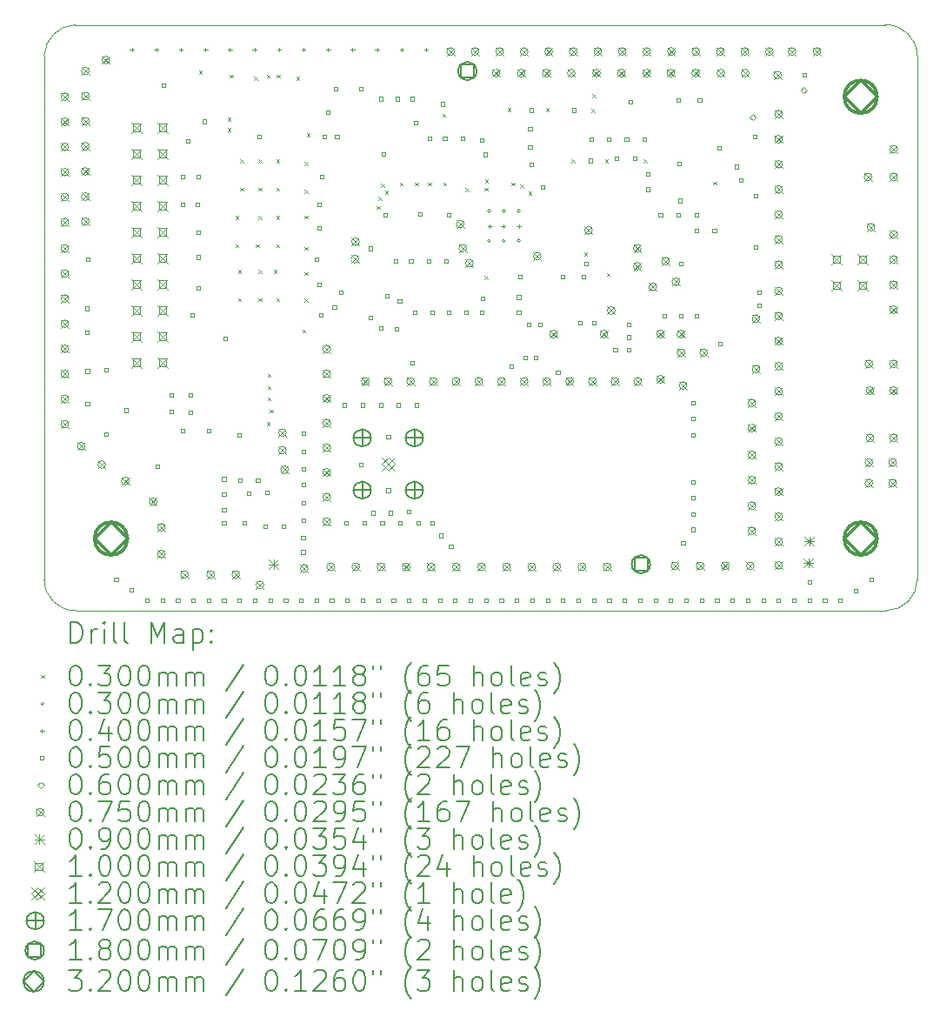
<source format=gbr>
%TF.GenerationSoftware,KiCad,Pcbnew,8.0.9-8.0.9-0~ubuntu22.04.1*%
%TF.CreationDate,2026-02-07T13:45:30+01:00*%
%TF.ProjectId,HW_0008_PrestoLO_2GHz_rev01a,48575f30-3030-4385-9f50-726573746f4c,rev?*%
%TF.SameCoordinates,Original*%
%TF.FileFunction,Drillmap*%
%TF.FilePolarity,Positive*%
%FSLAX45Y45*%
G04 Gerber Fmt 4.5, Leading zero omitted, Abs format (unit mm)*
G04 Created by KiCad (PCBNEW 8.0.9-8.0.9-0~ubuntu22.04.1) date 2026-02-07 13:45:30*
%MOMM*%
%LPD*%
G01*
G04 APERTURE LIST*
%ADD10C,0.050000*%
%ADD11C,0.200000*%
%ADD12C,0.100000*%
%ADD13C,0.120000*%
%ADD14C,0.170000*%
%ADD15C,0.180000*%
%ADD16C,0.320000*%
G04 APERTURE END LIST*
D10*
X6299774Y-3600235D02*
G75*
G02*
X6600000Y-3300000I312365J-12130D01*
G01*
X14487878Y-3300000D02*
G75*
G02*
X14800005Y-3599755I12122J-299760D01*
G01*
X14800000Y-8700000D02*
G75*
G02*
X14500000Y-9000000I-300000J0D01*
G01*
X14500000Y-9000000D02*
X6612132Y-9000000D01*
X6300000Y-8700000D02*
X6300000Y-3600000D01*
X14800000Y-3600000D02*
X14800000Y-8700000D01*
X6600000Y-3299755D02*
X14487878Y-3300000D01*
X6612132Y-9000000D02*
G75*
G02*
X6299755Y-8700000I-12132J300000D01*
G01*
D11*
D12*
X7805000Y-3745000D02*
X7835000Y-3775000D01*
X7835000Y-3745000D02*
X7805000Y-3775000D01*
X8085000Y-4205000D02*
X8115000Y-4235000D01*
X8115000Y-4205000D02*
X8085000Y-4235000D01*
X8085000Y-4305000D02*
X8115000Y-4335000D01*
X8115000Y-4305000D02*
X8085000Y-4335000D01*
X8105328Y-3784496D02*
X8135328Y-3814496D01*
X8135328Y-3784496D02*
X8105328Y-3814496D01*
X8160000Y-5160000D02*
X8190000Y-5190000D01*
X8190000Y-5160000D02*
X8160000Y-5190000D01*
X8160000Y-5435000D02*
X8190000Y-5465000D01*
X8190000Y-5435000D02*
X8160000Y-5465000D01*
X8185000Y-5685000D02*
X8215000Y-5715000D01*
X8215000Y-5685000D02*
X8185000Y-5715000D01*
X8185000Y-5960000D02*
X8215000Y-5990000D01*
X8215000Y-5960000D02*
X8185000Y-5990000D01*
X8210000Y-4610000D02*
X8240000Y-4640000D01*
X8240000Y-4610000D02*
X8210000Y-4640000D01*
X8210000Y-4885000D02*
X8240000Y-4915000D01*
X8240000Y-4885000D02*
X8210000Y-4915000D01*
X8345000Y-3805000D02*
X8375000Y-3835000D01*
X8375000Y-3805000D02*
X8345000Y-3835000D01*
X8360000Y-5435000D02*
X8390000Y-5465000D01*
X8390000Y-5435000D02*
X8360000Y-5465000D01*
X8385000Y-4610000D02*
X8415000Y-4640000D01*
X8415000Y-4610000D02*
X8385000Y-4640000D01*
X8385000Y-4885000D02*
X8415000Y-4915000D01*
X8415000Y-4885000D02*
X8385000Y-4915000D01*
X8385000Y-5160000D02*
X8415000Y-5190000D01*
X8415000Y-5160000D02*
X8385000Y-5190000D01*
X8385000Y-5685000D02*
X8415000Y-5715000D01*
X8415000Y-5685000D02*
X8385000Y-5715000D01*
X8385000Y-5960000D02*
X8415000Y-5990000D01*
X8415000Y-5960000D02*
X8385000Y-5990000D01*
X8465000Y-3785000D02*
X8495000Y-3815000D01*
X8495000Y-3785000D02*
X8465000Y-3815000D01*
X8465000Y-7165000D02*
X8495000Y-7195000D01*
X8495000Y-7165000D02*
X8465000Y-7195000D01*
X8475000Y-6695000D02*
X8505000Y-6725000D01*
X8505000Y-6695000D02*
X8475000Y-6725000D01*
X8475000Y-6815000D02*
X8505000Y-6845000D01*
X8505000Y-6815000D02*
X8475000Y-6845000D01*
X8475000Y-6925000D02*
X8505000Y-6955000D01*
X8505000Y-6925000D02*
X8475000Y-6955000D01*
X8495000Y-7045000D02*
X8525000Y-7075000D01*
X8525000Y-7045000D02*
X8495000Y-7075000D01*
X8535000Y-5685000D02*
X8565000Y-5715000D01*
X8565000Y-5685000D02*
X8535000Y-5715000D01*
X8560000Y-4610000D02*
X8590000Y-4640000D01*
X8590000Y-4610000D02*
X8560000Y-4640000D01*
X8560000Y-4885000D02*
X8590000Y-4915000D01*
X8590000Y-4885000D02*
X8560000Y-4915000D01*
X8560000Y-5160000D02*
X8590000Y-5190000D01*
X8590000Y-5160000D02*
X8560000Y-5190000D01*
X8560000Y-5435000D02*
X8590000Y-5465000D01*
X8590000Y-5435000D02*
X8560000Y-5465000D01*
X8560000Y-5960000D02*
X8590000Y-5990000D01*
X8590000Y-5960000D02*
X8560000Y-5990000D01*
X8565000Y-3785000D02*
X8595000Y-3815000D01*
X8595000Y-3785000D02*
X8565000Y-3815000D01*
X8755230Y-3807300D02*
X8785230Y-3837300D01*
X8785230Y-3807300D02*
X8755230Y-3837300D01*
X8815000Y-6265000D02*
X8845000Y-6295000D01*
X8845000Y-6265000D02*
X8815000Y-6295000D01*
X8835000Y-4635000D02*
X8865000Y-4665000D01*
X8865000Y-4635000D02*
X8835000Y-4665000D01*
X8835000Y-4905000D02*
X8865000Y-4935000D01*
X8865000Y-4905000D02*
X8835000Y-4935000D01*
X8835000Y-5155000D02*
X8865000Y-5185000D01*
X8865000Y-5155000D02*
X8835000Y-5185000D01*
X8835000Y-5460000D02*
X8865000Y-5490000D01*
X8865000Y-5460000D02*
X8835000Y-5490000D01*
X8835000Y-5705000D02*
X8865000Y-5735000D01*
X8865000Y-5705000D02*
X8835000Y-5735000D01*
X8835000Y-5965000D02*
X8865000Y-5995000D01*
X8865000Y-5965000D02*
X8835000Y-5995000D01*
X8855000Y-4355000D02*
X8885000Y-4385000D01*
X8885000Y-4355000D02*
X8855000Y-4385000D01*
X9539490Y-5061345D02*
X9569490Y-5091345D01*
X9569490Y-5061345D02*
X9539490Y-5091345D01*
X9553542Y-4975000D02*
X9583542Y-5005000D01*
X9583542Y-4975000D02*
X9553542Y-5005000D01*
X9579514Y-4845321D02*
X9609514Y-4875321D01*
X9609514Y-4845321D02*
X9579514Y-4875321D01*
X9618819Y-4915000D02*
X9648819Y-4945000D01*
X9648819Y-4915000D02*
X9618819Y-4945000D01*
X9760000Y-4835000D02*
X9790000Y-4865000D01*
X9790000Y-4835000D02*
X9760000Y-4865000D01*
X9910000Y-4835000D02*
X9940000Y-4865000D01*
X9940000Y-4835000D02*
X9910000Y-4865000D01*
X10035000Y-4835000D02*
X10065000Y-4865000D01*
X10065000Y-4835000D02*
X10035000Y-4865000D01*
X10175000Y-4165000D02*
X10205000Y-4195000D01*
X10205000Y-4165000D02*
X10175000Y-4195000D01*
X10185000Y-4835000D02*
X10215000Y-4865000D01*
X10215000Y-4835000D02*
X10185000Y-4865000D01*
X10399172Y-4887707D02*
X10429172Y-4917707D01*
X10429172Y-4887707D02*
X10399172Y-4917707D01*
X10585000Y-4885000D02*
X10615000Y-4915000D01*
X10615000Y-4885000D02*
X10585000Y-4915000D01*
X10585000Y-5745000D02*
X10615000Y-5775000D01*
X10615000Y-5745000D02*
X10585000Y-5775000D01*
X10589862Y-4805138D02*
X10619862Y-4835138D01*
X10619862Y-4805138D02*
X10589862Y-4835138D01*
X10810000Y-4110000D02*
X10840000Y-4140000D01*
X10840000Y-4110000D02*
X10810000Y-4140000D01*
X10847700Y-4835000D02*
X10877700Y-4865000D01*
X10877700Y-4835000D02*
X10847700Y-4865000D01*
X10935000Y-4855000D02*
X10965000Y-4885000D01*
X10965000Y-4855000D02*
X10935000Y-4885000D01*
X11016314Y-4924196D02*
X11046314Y-4954196D01*
X11046314Y-4924196D02*
X11016314Y-4954196D01*
X11185000Y-4110000D02*
X11215000Y-4140000D01*
X11215000Y-4110000D02*
X11185000Y-4140000D01*
X11435000Y-4610000D02*
X11465000Y-4640000D01*
X11465000Y-4610000D02*
X11435000Y-4640000D01*
X11555000Y-5515000D02*
X11585000Y-5545000D01*
X11585000Y-5515000D02*
X11555000Y-5545000D01*
X11630000Y-4120000D02*
X11660000Y-4150000D01*
X11660000Y-4120000D02*
X11630000Y-4150000D01*
X11635000Y-3975000D02*
X11665000Y-4005000D01*
X11665000Y-3975000D02*
X11635000Y-4005000D01*
X11760000Y-4610000D02*
X11790000Y-4640000D01*
X11790000Y-4610000D02*
X11760000Y-4640000D01*
X11775000Y-5715000D02*
X11805000Y-5745000D01*
X11805000Y-5715000D02*
X11775000Y-5745000D01*
X12135000Y-4610000D02*
X12165000Y-4640000D01*
X12165000Y-4610000D02*
X12135000Y-4640000D01*
X12815000Y-4825000D02*
X12845000Y-4855000D01*
X12845000Y-4825000D02*
X12815000Y-4855000D01*
X10645000Y-5111250D02*
G75*
G02*
X10615000Y-5111250I-15000J0D01*
G01*
X10615000Y-5111250D02*
G75*
G02*
X10645000Y-5111250I15000J0D01*
G01*
X10645000Y-5401250D02*
G75*
G02*
X10615000Y-5401250I-15000J0D01*
G01*
X10615000Y-5401250D02*
G75*
G02*
X10645000Y-5401250I15000J0D01*
G01*
X10790000Y-5111250D02*
G75*
G02*
X10760000Y-5111250I-15000J0D01*
G01*
X10760000Y-5111250D02*
G75*
G02*
X10790000Y-5111250I15000J0D01*
G01*
X10790000Y-5401250D02*
G75*
G02*
X10760000Y-5401250I-15000J0D01*
G01*
X10760000Y-5401250D02*
G75*
G02*
X10790000Y-5401250I15000J0D01*
G01*
X10935000Y-5111250D02*
G75*
G02*
X10905000Y-5111250I-15000J0D01*
G01*
X10905000Y-5111250D02*
G75*
G02*
X10935000Y-5111250I15000J0D01*
G01*
X10935000Y-5401250D02*
G75*
G02*
X10905000Y-5401250I-15000J0D01*
G01*
X10905000Y-5401250D02*
G75*
G02*
X10935000Y-5401250I15000J0D01*
G01*
X7153242Y-3520000D02*
X7153242Y-3560000D01*
X7133242Y-3540000D02*
X7173242Y-3540000D01*
X7392038Y-3520000D02*
X7392038Y-3560000D01*
X7372038Y-3540000D02*
X7412038Y-3540000D01*
X7630834Y-3520000D02*
X7630834Y-3560000D01*
X7610834Y-3540000D02*
X7650834Y-3540000D01*
X7869630Y-3520000D02*
X7869630Y-3560000D01*
X7849630Y-3540000D02*
X7889630Y-3540000D01*
X8108427Y-3520000D02*
X8108427Y-3560000D01*
X8088427Y-3540000D02*
X8128427Y-3540000D01*
X8347223Y-3520000D02*
X8347223Y-3560000D01*
X8327223Y-3540000D02*
X8367223Y-3540000D01*
X8586019Y-3520000D02*
X8586019Y-3560000D01*
X8566019Y-3540000D02*
X8606019Y-3540000D01*
X8824815Y-3520000D02*
X8824815Y-3560000D01*
X8804815Y-3540000D02*
X8844815Y-3540000D01*
X9063611Y-3520000D02*
X9063611Y-3560000D01*
X9043611Y-3540000D02*
X9083611Y-3540000D01*
X9302408Y-3520000D02*
X9302408Y-3560000D01*
X9282408Y-3540000D02*
X9322408Y-3540000D01*
X9541204Y-3520000D02*
X9541204Y-3560000D01*
X9521204Y-3540000D02*
X9561204Y-3540000D01*
X9780000Y-3520000D02*
X9780000Y-3560000D01*
X9760000Y-3540000D02*
X9800000Y-3540000D01*
X10018796Y-3520000D02*
X10018796Y-3560000D01*
X9998796Y-3540000D02*
X10038796Y-3540000D01*
X10640000Y-5240000D02*
X10640000Y-5280000D01*
X10620000Y-5260000D02*
X10660000Y-5260000D01*
X10770000Y-5240000D02*
X10770000Y-5280000D01*
X10750000Y-5260000D02*
X10790000Y-5260000D01*
X10920000Y-5240000D02*
X10920000Y-5280000D01*
X10900000Y-5260000D02*
X10940000Y-5260000D01*
X6730178Y-6077678D02*
X6730178Y-6042322D01*
X6694822Y-6042322D01*
X6694822Y-6077678D01*
X6730178Y-6077678D01*
X6730178Y-6307678D02*
X6730178Y-6272322D01*
X6694822Y-6272322D01*
X6694822Y-6307678D01*
X6730178Y-6307678D01*
X6737678Y-6687678D02*
X6737678Y-6652322D01*
X6702322Y-6652322D01*
X6702322Y-6687678D01*
X6737678Y-6687678D01*
X6737678Y-7007678D02*
X6737678Y-6972322D01*
X6702322Y-6972322D01*
X6702322Y-7007678D01*
X6737678Y-7007678D01*
X6740178Y-5597678D02*
X6740178Y-5562322D01*
X6704822Y-5562322D01*
X6704822Y-5597678D01*
X6740178Y-5597678D01*
X6917678Y-7297678D02*
X6917678Y-7262322D01*
X6882322Y-7262322D01*
X6882322Y-7297678D01*
X6917678Y-7297678D01*
X6921428Y-6677678D02*
X6921428Y-6642322D01*
X6886072Y-6642322D01*
X6886072Y-6677678D01*
X6921428Y-6677678D01*
X7017678Y-8717678D02*
X7017678Y-8682322D01*
X6982322Y-8682322D01*
X6982322Y-8717678D01*
X7017678Y-8717678D01*
X7117678Y-7067678D02*
X7117678Y-7032322D01*
X7082322Y-7032322D01*
X7082322Y-7067678D01*
X7117678Y-7067678D01*
X7167678Y-8817678D02*
X7167678Y-8782322D01*
X7132322Y-8782322D01*
X7132322Y-8817678D01*
X7167678Y-8817678D01*
X7317678Y-8917678D02*
X7317678Y-8882322D01*
X7282322Y-8882322D01*
X7282322Y-8917678D01*
X7317678Y-8917678D01*
X7417678Y-7617678D02*
X7417678Y-7582322D01*
X7382322Y-7582322D01*
X7382322Y-7617678D01*
X7417678Y-7617678D01*
X7467678Y-8917678D02*
X7467678Y-8882322D01*
X7432322Y-8882322D01*
X7432322Y-8917678D01*
X7467678Y-8917678D01*
X7477678Y-3903928D02*
X7477678Y-3868572D01*
X7442322Y-3868572D01*
X7442322Y-3903928D01*
X7477678Y-3903928D01*
X7557678Y-6917678D02*
X7557678Y-6882322D01*
X7522322Y-6882322D01*
X7522322Y-6917678D01*
X7557678Y-6917678D01*
X7557678Y-7077678D02*
X7557678Y-7042322D01*
X7522322Y-7042322D01*
X7522322Y-7077678D01*
X7557678Y-7077678D01*
X7617678Y-8917678D02*
X7617678Y-8882322D01*
X7582322Y-8882322D01*
X7582322Y-8917678D01*
X7617678Y-8917678D01*
X7667678Y-4792678D02*
X7667678Y-4757322D01*
X7632322Y-4757322D01*
X7632322Y-4792678D01*
X7667678Y-4792678D01*
X7667678Y-5067678D02*
X7667678Y-5032322D01*
X7632322Y-5032322D01*
X7632322Y-5067678D01*
X7667678Y-5067678D01*
X7667678Y-7267678D02*
X7667678Y-7232322D01*
X7632322Y-7232322D01*
X7632322Y-7267678D01*
X7667678Y-7267678D01*
X7717678Y-4447678D02*
X7717678Y-4412322D01*
X7682322Y-4412322D01*
X7682322Y-4447678D01*
X7717678Y-4447678D01*
X7742678Y-6917678D02*
X7742678Y-6882322D01*
X7707322Y-6882322D01*
X7707322Y-6917678D01*
X7742678Y-6917678D01*
X7742678Y-7092678D02*
X7742678Y-7057322D01*
X7707322Y-7057322D01*
X7707322Y-7092678D01*
X7742678Y-7092678D01*
X7757678Y-6137678D02*
X7757678Y-6102322D01*
X7722322Y-6102322D01*
X7722322Y-6137678D01*
X7757678Y-6137678D01*
X7767678Y-8917678D02*
X7767678Y-8882322D01*
X7732322Y-8882322D01*
X7732322Y-8917678D01*
X7767678Y-8917678D01*
X7806428Y-5067678D02*
X7806428Y-5032322D01*
X7771072Y-5032322D01*
X7771072Y-5067678D01*
X7806428Y-5067678D01*
X7816428Y-5337678D02*
X7816428Y-5302322D01*
X7781072Y-5302322D01*
X7781072Y-5337678D01*
X7816428Y-5337678D01*
X7817678Y-4797678D02*
X7817678Y-4762322D01*
X7782322Y-4762322D01*
X7782322Y-4797678D01*
X7817678Y-4797678D01*
X7817678Y-5577678D02*
X7817678Y-5542322D01*
X7782322Y-5542322D01*
X7782322Y-5577678D01*
X7817678Y-5577678D01*
X7817678Y-5877678D02*
X7817678Y-5842322D01*
X7782322Y-5842322D01*
X7782322Y-5877678D01*
X7817678Y-5877678D01*
X7877678Y-4257678D02*
X7877678Y-4222322D01*
X7842322Y-4222322D01*
X7842322Y-4257678D01*
X7877678Y-4257678D01*
X7917678Y-7267678D02*
X7917678Y-7232322D01*
X7882322Y-7232322D01*
X7882322Y-7267678D01*
X7917678Y-7267678D01*
X7917678Y-8917678D02*
X7917678Y-8882322D01*
X7882322Y-8882322D01*
X7882322Y-8917678D01*
X7917678Y-8917678D01*
X8067678Y-7737678D02*
X8067678Y-7702322D01*
X8032322Y-7702322D01*
X8032322Y-7737678D01*
X8067678Y-7737678D01*
X8067678Y-7887678D02*
X8067678Y-7852322D01*
X8032322Y-7852322D01*
X8032322Y-7887678D01*
X8067678Y-7887678D01*
X8067678Y-8037678D02*
X8067678Y-8002322D01*
X8032322Y-8002322D01*
X8032322Y-8037678D01*
X8067678Y-8037678D01*
X8067678Y-8167678D02*
X8067678Y-8132322D01*
X8032322Y-8132322D01*
X8032322Y-8167678D01*
X8067678Y-8167678D01*
X8067678Y-8917678D02*
X8067678Y-8882322D01*
X8032322Y-8882322D01*
X8032322Y-8917678D01*
X8067678Y-8917678D01*
X8077678Y-6367678D02*
X8077678Y-6332322D01*
X8042322Y-6332322D01*
X8042322Y-6367678D01*
X8077678Y-6367678D01*
X8217678Y-7307678D02*
X8217678Y-7272322D01*
X8182322Y-7272322D01*
X8182322Y-7307678D01*
X8217678Y-7307678D01*
X8217678Y-8917678D02*
X8217678Y-8882322D01*
X8182322Y-8882322D01*
X8182322Y-8917678D01*
X8217678Y-8917678D01*
X8222678Y-7747678D02*
X8222678Y-7712322D01*
X8187322Y-7712322D01*
X8187322Y-7747678D01*
X8222678Y-7747678D01*
X8267678Y-8167678D02*
X8267678Y-8132322D01*
X8232322Y-8132322D01*
X8232322Y-8167678D01*
X8267678Y-8167678D01*
X8307678Y-7877678D02*
X8307678Y-7842322D01*
X8272322Y-7842322D01*
X8272322Y-7877678D01*
X8307678Y-7877678D01*
X8367678Y-8917678D02*
X8367678Y-8882322D01*
X8332322Y-8882322D01*
X8332322Y-8917678D01*
X8367678Y-8917678D01*
X8397678Y-7747678D02*
X8397678Y-7712322D01*
X8362322Y-7712322D01*
X8362322Y-7747678D01*
X8397678Y-7747678D01*
X8407678Y-4407678D02*
X8407678Y-4372322D01*
X8372322Y-4372322D01*
X8372322Y-4407678D01*
X8407678Y-4407678D01*
X8467678Y-8197678D02*
X8467678Y-8162322D01*
X8432322Y-8162322D01*
X8432322Y-8197678D01*
X8467678Y-8197678D01*
X8487678Y-7867678D02*
X8487678Y-7832322D01*
X8452322Y-7832322D01*
X8452322Y-7867678D01*
X8487678Y-7867678D01*
X8517678Y-8917678D02*
X8517678Y-8882322D01*
X8482322Y-8882322D01*
X8482322Y-8917678D01*
X8517678Y-8917678D01*
X8647678Y-8197678D02*
X8647678Y-8162322D01*
X8612322Y-8162322D01*
X8612322Y-8197678D01*
X8647678Y-8197678D01*
X8667678Y-8917678D02*
X8667678Y-8882322D01*
X8632322Y-8882322D01*
X8632322Y-8917678D01*
X8667678Y-8917678D01*
X8817678Y-8917678D02*
X8817678Y-8882322D01*
X8782322Y-8882322D01*
X8782322Y-8917678D01*
X8817678Y-8917678D01*
X8837678Y-8307678D02*
X8837678Y-8272322D01*
X8802322Y-8272322D01*
X8802322Y-8307678D01*
X8837678Y-8307678D01*
X8837678Y-8447678D02*
X8837678Y-8412322D01*
X8802322Y-8412322D01*
X8802322Y-8447678D01*
X8837678Y-8447678D01*
X8842678Y-7292678D02*
X8842678Y-7257322D01*
X8807322Y-7257322D01*
X8807322Y-7292678D01*
X8842678Y-7292678D01*
X8842678Y-7467678D02*
X8842678Y-7432322D01*
X8807322Y-7432322D01*
X8807322Y-7467678D01*
X8842678Y-7467678D01*
X8842678Y-7642678D02*
X8842678Y-7607322D01*
X8807322Y-7607322D01*
X8807322Y-7642678D01*
X8842678Y-7642678D01*
X8842678Y-7792678D02*
X8842678Y-7757322D01*
X8807322Y-7757322D01*
X8807322Y-7792678D01*
X8842678Y-7792678D01*
X8842678Y-7967678D02*
X8842678Y-7932322D01*
X8807322Y-7932322D01*
X8807322Y-7967678D01*
X8842678Y-7967678D01*
X8842678Y-8142678D02*
X8842678Y-8107322D01*
X8807322Y-8107322D01*
X8807322Y-8142678D01*
X8842678Y-8142678D01*
X8967678Y-5597678D02*
X8967678Y-5562322D01*
X8932322Y-5562322D01*
X8932322Y-5597678D01*
X8967678Y-5597678D01*
X8967678Y-8917678D02*
X8967678Y-8882322D01*
X8932322Y-8882322D01*
X8932322Y-8917678D01*
X8967678Y-8917678D01*
X8992678Y-5067678D02*
X8992678Y-5032322D01*
X8957322Y-5032322D01*
X8957322Y-5067678D01*
X8992678Y-5067678D01*
X8992678Y-5292678D02*
X8992678Y-5257322D01*
X8957322Y-5257322D01*
X8957322Y-5292678D01*
X8992678Y-5292678D01*
X8997678Y-5842678D02*
X8997678Y-5807322D01*
X8962322Y-5807322D01*
X8962322Y-5842678D01*
X8997678Y-5842678D01*
X9008928Y-6137678D02*
X9008928Y-6102322D01*
X8973572Y-6102322D01*
X8973572Y-6137678D01*
X9008928Y-6137678D01*
X9017678Y-4792678D02*
X9017678Y-4757322D01*
X8982322Y-4757322D01*
X8982322Y-4792678D01*
X9017678Y-4792678D01*
X9047678Y-4407678D02*
X9047678Y-4372322D01*
X9012322Y-4372322D01*
X9012322Y-4407678D01*
X9047678Y-4407678D01*
X9077678Y-4167678D02*
X9077678Y-4132322D01*
X9042322Y-4132322D01*
X9042322Y-4167678D01*
X9077678Y-4167678D01*
X9117678Y-8917678D02*
X9117678Y-8882322D01*
X9082322Y-8882322D01*
X9082322Y-8917678D01*
X9117678Y-8917678D01*
X9142678Y-6067678D02*
X9142678Y-6032322D01*
X9107322Y-6032322D01*
X9107322Y-6067678D01*
X9142678Y-6067678D01*
X9157678Y-3937678D02*
X9157678Y-3902322D01*
X9122322Y-3902322D01*
X9122322Y-3937678D01*
X9157678Y-3937678D01*
X9167678Y-4407678D02*
X9167678Y-4372322D01*
X9132322Y-4372322D01*
X9132322Y-4407678D01*
X9167678Y-4407678D01*
X9207678Y-5917678D02*
X9207678Y-5882322D01*
X9172322Y-5882322D01*
X9172322Y-5917678D01*
X9207678Y-5917678D01*
X9242678Y-7017678D02*
X9242678Y-6982322D01*
X9207322Y-6982322D01*
X9207322Y-7017678D01*
X9242678Y-7017678D01*
X9257678Y-8167678D02*
X9257678Y-8132322D01*
X9222322Y-8132322D01*
X9222322Y-8167678D01*
X9257678Y-8167678D01*
X9267678Y-8917678D02*
X9267678Y-8882322D01*
X9232322Y-8882322D01*
X9232322Y-8917678D01*
X9267678Y-8917678D01*
X9397678Y-3937678D02*
X9397678Y-3902322D01*
X9362322Y-3902322D01*
X9362322Y-3937678D01*
X9397678Y-3937678D01*
X9397678Y-7597678D02*
X9397678Y-7562322D01*
X9362322Y-7562322D01*
X9362322Y-7597678D01*
X9397678Y-7597678D01*
X9417678Y-7017678D02*
X9417678Y-6982322D01*
X9382322Y-6982322D01*
X9382322Y-7017678D01*
X9417678Y-7017678D01*
X9417678Y-8917678D02*
X9417678Y-8882322D01*
X9382322Y-8882322D01*
X9382322Y-8917678D01*
X9417678Y-8917678D01*
X9432678Y-8167678D02*
X9432678Y-8132322D01*
X9397322Y-8132322D01*
X9397322Y-8167678D01*
X9432678Y-8167678D01*
X9492678Y-5492678D02*
X9492678Y-5457322D01*
X9457322Y-5457322D01*
X9457322Y-5492678D01*
X9492678Y-5492678D01*
X9492678Y-6167678D02*
X9492678Y-6132322D01*
X9457322Y-6132322D01*
X9457322Y-6167678D01*
X9492678Y-6167678D01*
X9517678Y-8067678D02*
X9517678Y-8032322D01*
X9482322Y-8032322D01*
X9482322Y-8067678D01*
X9517678Y-8067678D01*
X9567678Y-8917678D02*
X9567678Y-8882322D01*
X9532322Y-8882322D01*
X9532322Y-8917678D01*
X9567678Y-8917678D01*
X9592678Y-6267678D02*
X9592678Y-6232322D01*
X9557322Y-6232322D01*
X9557322Y-6267678D01*
X9592678Y-6267678D01*
X9592678Y-7017678D02*
X9592678Y-6982322D01*
X9557322Y-6982322D01*
X9557322Y-7017678D01*
X9592678Y-7017678D01*
X9597678Y-4037678D02*
X9597678Y-4002322D01*
X9562322Y-4002322D01*
X9562322Y-4037678D01*
X9597678Y-4037678D01*
X9607678Y-8167678D02*
X9607678Y-8132322D01*
X9572322Y-8132322D01*
X9572322Y-8167678D01*
X9607678Y-8167678D01*
X9617678Y-4577678D02*
X9617678Y-4542322D01*
X9582322Y-4542322D01*
X9582322Y-4577678D01*
X9617678Y-4577678D01*
X9637678Y-5169578D02*
X9637678Y-5134222D01*
X9602322Y-5134222D01*
X9602322Y-5169578D01*
X9637678Y-5169578D01*
X9657678Y-5957678D02*
X9657678Y-5922322D01*
X9622322Y-5922322D01*
X9622322Y-5957678D01*
X9657678Y-5957678D01*
X9667678Y-7327678D02*
X9667678Y-7292322D01*
X9632322Y-7292322D01*
X9632322Y-7327678D01*
X9667678Y-7327678D01*
X9667678Y-7847678D02*
X9667678Y-7812322D01*
X9632322Y-7812322D01*
X9632322Y-7847678D01*
X9667678Y-7847678D01*
X9687678Y-8067678D02*
X9687678Y-8032322D01*
X9652322Y-8032322D01*
X9652322Y-8067678D01*
X9687678Y-8067678D01*
X9717678Y-8917678D02*
X9717678Y-8882322D01*
X9682322Y-8882322D01*
X9682322Y-8917678D01*
X9717678Y-8917678D01*
X9737678Y-5617678D02*
X9737678Y-5582322D01*
X9702322Y-5582322D01*
X9702322Y-5617678D01*
X9737678Y-5617678D01*
X9747678Y-6277678D02*
X9747678Y-6242322D01*
X9712322Y-6242322D01*
X9712322Y-6277678D01*
X9747678Y-6277678D01*
X9757678Y-4037678D02*
X9757678Y-4002322D01*
X9722322Y-4002322D01*
X9722322Y-4037678D01*
X9757678Y-4037678D01*
X9767678Y-7017678D02*
X9767678Y-6982322D01*
X9732322Y-6982322D01*
X9732322Y-7017678D01*
X9767678Y-7017678D01*
X9777678Y-6007678D02*
X9777678Y-5972322D01*
X9742322Y-5972322D01*
X9742322Y-6007678D01*
X9777678Y-6007678D01*
X9782678Y-8167678D02*
X9782678Y-8132322D01*
X9747322Y-8132322D01*
X9747322Y-8167678D01*
X9782678Y-8167678D01*
X9867678Y-8057678D02*
X9867678Y-8022322D01*
X9832322Y-8022322D01*
X9832322Y-8057678D01*
X9867678Y-8057678D01*
X9867678Y-8917678D02*
X9867678Y-8882322D01*
X9832322Y-8882322D01*
X9832322Y-8917678D01*
X9867678Y-8917678D01*
X9887678Y-5617678D02*
X9887678Y-5582322D01*
X9852322Y-5582322D01*
X9852322Y-5617678D01*
X9887678Y-5617678D01*
X9897678Y-4037678D02*
X9897678Y-4002322D01*
X9862322Y-4002322D01*
X9862322Y-4037678D01*
X9897678Y-4037678D01*
X9897678Y-6607678D02*
X9897678Y-6572322D01*
X9862322Y-6572322D01*
X9862322Y-6607678D01*
X9897678Y-6607678D01*
X9927678Y-6117678D02*
X9927678Y-6082322D01*
X9892322Y-6082322D01*
X9892322Y-6117678D01*
X9927678Y-6117678D01*
X9930846Y-4270816D02*
X9930846Y-4235460D01*
X9895490Y-4235460D01*
X9895490Y-4270816D01*
X9930846Y-4270816D01*
X9942678Y-7017678D02*
X9942678Y-6982322D01*
X9907322Y-6982322D01*
X9907322Y-7017678D01*
X9942678Y-7017678D01*
X9957678Y-8167678D02*
X9957678Y-8132322D01*
X9922322Y-8132322D01*
X9922322Y-8167678D01*
X9957678Y-8167678D01*
X9977678Y-5157678D02*
X9977678Y-5122322D01*
X9942322Y-5122322D01*
X9942322Y-5157678D01*
X9977678Y-5157678D01*
X10017678Y-8917678D02*
X10017678Y-8882322D01*
X9982322Y-8882322D01*
X9982322Y-8917678D01*
X10017678Y-8917678D01*
X10057678Y-5617678D02*
X10057678Y-5582322D01*
X10022322Y-5582322D01*
X10022322Y-5617678D01*
X10057678Y-5617678D01*
X10067678Y-4423928D02*
X10067678Y-4388572D01*
X10032322Y-4388572D01*
X10032322Y-4423928D01*
X10067678Y-4423928D01*
X10097678Y-6117678D02*
X10097678Y-6082322D01*
X10062322Y-6082322D01*
X10062322Y-6117678D01*
X10097678Y-6117678D01*
X10097678Y-8167678D02*
X10097678Y-8132322D01*
X10062322Y-8132322D01*
X10062322Y-8167678D01*
X10097678Y-8167678D01*
X10167678Y-8917678D02*
X10167678Y-8882322D01*
X10132322Y-8882322D01*
X10132322Y-8917678D01*
X10167678Y-8917678D01*
X10177678Y-8287678D02*
X10177678Y-8252322D01*
X10142322Y-8252322D01*
X10142322Y-8287678D01*
X10177678Y-8287678D01*
X10197678Y-4087678D02*
X10197678Y-4052322D01*
X10162322Y-4052322D01*
X10162322Y-4087678D01*
X10197678Y-4087678D01*
X10217678Y-4423928D02*
X10217678Y-4388572D01*
X10182322Y-4388572D01*
X10182322Y-4423928D01*
X10217678Y-4423928D01*
X10227678Y-5617678D02*
X10227678Y-5582322D01*
X10192322Y-5582322D01*
X10192322Y-5617678D01*
X10227678Y-5617678D01*
X10257678Y-5167678D02*
X10257678Y-5132322D01*
X10222322Y-5132322D01*
X10222322Y-5167678D01*
X10257678Y-5167678D01*
X10257678Y-6117678D02*
X10257678Y-6082322D01*
X10222322Y-6082322D01*
X10222322Y-6117678D01*
X10257678Y-6117678D01*
X10277678Y-8392678D02*
X10277678Y-8357322D01*
X10242322Y-8357322D01*
X10242322Y-8392678D01*
X10277678Y-8392678D01*
X10317678Y-8917678D02*
X10317678Y-8882322D01*
X10282322Y-8882322D01*
X10282322Y-8917678D01*
X10317678Y-8917678D01*
X10392678Y-4423928D02*
X10392678Y-4388572D01*
X10357322Y-4388572D01*
X10357322Y-4423928D01*
X10392678Y-4423928D01*
X10427678Y-6117678D02*
X10427678Y-6082322D01*
X10392322Y-6082322D01*
X10392322Y-6117678D01*
X10427678Y-6117678D01*
X10467678Y-8917678D02*
X10467678Y-8882322D01*
X10432322Y-8882322D01*
X10432322Y-8917678D01*
X10467678Y-8917678D01*
X10577678Y-4437678D02*
X10577678Y-4402322D01*
X10542322Y-4402322D01*
X10542322Y-4437678D01*
X10577678Y-4437678D01*
X10577678Y-6117678D02*
X10577678Y-6082322D01*
X10542322Y-6082322D01*
X10542322Y-6117678D01*
X10577678Y-6117678D01*
X10587678Y-5977678D02*
X10587678Y-5942322D01*
X10552322Y-5942322D01*
X10552322Y-5977678D01*
X10587678Y-5977678D01*
X10610178Y-4579578D02*
X10610178Y-4544222D01*
X10574822Y-4544222D01*
X10574822Y-4579578D01*
X10610178Y-4579578D01*
X10617678Y-8917678D02*
X10617678Y-8882322D01*
X10582322Y-8882322D01*
X10582322Y-8917678D01*
X10617678Y-8917678D01*
X10767678Y-8917678D02*
X10767678Y-8882322D01*
X10732322Y-8882322D01*
X10732322Y-8917678D01*
X10767678Y-8917678D01*
X10867678Y-6637678D02*
X10867678Y-6602322D01*
X10832322Y-6602322D01*
X10832322Y-6637678D01*
X10867678Y-6637678D01*
X10917678Y-8917678D02*
X10917678Y-8882322D01*
X10882322Y-8882322D01*
X10882322Y-8917678D01*
X10917678Y-8917678D01*
X10937678Y-5967678D02*
X10937678Y-5932322D01*
X10902322Y-5932322D01*
X10902322Y-5967678D01*
X10937678Y-5967678D01*
X10937678Y-6117678D02*
X10937678Y-6082322D01*
X10902322Y-6082322D01*
X10902322Y-6117678D01*
X10937678Y-6117678D01*
X10947678Y-5767678D02*
X10947678Y-5732322D01*
X10912322Y-5732322D01*
X10912322Y-5767678D01*
X10947678Y-5767678D01*
X10997678Y-6557678D02*
X10997678Y-6522322D01*
X10962322Y-6522322D01*
X10962322Y-6557678D01*
X10997678Y-6557678D01*
X11037678Y-6237678D02*
X11037678Y-6202322D01*
X11002322Y-6202322D01*
X11002322Y-6237678D01*
X11037678Y-6237678D01*
X11047678Y-4327678D02*
X11047678Y-4292322D01*
X11012322Y-4292322D01*
X11012322Y-4327678D01*
X11047678Y-4327678D01*
X11047678Y-4507678D02*
X11047678Y-4472322D01*
X11012322Y-4472322D01*
X11012322Y-4507678D01*
X11047678Y-4507678D01*
X11057678Y-4147678D02*
X11057678Y-4112322D01*
X11022322Y-4112322D01*
X11022322Y-4147678D01*
X11057678Y-4147678D01*
X11057678Y-4677678D02*
X11057678Y-4642322D01*
X11022322Y-4642322D01*
X11022322Y-4677678D01*
X11057678Y-4677678D01*
X11067678Y-8917678D02*
X11067678Y-8882322D01*
X11032322Y-8882322D01*
X11032322Y-8917678D01*
X11067678Y-8917678D01*
X11104134Y-6554134D02*
X11104134Y-6518778D01*
X11068778Y-6518778D01*
X11068778Y-6554134D01*
X11104134Y-6554134D01*
X11147678Y-6237678D02*
X11147678Y-6202322D01*
X11112322Y-6202322D01*
X11112322Y-6237678D01*
X11147678Y-6237678D01*
X11167678Y-4897678D02*
X11167678Y-4862322D01*
X11132322Y-4862322D01*
X11132322Y-4897678D01*
X11167678Y-4897678D01*
X11217678Y-8917678D02*
X11217678Y-8882322D01*
X11182322Y-8882322D01*
X11182322Y-8917678D01*
X11217678Y-8917678D01*
X11317678Y-6697678D02*
X11317678Y-6662322D01*
X11282322Y-6662322D01*
X11282322Y-6697678D01*
X11317678Y-6697678D01*
X11367678Y-5767678D02*
X11367678Y-5732322D01*
X11332322Y-5732322D01*
X11332322Y-5767678D01*
X11367678Y-5767678D01*
X11367678Y-8917678D02*
X11367678Y-8882322D01*
X11332322Y-8882322D01*
X11332322Y-8917678D01*
X11367678Y-8917678D01*
X11477678Y-4147678D02*
X11477678Y-4112322D01*
X11442322Y-4112322D01*
X11442322Y-4147678D01*
X11477678Y-4147678D01*
X11517678Y-8917678D02*
X11517678Y-8882322D01*
X11482322Y-8882322D01*
X11482322Y-8917678D01*
X11517678Y-8917678D01*
X11537678Y-6217678D02*
X11537678Y-6182322D01*
X11502322Y-6182322D01*
X11502322Y-6217678D01*
X11537678Y-6217678D01*
X11567678Y-5767678D02*
X11567678Y-5732322D01*
X11532322Y-5732322D01*
X11532322Y-5767678D01*
X11567678Y-5767678D01*
X11592678Y-5642678D02*
X11592678Y-5607322D01*
X11557322Y-5607322D01*
X11557322Y-5642678D01*
X11592678Y-5642678D01*
X11637678Y-4637678D02*
X11637678Y-4602322D01*
X11602322Y-4602322D01*
X11602322Y-4637678D01*
X11637678Y-4637678D01*
X11647678Y-4427678D02*
X11647678Y-4392322D01*
X11612322Y-4392322D01*
X11612322Y-4427678D01*
X11647678Y-4427678D01*
X11667678Y-6217678D02*
X11667678Y-6182322D01*
X11632322Y-6182322D01*
X11632322Y-6217678D01*
X11667678Y-6217678D01*
X11667678Y-8917678D02*
X11667678Y-8882322D01*
X11632322Y-8882322D01*
X11632322Y-8917678D01*
X11667678Y-8917678D01*
X11812678Y-4427678D02*
X11812678Y-4392322D01*
X11777322Y-4392322D01*
X11777322Y-4427678D01*
X11812678Y-4427678D01*
X11817678Y-8917678D02*
X11817678Y-8882322D01*
X11782322Y-8882322D01*
X11782322Y-8917678D01*
X11817678Y-8917678D01*
X11877678Y-6477678D02*
X11877678Y-6442322D01*
X11842322Y-6442322D01*
X11842322Y-6477678D01*
X11877678Y-6477678D01*
X11892678Y-4617678D02*
X11892678Y-4582322D01*
X11857322Y-4582322D01*
X11857322Y-4617678D01*
X11892678Y-4617678D01*
X11967678Y-8917678D02*
X11967678Y-8882322D01*
X11932322Y-8882322D01*
X11932322Y-8917678D01*
X11967678Y-8917678D01*
X11987678Y-4427678D02*
X11987678Y-4392322D01*
X11952322Y-4392322D01*
X11952322Y-4427678D01*
X11987678Y-4427678D01*
X12007678Y-6237678D02*
X12007678Y-6202322D01*
X11972322Y-6202322D01*
X11972322Y-6237678D01*
X12007678Y-6237678D01*
X12007678Y-6357678D02*
X12007678Y-6322322D01*
X11972322Y-6322322D01*
X11972322Y-6357678D01*
X12007678Y-6357678D01*
X12007678Y-6477678D02*
X12007678Y-6442322D01*
X11972322Y-6442322D01*
X11972322Y-6477678D01*
X12007678Y-6477678D01*
X12027678Y-4067678D02*
X12027678Y-4032322D01*
X11992322Y-4032322D01*
X11992322Y-4067678D01*
X12027678Y-4067678D01*
X12067678Y-4617678D02*
X12067678Y-4582322D01*
X12032322Y-4582322D01*
X12032322Y-4617678D01*
X12067678Y-4617678D01*
X12117678Y-8917678D02*
X12117678Y-8882322D01*
X12082322Y-8882322D01*
X12082322Y-8917678D01*
X12117678Y-8917678D01*
X12157678Y-4427678D02*
X12157678Y-4392322D01*
X12122322Y-4392322D01*
X12122322Y-4427678D01*
X12157678Y-4427678D01*
X12192678Y-4767678D02*
X12192678Y-4732322D01*
X12157322Y-4732322D01*
X12157322Y-4767678D01*
X12192678Y-4767678D01*
X12192678Y-4917678D02*
X12192678Y-4882322D01*
X12157322Y-4882322D01*
X12157322Y-4917678D01*
X12192678Y-4917678D01*
X12267678Y-8917678D02*
X12267678Y-8882322D01*
X12232322Y-8882322D01*
X12232322Y-8917678D01*
X12267678Y-8917678D01*
X12317678Y-5167678D02*
X12317678Y-5132322D01*
X12282322Y-5132322D01*
X12282322Y-5167678D01*
X12317678Y-5167678D01*
X12357678Y-6147678D02*
X12357678Y-6112322D01*
X12322322Y-6112322D01*
X12322322Y-6147678D01*
X12357678Y-6147678D01*
X12417678Y-8917678D02*
X12417678Y-8882322D01*
X12382322Y-8882322D01*
X12382322Y-8917678D01*
X12417678Y-8917678D01*
X12487678Y-4047678D02*
X12487678Y-4012322D01*
X12452322Y-4012322D01*
X12452322Y-4047678D01*
X12487678Y-4047678D01*
X12492678Y-5167678D02*
X12492678Y-5132322D01*
X12457322Y-5132322D01*
X12457322Y-5167678D01*
X12492678Y-5167678D01*
X12497678Y-4667678D02*
X12497678Y-4632322D01*
X12462322Y-4632322D01*
X12462322Y-4667678D01*
X12497678Y-4667678D01*
X12507678Y-5027678D02*
X12507678Y-4992322D01*
X12472322Y-4992322D01*
X12472322Y-5027678D01*
X12507678Y-5027678D01*
X12517678Y-5642678D02*
X12517678Y-5607322D01*
X12482322Y-5607322D01*
X12482322Y-5642678D01*
X12517678Y-5642678D01*
X12517678Y-6147678D02*
X12517678Y-6112322D01*
X12482322Y-6112322D01*
X12482322Y-6147678D01*
X12517678Y-6147678D01*
X12537678Y-8357678D02*
X12537678Y-8322322D01*
X12502322Y-8322322D01*
X12502322Y-8357678D01*
X12537678Y-8357678D01*
X12567678Y-8917678D02*
X12567678Y-8882322D01*
X12532322Y-8882322D01*
X12532322Y-8917678D01*
X12567678Y-8917678D01*
X12637678Y-6997678D02*
X12637678Y-6962322D01*
X12602322Y-6962322D01*
X12602322Y-6997678D01*
X12637678Y-6997678D01*
X12637678Y-7147678D02*
X12637678Y-7112322D01*
X12602322Y-7112322D01*
X12602322Y-7147678D01*
X12637678Y-7147678D01*
X12637678Y-7307678D02*
X12637678Y-7272322D01*
X12602322Y-7272322D01*
X12602322Y-7307678D01*
X12637678Y-7307678D01*
X12637678Y-7767678D02*
X12637678Y-7732322D01*
X12602322Y-7732322D01*
X12602322Y-7767678D01*
X12637678Y-7767678D01*
X12637678Y-7917678D02*
X12637678Y-7882322D01*
X12602322Y-7882322D01*
X12602322Y-7917678D01*
X12637678Y-7917678D01*
X12637678Y-8077678D02*
X12637678Y-8042322D01*
X12602322Y-8042322D01*
X12602322Y-8077678D01*
X12637678Y-8077678D01*
X12637678Y-8227678D02*
X12637678Y-8192322D01*
X12602322Y-8192322D01*
X12602322Y-8227678D01*
X12637678Y-8227678D01*
X12667678Y-5167678D02*
X12667678Y-5132322D01*
X12632322Y-5132322D01*
X12632322Y-5167678D01*
X12667678Y-5167678D01*
X12667678Y-5317678D02*
X12667678Y-5282322D01*
X12632322Y-5282322D01*
X12632322Y-5317678D01*
X12667678Y-5317678D01*
X12667678Y-6147678D02*
X12667678Y-6112322D01*
X12632322Y-6112322D01*
X12632322Y-6147678D01*
X12667678Y-6147678D01*
X12697678Y-4047678D02*
X12697678Y-4012322D01*
X12662322Y-4012322D01*
X12662322Y-4047678D01*
X12697678Y-4047678D01*
X12717678Y-8917678D02*
X12717678Y-8882322D01*
X12682322Y-8882322D01*
X12682322Y-8917678D01*
X12717678Y-8917678D01*
X12842678Y-5317678D02*
X12842678Y-5282322D01*
X12807322Y-5282322D01*
X12807322Y-5317678D01*
X12842678Y-5317678D01*
X12867678Y-8917678D02*
X12867678Y-8882322D01*
X12832322Y-8882322D01*
X12832322Y-8917678D01*
X12867678Y-8917678D01*
X12887678Y-4517678D02*
X12887678Y-4482322D01*
X12852322Y-4482322D01*
X12852322Y-4517678D01*
X12887678Y-4517678D01*
X12897678Y-6417678D02*
X12897678Y-6382322D01*
X12862322Y-6382322D01*
X12862322Y-6417678D01*
X12897678Y-6417678D01*
X13017678Y-8917678D02*
X13017678Y-8882322D01*
X12982322Y-8882322D01*
X12982322Y-8917678D01*
X13017678Y-8917678D01*
X13057678Y-4697678D02*
X13057678Y-4662322D01*
X13022322Y-4662322D01*
X13022322Y-4697678D01*
X13057678Y-4697678D01*
X13097678Y-4827678D02*
X13097678Y-4792322D01*
X13062322Y-4792322D01*
X13062322Y-4827678D01*
X13097678Y-4827678D01*
X13167678Y-8917678D02*
X13167678Y-8882322D01*
X13132322Y-8882322D01*
X13132322Y-8917678D01*
X13167678Y-8917678D01*
X13237678Y-4407678D02*
X13237678Y-4372322D01*
X13202322Y-4372322D01*
X13202322Y-4407678D01*
X13237678Y-4407678D01*
X13242678Y-5482678D02*
X13242678Y-5447322D01*
X13207322Y-5447322D01*
X13207322Y-5482678D01*
X13242678Y-5482678D01*
X13247678Y-4977678D02*
X13247678Y-4942322D01*
X13212322Y-4942322D01*
X13212322Y-4977678D01*
X13247678Y-4977678D01*
X13277678Y-5917678D02*
X13277678Y-5882322D01*
X13242322Y-5882322D01*
X13242322Y-5917678D01*
X13277678Y-5917678D01*
X13277678Y-6047678D02*
X13277678Y-6012322D01*
X13242322Y-6012322D01*
X13242322Y-6047678D01*
X13277678Y-6047678D01*
X13317678Y-8917678D02*
X13317678Y-8882322D01*
X13282322Y-8882322D01*
X13282322Y-8917678D01*
X13317678Y-8917678D01*
X13467678Y-8917678D02*
X13467678Y-8882322D01*
X13432322Y-8882322D01*
X13432322Y-8917678D01*
X13467678Y-8917678D01*
X13617678Y-8917678D02*
X13617678Y-8882322D01*
X13582322Y-8882322D01*
X13582322Y-8917678D01*
X13617678Y-8917678D01*
X13717678Y-3807678D02*
X13717678Y-3772322D01*
X13682322Y-3772322D01*
X13682322Y-3807678D01*
X13717678Y-3807678D01*
X13767678Y-8737678D02*
X13767678Y-8702322D01*
X13732322Y-8702322D01*
X13732322Y-8737678D01*
X13767678Y-8737678D01*
X13767678Y-8917678D02*
X13767678Y-8882322D01*
X13732322Y-8882322D01*
X13732322Y-8917678D01*
X13767678Y-8917678D01*
X13917678Y-8917678D02*
X13917678Y-8882322D01*
X13882322Y-8882322D01*
X13882322Y-8917678D01*
X13917678Y-8917678D01*
X14067678Y-8917678D02*
X14067678Y-8882322D01*
X14032322Y-8882322D01*
X14032322Y-8917678D01*
X14067678Y-8917678D01*
X14217678Y-8827678D02*
X14217678Y-8792322D01*
X14182322Y-8792322D01*
X14182322Y-8827678D01*
X14217678Y-8827678D01*
X14367678Y-8717678D02*
X14367678Y-8682322D01*
X14332322Y-8682322D01*
X14332322Y-8717678D01*
X14367678Y-8717678D01*
X13200000Y-4230000D02*
X13230000Y-4200000D01*
X13200000Y-4170000D01*
X13170000Y-4200000D01*
X13200000Y-4230000D01*
X13695000Y-3965000D02*
X13725000Y-3935000D01*
X13695000Y-3905000D01*
X13665000Y-3935000D01*
X13695000Y-3965000D01*
X6462500Y-3962500D02*
X6537500Y-4037500D01*
X6537500Y-3962500D02*
X6462500Y-4037500D01*
X6537500Y-4000000D02*
G75*
G02*
X6462500Y-4000000I-37500J0D01*
G01*
X6462500Y-4000000D02*
G75*
G02*
X6537500Y-4000000I37500J0D01*
G01*
X6462500Y-4206618D02*
X6537500Y-4281618D01*
X6537500Y-4206618D02*
X6462500Y-4281618D01*
X6537500Y-4244118D02*
G75*
G02*
X6462500Y-4244118I-37500J0D01*
G01*
X6462500Y-4244118D02*
G75*
G02*
X6537500Y-4244118I37500J0D01*
G01*
X6462500Y-4450735D02*
X6537500Y-4525735D01*
X6537500Y-4450735D02*
X6462500Y-4525735D01*
X6537500Y-4488235D02*
G75*
G02*
X6462500Y-4488235I-37500J0D01*
G01*
X6462500Y-4488235D02*
G75*
G02*
X6537500Y-4488235I37500J0D01*
G01*
X6462500Y-4694853D02*
X6537500Y-4769853D01*
X6537500Y-4694853D02*
X6462500Y-4769853D01*
X6537500Y-4732353D02*
G75*
G02*
X6462500Y-4732353I-37500J0D01*
G01*
X6462500Y-4732353D02*
G75*
G02*
X6537500Y-4732353I37500J0D01*
G01*
X6462500Y-4938970D02*
X6537500Y-5013970D01*
X6537500Y-4938970D02*
X6462500Y-5013970D01*
X6537500Y-4976470D02*
G75*
G02*
X6462500Y-4976470I-37500J0D01*
G01*
X6462500Y-4976470D02*
G75*
G02*
X6537500Y-4976470I37500J0D01*
G01*
X6462500Y-5183088D02*
X6537500Y-5258088D01*
X6537500Y-5183088D02*
X6462500Y-5258088D01*
X6537500Y-5220588D02*
G75*
G02*
X6462500Y-5220588I-37500J0D01*
G01*
X6462500Y-5220588D02*
G75*
G02*
X6537500Y-5220588I37500J0D01*
G01*
X6462500Y-5438971D02*
X6537500Y-5513971D01*
X6537500Y-5438971D02*
X6462500Y-5513971D01*
X6537500Y-5476471D02*
G75*
G02*
X6462500Y-5476471I-37500J0D01*
G01*
X6462500Y-5476471D02*
G75*
G02*
X6537500Y-5476471I37500J0D01*
G01*
X6462500Y-5683089D02*
X6537500Y-5758089D01*
X6537500Y-5683089D02*
X6462500Y-5758089D01*
X6537500Y-5720589D02*
G75*
G02*
X6462500Y-5720589I-37500J0D01*
G01*
X6462500Y-5720589D02*
G75*
G02*
X6537500Y-5720589I37500J0D01*
G01*
X6462500Y-5927206D02*
X6537500Y-6002206D01*
X6537500Y-5927206D02*
X6462500Y-6002206D01*
X6537500Y-5964706D02*
G75*
G02*
X6462500Y-5964706I-37500J0D01*
G01*
X6462500Y-5964706D02*
G75*
G02*
X6537500Y-5964706I37500J0D01*
G01*
X6462500Y-6171324D02*
X6537500Y-6246324D01*
X6537500Y-6171324D02*
X6462500Y-6246324D01*
X6537500Y-6208824D02*
G75*
G02*
X6462500Y-6208824I-37500J0D01*
G01*
X6462500Y-6208824D02*
G75*
G02*
X6537500Y-6208824I37500J0D01*
G01*
X6462500Y-6415442D02*
X6537500Y-6490442D01*
X6537500Y-6415442D02*
X6462500Y-6490442D01*
X6537500Y-6452942D02*
G75*
G02*
X6462500Y-6452942I-37500J0D01*
G01*
X6462500Y-6452942D02*
G75*
G02*
X6537500Y-6452942I37500J0D01*
G01*
X6462500Y-6659559D02*
X6537500Y-6734559D01*
X6537500Y-6659559D02*
X6462500Y-6734559D01*
X6537500Y-6697059D02*
G75*
G02*
X6462500Y-6697059I-37500J0D01*
G01*
X6462500Y-6697059D02*
G75*
G02*
X6537500Y-6697059I37500J0D01*
G01*
X6462500Y-6903677D02*
X6537500Y-6978677D01*
X6537500Y-6903677D02*
X6462500Y-6978677D01*
X6537500Y-6941177D02*
G75*
G02*
X6462500Y-6941177I-37500J0D01*
G01*
X6462500Y-6941177D02*
G75*
G02*
X6537500Y-6941177I37500J0D01*
G01*
X6462500Y-7147794D02*
X6537500Y-7222794D01*
X6537500Y-7147794D02*
X6462500Y-7222794D01*
X6537500Y-7185294D02*
G75*
G02*
X6462500Y-7185294I-37500J0D01*
G01*
X6462500Y-7185294D02*
G75*
G02*
X6537500Y-7185294I37500J0D01*
G01*
X6622500Y-7362500D02*
X6697500Y-7437500D01*
X6697500Y-7362500D02*
X6622500Y-7437500D01*
X6697500Y-7400000D02*
G75*
G02*
X6622500Y-7400000I-37500J0D01*
G01*
X6622500Y-7400000D02*
G75*
G02*
X6697500Y-7400000I37500J0D01*
G01*
X6662500Y-3712500D02*
X6737500Y-3787500D01*
X6737500Y-3712500D02*
X6662500Y-3787500D01*
X6737500Y-3750000D02*
G75*
G02*
X6662500Y-3750000I-37500J0D01*
G01*
X6662500Y-3750000D02*
G75*
G02*
X6737500Y-3750000I37500J0D01*
G01*
X6662500Y-3956618D02*
X6737500Y-4031618D01*
X6737500Y-3956618D02*
X6662500Y-4031618D01*
X6737500Y-3994118D02*
G75*
G02*
X6662500Y-3994118I-37500J0D01*
G01*
X6662500Y-3994118D02*
G75*
G02*
X6737500Y-3994118I37500J0D01*
G01*
X6662500Y-4200735D02*
X6737500Y-4275735D01*
X6737500Y-4200735D02*
X6662500Y-4275735D01*
X6737500Y-4238235D02*
G75*
G02*
X6662500Y-4238235I-37500J0D01*
G01*
X6662500Y-4238235D02*
G75*
G02*
X6737500Y-4238235I37500J0D01*
G01*
X6662500Y-4444853D02*
X6737500Y-4519853D01*
X6737500Y-4444853D02*
X6662500Y-4519853D01*
X6737500Y-4482353D02*
G75*
G02*
X6662500Y-4482353I-37500J0D01*
G01*
X6662500Y-4482353D02*
G75*
G02*
X6737500Y-4482353I37500J0D01*
G01*
X6662500Y-4688970D02*
X6737500Y-4763970D01*
X6737500Y-4688970D02*
X6662500Y-4763970D01*
X6737500Y-4726470D02*
G75*
G02*
X6662500Y-4726470I-37500J0D01*
G01*
X6662500Y-4726470D02*
G75*
G02*
X6737500Y-4726470I37500J0D01*
G01*
X6662500Y-4933088D02*
X6737500Y-5008088D01*
X6737500Y-4933088D02*
X6662500Y-5008088D01*
X6737500Y-4970588D02*
G75*
G02*
X6662500Y-4970588I-37500J0D01*
G01*
X6662500Y-4970588D02*
G75*
G02*
X6737500Y-4970588I37500J0D01*
G01*
X6662500Y-5177206D02*
X6737500Y-5252206D01*
X6737500Y-5177206D02*
X6662500Y-5252206D01*
X6737500Y-5214706D02*
G75*
G02*
X6662500Y-5214706I-37500J0D01*
G01*
X6662500Y-5214706D02*
G75*
G02*
X6737500Y-5214706I37500J0D01*
G01*
X6822500Y-7542500D02*
X6897500Y-7617500D01*
X6897500Y-7542500D02*
X6822500Y-7617500D01*
X6897500Y-7580000D02*
G75*
G02*
X6822500Y-7580000I-37500J0D01*
G01*
X6822500Y-7580000D02*
G75*
G02*
X6897500Y-7580000I37500J0D01*
G01*
X6862500Y-3605147D02*
X6937500Y-3680147D01*
X6937500Y-3605147D02*
X6862500Y-3680147D01*
X6937500Y-3642647D02*
G75*
G02*
X6862500Y-3642647I-37500J0D01*
G01*
X6862500Y-3642647D02*
G75*
G02*
X6937500Y-3642647I37500J0D01*
G01*
X7052500Y-7702500D02*
X7127500Y-7777500D01*
X7127500Y-7702500D02*
X7052500Y-7777500D01*
X7127500Y-7740000D02*
G75*
G02*
X7052500Y-7740000I-37500J0D01*
G01*
X7052500Y-7740000D02*
G75*
G02*
X7127500Y-7740000I37500J0D01*
G01*
X7322500Y-7902500D02*
X7397500Y-7977500D01*
X7397500Y-7902500D02*
X7322500Y-7977500D01*
X7397500Y-7940000D02*
G75*
G02*
X7322500Y-7940000I-37500J0D01*
G01*
X7322500Y-7940000D02*
G75*
G02*
X7397500Y-7940000I37500J0D01*
G01*
X7402500Y-8152500D02*
X7477500Y-8227500D01*
X7477500Y-8152500D02*
X7402500Y-8227500D01*
X7477500Y-8190000D02*
G75*
G02*
X7402500Y-8190000I-37500J0D01*
G01*
X7402500Y-8190000D02*
G75*
G02*
X7477500Y-8190000I37500J0D01*
G01*
X7402500Y-8412500D02*
X7477500Y-8487500D01*
X7477500Y-8412500D02*
X7402500Y-8487500D01*
X7477500Y-8450000D02*
G75*
G02*
X7402500Y-8450000I-37500J0D01*
G01*
X7402500Y-8450000D02*
G75*
G02*
X7477500Y-8450000I37500J0D01*
G01*
X7627500Y-8612500D02*
X7702500Y-8687500D01*
X7702500Y-8612500D02*
X7627500Y-8687500D01*
X7702500Y-8650000D02*
G75*
G02*
X7627500Y-8650000I-37500J0D01*
G01*
X7627500Y-8650000D02*
G75*
G02*
X7702500Y-8650000I37500J0D01*
G01*
X7882313Y-8612500D02*
X7957313Y-8687500D01*
X7957313Y-8612500D02*
X7882313Y-8687500D01*
X7957313Y-8650000D02*
G75*
G02*
X7882313Y-8650000I-37500J0D01*
G01*
X7882313Y-8650000D02*
G75*
G02*
X7957313Y-8650000I37500J0D01*
G01*
X8127500Y-8612500D02*
X8202500Y-8687500D01*
X8202500Y-8612500D02*
X8127500Y-8687500D01*
X8202500Y-8650000D02*
G75*
G02*
X8127500Y-8650000I-37500J0D01*
G01*
X8127500Y-8650000D02*
G75*
G02*
X8202500Y-8650000I37500J0D01*
G01*
X8362500Y-8712500D02*
X8437500Y-8787500D01*
X8437500Y-8712500D02*
X8362500Y-8787500D01*
X8437500Y-8750000D02*
G75*
G02*
X8362500Y-8750000I-37500J0D01*
G01*
X8362500Y-8750000D02*
G75*
G02*
X8437500Y-8750000I37500J0D01*
G01*
X8582500Y-7232500D02*
X8657500Y-7307500D01*
X8657500Y-7232500D02*
X8582500Y-7307500D01*
X8657500Y-7270000D02*
G75*
G02*
X8582500Y-7270000I-37500J0D01*
G01*
X8582500Y-7270000D02*
G75*
G02*
X8657500Y-7270000I37500J0D01*
G01*
X8582500Y-7402500D02*
X8657500Y-7477500D01*
X8657500Y-7402500D02*
X8582500Y-7477500D01*
X8657500Y-7440000D02*
G75*
G02*
X8582500Y-7440000I-37500J0D01*
G01*
X8582500Y-7440000D02*
G75*
G02*
X8657500Y-7440000I37500J0D01*
G01*
X8602500Y-7591875D02*
X8677500Y-7666875D01*
X8677500Y-7591875D02*
X8602500Y-7666875D01*
X8677500Y-7629375D02*
G75*
G02*
X8602500Y-7629375I-37500J0D01*
G01*
X8602500Y-7629375D02*
G75*
G02*
X8677500Y-7629375I37500J0D01*
G01*
X8792500Y-8552500D02*
X8867500Y-8627500D01*
X8867500Y-8552500D02*
X8792500Y-8627500D01*
X8867500Y-8590000D02*
G75*
G02*
X8792500Y-8590000I-37500J0D01*
G01*
X8792500Y-8590000D02*
G75*
G02*
X8867500Y-8590000I37500J0D01*
G01*
X9012500Y-6418382D02*
X9087500Y-6493382D01*
X9087500Y-6418382D02*
X9012500Y-6493382D01*
X9087500Y-6455882D02*
G75*
G02*
X9012500Y-6455882I-37500J0D01*
G01*
X9012500Y-6455882D02*
G75*
G02*
X9087500Y-6455882I37500J0D01*
G01*
X9012500Y-6658272D02*
X9087500Y-6733272D01*
X9087500Y-6658272D02*
X9012500Y-6733272D01*
X9087500Y-6695772D02*
G75*
G02*
X9012500Y-6695772I-37500J0D01*
G01*
X9012500Y-6695772D02*
G75*
G02*
X9087500Y-6695772I37500J0D01*
G01*
X9012500Y-6898162D02*
X9087500Y-6973162D01*
X9087500Y-6898162D02*
X9012500Y-6973162D01*
X9087500Y-6935662D02*
G75*
G02*
X9012500Y-6935662I-37500J0D01*
G01*
X9012500Y-6935662D02*
G75*
G02*
X9087500Y-6935662I37500J0D01*
G01*
X9012500Y-7138051D02*
X9087500Y-7213051D01*
X9087500Y-7138051D02*
X9012500Y-7213051D01*
X9087500Y-7175551D02*
G75*
G02*
X9012500Y-7175551I-37500J0D01*
G01*
X9012500Y-7175551D02*
G75*
G02*
X9087500Y-7175551I37500J0D01*
G01*
X9012500Y-7377941D02*
X9087500Y-7452941D01*
X9087500Y-7377941D02*
X9012500Y-7452941D01*
X9087500Y-7415441D02*
G75*
G02*
X9012500Y-7415441I-37500J0D01*
G01*
X9012500Y-7415441D02*
G75*
G02*
X9087500Y-7415441I37500J0D01*
G01*
X9012500Y-7617831D02*
X9087500Y-7692831D01*
X9087500Y-7617831D02*
X9012500Y-7692831D01*
X9087500Y-7655331D02*
G75*
G02*
X9012500Y-7655331I-37500J0D01*
G01*
X9012500Y-7655331D02*
G75*
G02*
X9087500Y-7655331I37500J0D01*
G01*
X9012500Y-7857721D02*
X9087500Y-7932721D01*
X9087500Y-7857721D02*
X9012500Y-7932721D01*
X9087500Y-7895221D02*
G75*
G02*
X9012500Y-7895221I-37500J0D01*
G01*
X9012500Y-7895221D02*
G75*
G02*
X9087500Y-7895221I37500J0D01*
G01*
X9012500Y-8097610D02*
X9087500Y-8172610D01*
X9087500Y-8097610D02*
X9012500Y-8172610D01*
X9087500Y-8135110D02*
G75*
G02*
X9012500Y-8135110I-37500J0D01*
G01*
X9012500Y-8135110D02*
G75*
G02*
X9087500Y-8135110I37500J0D01*
G01*
X9052500Y-8537500D02*
X9127500Y-8612500D01*
X9127500Y-8537500D02*
X9052500Y-8612500D01*
X9127500Y-8575000D02*
G75*
G02*
X9052500Y-8575000I-37500J0D01*
G01*
X9052500Y-8575000D02*
G75*
G02*
X9127500Y-8575000I37500J0D01*
G01*
X9287500Y-5542500D02*
X9362500Y-5617500D01*
X9362500Y-5542500D02*
X9287500Y-5617500D01*
X9362500Y-5580000D02*
G75*
G02*
X9287500Y-5580000I-37500J0D01*
G01*
X9287500Y-5580000D02*
G75*
G02*
X9362500Y-5580000I37500J0D01*
G01*
X9292500Y-5372500D02*
X9367500Y-5447500D01*
X9367500Y-5372500D02*
X9292500Y-5447500D01*
X9367500Y-5410000D02*
G75*
G02*
X9292500Y-5410000I-37500J0D01*
G01*
X9292500Y-5410000D02*
G75*
G02*
X9367500Y-5410000I37500J0D01*
G01*
X9297019Y-8537500D02*
X9372019Y-8612500D01*
X9372019Y-8537500D02*
X9297019Y-8612500D01*
X9372019Y-8575000D02*
G75*
G02*
X9297019Y-8575000I-37500J0D01*
G01*
X9297019Y-8575000D02*
G75*
G02*
X9372019Y-8575000I37500J0D01*
G01*
X9387500Y-6732500D02*
X9462500Y-6807500D01*
X9462500Y-6732500D02*
X9387500Y-6807500D01*
X9462500Y-6770000D02*
G75*
G02*
X9387500Y-6770000I-37500J0D01*
G01*
X9387500Y-6770000D02*
G75*
G02*
X9462500Y-6770000I37500J0D01*
G01*
X9541537Y-8537500D02*
X9616537Y-8612500D01*
X9616537Y-8537500D02*
X9541537Y-8612500D01*
X9616537Y-8575000D02*
G75*
G02*
X9541537Y-8575000I-37500J0D01*
G01*
X9541537Y-8575000D02*
G75*
G02*
X9616537Y-8575000I37500J0D01*
G01*
X9608654Y-6732500D02*
X9683654Y-6807500D01*
X9683654Y-6732500D02*
X9608654Y-6807500D01*
X9683654Y-6770000D02*
G75*
G02*
X9608654Y-6770000I-37500J0D01*
G01*
X9608654Y-6770000D02*
G75*
G02*
X9683654Y-6770000I37500J0D01*
G01*
X9786056Y-8537500D02*
X9861056Y-8612500D01*
X9861056Y-8537500D02*
X9786056Y-8612500D01*
X9861056Y-8575000D02*
G75*
G02*
X9786056Y-8575000I-37500J0D01*
G01*
X9786056Y-8575000D02*
G75*
G02*
X9861056Y-8575000I37500J0D01*
G01*
X9829808Y-6732500D02*
X9904808Y-6807500D01*
X9904808Y-6732500D02*
X9829808Y-6807500D01*
X9904808Y-6770000D02*
G75*
G02*
X9829808Y-6770000I-37500J0D01*
G01*
X9829808Y-6770000D02*
G75*
G02*
X9904808Y-6770000I37500J0D01*
G01*
X10030575Y-8537500D02*
X10105575Y-8612500D01*
X10105575Y-8537500D02*
X10030575Y-8612500D01*
X10105575Y-8575000D02*
G75*
G02*
X10030575Y-8575000I-37500J0D01*
G01*
X10030575Y-8575000D02*
G75*
G02*
X10105575Y-8575000I37500J0D01*
G01*
X10050961Y-6732500D02*
X10125961Y-6807500D01*
X10125961Y-6732500D02*
X10050961Y-6807500D01*
X10125961Y-6770000D02*
G75*
G02*
X10050961Y-6770000I-37500J0D01*
G01*
X10050961Y-6770000D02*
G75*
G02*
X10125961Y-6770000I37500J0D01*
G01*
X10218889Y-3522500D02*
X10293889Y-3597500D01*
X10293889Y-3522500D02*
X10218889Y-3597500D01*
X10293889Y-3560000D02*
G75*
G02*
X10218889Y-3560000I-37500J0D01*
G01*
X10218889Y-3560000D02*
G75*
G02*
X10293889Y-3560000I37500J0D01*
G01*
X10272115Y-6732500D02*
X10347115Y-6807500D01*
X10347115Y-6732500D02*
X10272115Y-6807500D01*
X10347115Y-6770000D02*
G75*
G02*
X10272115Y-6770000I-37500J0D01*
G01*
X10272115Y-6770000D02*
G75*
G02*
X10347115Y-6770000I37500J0D01*
G01*
X10275094Y-8537500D02*
X10350094Y-8612500D01*
X10350094Y-8537500D02*
X10275094Y-8612500D01*
X10350094Y-8575000D02*
G75*
G02*
X10275094Y-8575000I-37500J0D01*
G01*
X10275094Y-8575000D02*
G75*
G02*
X10350094Y-8575000I37500J0D01*
G01*
X10312133Y-5202868D02*
X10387133Y-5277868D01*
X10387133Y-5202868D02*
X10312133Y-5277868D01*
X10387133Y-5240368D02*
G75*
G02*
X10312133Y-5240368I-37500J0D01*
G01*
X10312133Y-5240368D02*
G75*
G02*
X10387133Y-5240368I37500J0D01*
G01*
X10337500Y-5437500D02*
X10412500Y-5512500D01*
X10412500Y-5437500D02*
X10337500Y-5512500D01*
X10412500Y-5475000D02*
G75*
G02*
X10337500Y-5475000I-37500J0D01*
G01*
X10337500Y-5475000D02*
G75*
G02*
X10412500Y-5475000I37500J0D01*
G01*
X10402500Y-5582500D02*
X10477500Y-5657500D01*
X10477500Y-5582500D02*
X10402500Y-5657500D01*
X10477500Y-5620000D02*
G75*
G02*
X10402500Y-5620000I-37500J0D01*
G01*
X10402500Y-5620000D02*
G75*
G02*
X10477500Y-5620000I37500J0D01*
G01*
X10457685Y-3522500D02*
X10532685Y-3597500D01*
X10532685Y-3522500D02*
X10457685Y-3597500D01*
X10532685Y-3560000D02*
G75*
G02*
X10457685Y-3560000I-37500J0D01*
G01*
X10457685Y-3560000D02*
G75*
G02*
X10532685Y-3560000I37500J0D01*
G01*
X10493269Y-6732500D02*
X10568269Y-6807500D01*
X10568269Y-6732500D02*
X10493269Y-6807500D01*
X10568269Y-6770000D02*
G75*
G02*
X10493269Y-6770000I-37500J0D01*
G01*
X10493269Y-6770000D02*
G75*
G02*
X10568269Y-6770000I37500J0D01*
G01*
X10519612Y-8537500D02*
X10594612Y-8612500D01*
X10594612Y-8537500D02*
X10519612Y-8612500D01*
X10594612Y-8575000D02*
G75*
G02*
X10519612Y-8575000I-37500J0D01*
G01*
X10519612Y-8575000D02*
G75*
G02*
X10594612Y-8575000I37500J0D01*
G01*
X10662500Y-3732500D02*
X10737500Y-3807500D01*
X10737500Y-3732500D02*
X10662500Y-3807500D01*
X10737500Y-3770000D02*
G75*
G02*
X10662500Y-3770000I-37500J0D01*
G01*
X10662500Y-3770000D02*
G75*
G02*
X10737500Y-3770000I37500J0D01*
G01*
X10696481Y-3522500D02*
X10771481Y-3597500D01*
X10771481Y-3522500D02*
X10696481Y-3597500D01*
X10771481Y-3560000D02*
G75*
G02*
X10696481Y-3560000I-37500J0D01*
G01*
X10696481Y-3560000D02*
G75*
G02*
X10771481Y-3560000I37500J0D01*
G01*
X10714423Y-6732500D02*
X10789423Y-6807500D01*
X10789423Y-6732500D02*
X10714423Y-6807500D01*
X10789423Y-6770000D02*
G75*
G02*
X10714423Y-6770000I-37500J0D01*
G01*
X10714423Y-6770000D02*
G75*
G02*
X10789423Y-6770000I37500J0D01*
G01*
X10764131Y-8537500D02*
X10839131Y-8612500D01*
X10839131Y-8537500D02*
X10764131Y-8612500D01*
X10839131Y-8575000D02*
G75*
G02*
X10764131Y-8575000I-37500J0D01*
G01*
X10764131Y-8575000D02*
G75*
G02*
X10839131Y-8575000I37500J0D01*
G01*
X10906618Y-3732500D02*
X10981618Y-3807500D01*
X10981618Y-3732500D02*
X10906618Y-3807500D01*
X10981618Y-3770000D02*
G75*
G02*
X10906618Y-3770000I-37500J0D01*
G01*
X10906618Y-3770000D02*
G75*
G02*
X10981618Y-3770000I37500J0D01*
G01*
X10935277Y-3522500D02*
X11010277Y-3597500D01*
X11010277Y-3522500D02*
X10935277Y-3597500D01*
X11010277Y-3560000D02*
G75*
G02*
X10935277Y-3560000I-37500J0D01*
G01*
X10935277Y-3560000D02*
G75*
G02*
X11010277Y-3560000I37500J0D01*
G01*
X10935577Y-6732500D02*
X11010577Y-6807500D01*
X11010577Y-6732500D02*
X10935577Y-6807500D01*
X11010577Y-6770000D02*
G75*
G02*
X10935577Y-6770000I-37500J0D01*
G01*
X10935577Y-6770000D02*
G75*
G02*
X11010577Y-6770000I37500J0D01*
G01*
X11008650Y-8537500D02*
X11083650Y-8612500D01*
X11083650Y-8537500D02*
X11008650Y-8612500D01*
X11083650Y-8575000D02*
G75*
G02*
X11008650Y-8575000I-37500J0D01*
G01*
X11008650Y-8575000D02*
G75*
G02*
X11083650Y-8575000I37500J0D01*
G01*
X11062500Y-5512500D02*
X11137500Y-5587500D01*
X11137500Y-5512500D02*
X11062500Y-5587500D01*
X11137500Y-5550000D02*
G75*
G02*
X11062500Y-5550000I-37500J0D01*
G01*
X11062500Y-5550000D02*
G75*
G02*
X11137500Y-5550000I37500J0D01*
G01*
X11150735Y-3732500D02*
X11225735Y-3807500D01*
X11225735Y-3732500D02*
X11150735Y-3807500D01*
X11225735Y-3770000D02*
G75*
G02*
X11150735Y-3770000I-37500J0D01*
G01*
X11150735Y-3770000D02*
G75*
G02*
X11225735Y-3770000I37500J0D01*
G01*
X11156730Y-6732500D02*
X11231730Y-6807500D01*
X11231730Y-6732500D02*
X11156730Y-6807500D01*
X11231730Y-6770000D02*
G75*
G02*
X11156730Y-6770000I-37500J0D01*
G01*
X11156730Y-6770000D02*
G75*
G02*
X11231730Y-6770000I37500J0D01*
G01*
X11174073Y-3522500D02*
X11249073Y-3597500D01*
X11249073Y-3522500D02*
X11174073Y-3597500D01*
X11249073Y-3560000D02*
G75*
G02*
X11174073Y-3560000I-37500J0D01*
G01*
X11174073Y-3560000D02*
G75*
G02*
X11249073Y-3560000I37500J0D01*
G01*
X11222500Y-6272500D02*
X11297500Y-6347500D01*
X11297500Y-6272500D02*
X11222500Y-6347500D01*
X11297500Y-6310000D02*
G75*
G02*
X11222500Y-6310000I-37500J0D01*
G01*
X11222500Y-6310000D02*
G75*
G02*
X11297500Y-6310000I37500J0D01*
G01*
X11253168Y-8537500D02*
X11328168Y-8612500D01*
X11328168Y-8537500D02*
X11253168Y-8612500D01*
X11328168Y-8575000D02*
G75*
G02*
X11253168Y-8575000I-37500J0D01*
G01*
X11253168Y-8575000D02*
G75*
G02*
X11328168Y-8575000I37500J0D01*
G01*
X11377884Y-6732500D02*
X11452884Y-6807500D01*
X11452884Y-6732500D02*
X11377884Y-6807500D01*
X11452884Y-6770000D02*
G75*
G02*
X11377884Y-6770000I-37500J0D01*
G01*
X11377884Y-6770000D02*
G75*
G02*
X11452884Y-6770000I37500J0D01*
G01*
X11394853Y-3732500D02*
X11469853Y-3807500D01*
X11469853Y-3732500D02*
X11394853Y-3807500D01*
X11469853Y-3770000D02*
G75*
G02*
X11394853Y-3770000I-37500J0D01*
G01*
X11394853Y-3770000D02*
G75*
G02*
X11469853Y-3770000I37500J0D01*
G01*
X11412870Y-3522500D02*
X11487870Y-3597500D01*
X11487870Y-3522500D02*
X11412870Y-3597500D01*
X11487870Y-3560000D02*
G75*
G02*
X11412870Y-3560000I-37500J0D01*
G01*
X11412870Y-3560000D02*
G75*
G02*
X11487870Y-3560000I37500J0D01*
G01*
X11497687Y-8537500D02*
X11572687Y-8612500D01*
X11572687Y-8537500D02*
X11497687Y-8612500D01*
X11572687Y-8575000D02*
G75*
G02*
X11497687Y-8575000I-37500J0D01*
G01*
X11497687Y-8575000D02*
G75*
G02*
X11572687Y-8575000I37500J0D01*
G01*
X11562500Y-5262500D02*
X11637500Y-5337500D01*
X11637500Y-5262500D02*
X11562500Y-5337500D01*
X11637500Y-5300000D02*
G75*
G02*
X11562500Y-5300000I-37500J0D01*
G01*
X11562500Y-5300000D02*
G75*
G02*
X11637500Y-5300000I37500J0D01*
G01*
X11599038Y-6732500D02*
X11674038Y-6807500D01*
X11674038Y-6732500D02*
X11599038Y-6807500D01*
X11674038Y-6770000D02*
G75*
G02*
X11599038Y-6770000I-37500J0D01*
G01*
X11599038Y-6770000D02*
G75*
G02*
X11674038Y-6770000I37500J0D01*
G01*
X11638970Y-3732500D02*
X11713970Y-3807500D01*
X11713970Y-3732500D02*
X11638970Y-3807500D01*
X11713970Y-3770000D02*
G75*
G02*
X11638970Y-3770000I-37500J0D01*
G01*
X11638970Y-3770000D02*
G75*
G02*
X11713970Y-3770000I37500J0D01*
G01*
X11651666Y-3522500D02*
X11726666Y-3597500D01*
X11726666Y-3522500D02*
X11651666Y-3597500D01*
X11726666Y-3560000D02*
G75*
G02*
X11651666Y-3560000I-37500J0D01*
G01*
X11651666Y-3560000D02*
G75*
G02*
X11726666Y-3560000I37500J0D01*
G01*
X11712500Y-6272500D02*
X11787500Y-6347500D01*
X11787500Y-6272500D02*
X11712500Y-6347500D01*
X11787500Y-6310000D02*
G75*
G02*
X11712500Y-6310000I-37500J0D01*
G01*
X11712500Y-6310000D02*
G75*
G02*
X11787500Y-6310000I37500J0D01*
G01*
X11742206Y-8537500D02*
X11817206Y-8612500D01*
X11817206Y-8537500D02*
X11742206Y-8612500D01*
X11817206Y-8575000D02*
G75*
G02*
X11742206Y-8575000I-37500J0D01*
G01*
X11742206Y-8575000D02*
G75*
G02*
X11817206Y-8575000I37500J0D01*
G01*
X11782500Y-6042500D02*
X11857500Y-6117500D01*
X11857500Y-6042500D02*
X11782500Y-6117500D01*
X11857500Y-6080000D02*
G75*
G02*
X11782500Y-6080000I-37500J0D01*
G01*
X11782500Y-6080000D02*
G75*
G02*
X11857500Y-6080000I37500J0D01*
G01*
X11820192Y-6732500D02*
X11895192Y-6807500D01*
X11895192Y-6732500D02*
X11820192Y-6807500D01*
X11895192Y-6770000D02*
G75*
G02*
X11820192Y-6770000I-37500J0D01*
G01*
X11820192Y-6770000D02*
G75*
G02*
X11895192Y-6770000I37500J0D01*
G01*
X11883088Y-3732500D02*
X11958088Y-3807500D01*
X11958088Y-3732500D02*
X11883088Y-3807500D01*
X11958088Y-3770000D02*
G75*
G02*
X11883088Y-3770000I-37500J0D01*
G01*
X11883088Y-3770000D02*
G75*
G02*
X11958088Y-3770000I37500J0D01*
G01*
X11890462Y-3522500D02*
X11965462Y-3597500D01*
X11965462Y-3522500D02*
X11890462Y-3597500D01*
X11965462Y-3560000D02*
G75*
G02*
X11890462Y-3560000I-37500J0D01*
G01*
X11890462Y-3560000D02*
G75*
G02*
X11965462Y-3560000I37500J0D01*
G01*
X12037500Y-5437500D02*
X12112500Y-5512500D01*
X12112500Y-5437500D02*
X12037500Y-5512500D01*
X12112500Y-5475000D02*
G75*
G02*
X12037500Y-5475000I-37500J0D01*
G01*
X12037500Y-5475000D02*
G75*
G02*
X12112500Y-5475000I37500J0D01*
G01*
X12037500Y-5612500D02*
X12112500Y-5687500D01*
X12112500Y-5612500D02*
X12037500Y-5687500D01*
X12112500Y-5650000D02*
G75*
G02*
X12037500Y-5650000I-37500J0D01*
G01*
X12037500Y-5650000D02*
G75*
G02*
X12112500Y-5650000I37500J0D01*
G01*
X12041346Y-6732500D02*
X12116346Y-6807500D01*
X12116346Y-6732500D02*
X12041346Y-6807500D01*
X12116346Y-6770000D02*
G75*
G02*
X12041346Y-6770000I-37500J0D01*
G01*
X12041346Y-6770000D02*
G75*
G02*
X12116346Y-6770000I37500J0D01*
G01*
X12127206Y-3732500D02*
X12202206Y-3807500D01*
X12202206Y-3732500D02*
X12127206Y-3807500D01*
X12202206Y-3770000D02*
G75*
G02*
X12127206Y-3770000I-37500J0D01*
G01*
X12127206Y-3770000D02*
G75*
G02*
X12202206Y-3770000I37500J0D01*
G01*
X12129258Y-3522500D02*
X12204258Y-3597500D01*
X12204258Y-3522500D02*
X12129258Y-3597500D01*
X12204258Y-3560000D02*
G75*
G02*
X12129258Y-3560000I-37500J0D01*
G01*
X12129258Y-3560000D02*
G75*
G02*
X12204258Y-3560000I37500J0D01*
G01*
X12187500Y-5812500D02*
X12262500Y-5887500D01*
X12262500Y-5812500D02*
X12187500Y-5887500D01*
X12262500Y-5850000D02*
G75*
G02*
X12187500Y-5850000I-37500J0D01*
G01*
X12187500Y-5850000D02*
G75*
G02*
X12262500Y-5850000I37500J0D01*
G01*
X12262500Y-6272500D02*
X12337500Y-6347500D01*
X12337500Y-6272500D02*
X12262500Y-6347500D01*
X12337500Y-6310000D02*
G75*
G02*
X12262500Y-6310000I-37500J0D01*
G01*
X12262500Y-6310000D02*
G75*
G02*
X12337500Y-6310000I37500J0D01*
G01*
X12262500Y-6712500D02*
X12337500Y-6787500D01*
X12337500Y-6712500D02*
X12262500Y-6787500D01*
X12337500Y-6750000D02*
G75*
G02*
X12262500Y-6750000I-37500J0D01*
G01*
X12262500Y-6750000D02*
G75*
G02*
X12337500Y-6750000I37500J0D01*
G01*
X12312500Y-5562500D02*
X12387500Y-5637500D01*
X12387500Y-5562500D02*
X12312500Y-5637500D01*
X12387500Y-5600000D02*
G75*
G02*
X12312500Y-5600000I-37500J0D01*
G01*
X12312500Y-5600000D02*
G75*
G02*
X12387500Y-5600000I37500J0D01*
G01*
X12362500Y-3732500D02*
X12437500Y-3807500D01*
X12437500Y-3732500D02*
X12362500Y-3807500D01*
X12437500Y-3770000D02*
G75*
G02*
X12362500Y-3770000I-37500J0D01*
G01*
X12362500Y-3770000D02*
G75*
G02*
X12437500Y-3770000I37500J0D01*
G01*
X12368054Y-3522500D02*
X12443054Y-3597500D01*
X12443054Y-3522500D02*
X12368054Y-3597500D01*
X12443054Y-3560000D02*
G75*
G02*
X12368054Y-3560000I-37500J0D01*
G01*
X12368054Y-3560000D02*
G75*
G02*
X12443054Y-3560000I37500J0D01*
G01*
X12403943Y-8527500D02*
X12478943Y-8602500D01*
X12478943Y-8527500D02*
X12403943Y-8602500D01*
X12478943Y-8565000D02*
G75*
G02*
X12403943Y-8565000I-37500J0D01*
G01*
X12403943Y-8565000D02*
G75*
G02*
X12478943Y-8565000I37500J0D01*
G01*
X12412500Y-5762500D02*
X12487500Y-5837500D01*
X12487500Y-5762500D02*
X12412500Y-5837500D01*
X12487500Y-5800000D02*
G75*
G02*
X12412500Y-5800000I-37500J0D01*
G01*
X12412500Y-5800000D02*
G75*
G02*
X12487500Y-5800000I37500J0D01*
G01*
X12462500Y-6272500D02*
X12537500Y-6347500D01*
X12537500Y-6272500D02*
X12462500Y-6347500D01*
X12537500Y-6310000D02*
G75*
G02*
X12462500Y-6310000I-37500J0D01*
G01*
X12462500Y-6310000D02*
G75*
G02*
X12537500Y-6310000I37500J0D01*
G01*
X12462500Y-6452500D02*
X12537500Y-6527500D01*
X12537500Y-6452500D02*
X12462500Y-6527500D01*
X12537500Y-6490000D02*
G75*
G02*
X12462500Y-6490000I-37500J0D01*
G01*
X12462500Y-6490000D02*
G75*
G02*
X12537500Y-6490000I37500J0D01*
G01*
X12482500Y-6772500D02*
X12557500Y-6847500D01*
X12557500Y-6772500D02*
X12482500Y-6847500D01*
X12557500Y-6810000D02*
G75*
G02*
X12482500Y-6810000I-37500J0D01*
G01*
X12482500Y-6810000D02*
G75*
G02*
X12557500Y-6810000I37500J0D01*
G01*
X12606618Y-3732500D02*
X12681618Y-3807500D01*
X12681618Y-3732500D02*
X12606618Y-3807500D01*
X12681618Y-3770000D02*
G75*
G02*
X12606618Y-3770000I-37500J0D01*
G01*
X12606618Y-3770000D02*
G75*
G02*
X12681618Y-3770000I37500J0D01*
G01*
X12606851Y-3522500D02*
X12681851Y-3597500D01*
X12681851Y-3522500D02*
X12606851Y-3597500D01*
X12681851Y-3560000D02*
G75*
G02*
X12606851Y-3560000I-37500J0D01*
G01*
X12606851Y-3560000D02*
G75*
G02*
X12681851Y-3560000I37500J0D01*
G01*
X12648462Y-8527500D02*
X12723462Y-8602500D01*
X12723462Y-8527500D02*
X12648462Y-8602500D01*
X12723462Y-8565000D02*
G75*
G02*
X12648462Y-8565000I-37500J0D01*
G01*
X12648462Y-8565000D02*
G75*
G02*
X12723462Y-8565000I37500J0D01*
G01*
X12682500Y-6452500D02*
X12757500Y-6527500D01*
X12757500Y-6452500D02*
X12682500Y-6527500D01*
X12757500Y-6490000D02*
G75*
G02*
X12682500Y-6490000I-37500J0D01*
G01*
X12682500Y-6490000D02*
G75*
G02*
X12757500Y-6490000I37500J0D01*
G01*
X12845647Y-3522500D02*
X12920647Y-3597500D01*
X12920647Y-3522500D02*
X12845647Y-3597500D01*
X12920647Y-3560000D02*
G75*
G02*
X12845647Y-3560000I-37500J0D01*
G01*
X12845647Y-3560000D02*
G75*
G02*
X12920647Y-3560000I37500J0D01*
G01*
X12850736Y-3732500D02*
X12925736Y-3807500D01*
X12925736Y-3732500D02*
X12850736Y-3807500D01*
X12925736Y-3770000D02*
G75*
G02*
X12850736Y-3770000I-37500J0D01*
G01*
X12850736Y-3770000D02*
G75*
G02*
X12925736Y-3770000I37500J0D01*
G01*
X12892981Y-8527500D02*
X12967981Y-8602500D01*
X12967981Y-8527500D02*
X12892981Y-8602500D01*
X12967981Y-8565000D02*
G75*
G02*
X12892981Y-8565000I-37500J0D01*
G01*
X12892981Y-8565000D02*
G75*
G02*
X12967981Y-8565000I37500J0D01*
G01*
X13084443Y-3522500D02*
X13159443Y-3597500D01*
X13159443Y-3522500D02*
X13084443Y-3597500D01*
X13159443Y-3560000D02*
G75*
G02*
X13084443Y-3560000I-37500J0D01*
G01*
X13084443Y-3560000D02*
G75*
G02*
X13159443Y-3560000I37500J0D01*
G01*
X13087500Y-3732500D02*
X13162500Y-3807500D01*
X13162500Y-3732500D02*
X13087500Y-3807500D01*
X13162500Y-3770000D02*
G75*
G02*
X13087500Y-3770000I-37500J0D01*
G01*
X13087500Y-3770000D02*
G75*
G02*
X13162500Y-3770000I37500J0D01*
G01*
X13137500Y-8527500D02*
X13212500Y-8602500D01*
X13212500Y-8527500D02*
X13137500Y-8602500D01*
X13212500Y-8565000D02*
G75*
G02*
X13137500Y-8565000I-37500J0D01*
G01*
X13137500Y-8565000D02*
G75*
G02*
X13212500Y-8565000I37500J0D01*
G01*
X13152500Y-6942500D02*
X13227500Y-7017500D01*
X13227500Y-6942500D02*
X13152500Y-7017500D01*
X13227500Y-6980000D02*
G75*
G02*
X13152500Y-6980000I-37500J0D01*
G01*
X13152500Y-6980000D02*
G75*
G02*
X13227500Y-6980000I37500J0D01*
G01*
X13152500Y-7186618D02*
X13227500Y-7261618D01*
X13227500Y-7186618D02*
X13152500Y-7261618D01*
X13227500Y-7224118D02*
G75*
G02*
X13152500Y-7224118I-37500J0D01*
G01*
X13152500Y-7224118D02*
G75*
G02*
X13227500Y-7224118I37500J0D01*
G01*
X13152500Y-7448382D02*
X13227500Y-7523382D01*
X13227500Y-7448382D02*
X13152500Y-7523382D01*
X13227500Y-7485882D02*
G75*
G02*
X13152500Y-7485882I-37500J0D01*
G01*
X13152500Y-7485882D02*
G75*
G02*
X13227500Y-7485882I37500J0D01*
G01*
X13152500Y-7692500D02*
X13227500Y-7767500D01*
X13227500Y-7692500D02*
X13152500Y-7767500D01*
X13227500Y-7730000D02*
G75*
G02*
X13152500Y-7730000I-37500J0D01*
G01*
X13152500Y-7730000D02*
G75*
G02*
X13227500Y-7730000I37500J0D01*
G01*
X13152500Y-7942500D02*
X13227500Y-8017500D01*
X13227500Y-7942500D02*
X13152500Y-8017500D01*
X13227500Y-7980000D02*
G75*
G02*
X13152500Y-7980000I-37500J0D01*
G01*
X13152500Y-7980000D02*
G75*
G02*
X13227500Y-7980000I37500J0D01*
G01*
X13152500Y-8186618D02*
X13227500Y-8261618D01*
X13227500Y-8186618D02*
X13152500Y-8261618D01*
X13227500Y-8224118D02*
G75*
G02*
X13152500Y-8224118I-37500J0D01*
G01*
X13152500Y-8224118D02*
G75*
G02*
X13227500Y-8224118I37500J0D01*
G01*
X13192500Y-6122500D02*
X13267500Y-6197500D01*
X13267500Y-6122500D02*
X13192500Y-6197500D01*
X13267500Y-6160000D02*
G75*
G02*
X13192500Y-6160000I-37500J0D01*
G01*
X13192500Y-6160000D02*
G75*
G02*
X13267500Y-6160000I37500J0D01*
G01*
X13192500Y-6612500D02*
X13267500Y-6687500D01*
X13267500Y-6612500D02*
X13192500Y-6687500D01*
X13267500Y-6650000D02*
G75*
G02*
X13192500Y-6650000I-37500J0D01*
G01*
X13192500Y-6650000D02*
G75*
G02*
X13267500Y-6650000I37500J0D01*
G01*
X13323239Y-3522500D02*
X13398239Y-3597500D01*
X13398239Y-3522500D02*
X13323239Y-3597500D01*
X13398239Y-3560000D02*
G75*
G02*
X13323239Y-3560000I-37500J0D01*
G01*
X13323239Y-3560000D02*
G75*
G02*
X13398239Y-3560000I37500J0D01*
G01*
X13402500Y-3752500D02*
X13477500Y-3827500D01*
X13477500Y-3752500D02*
X13402500Y-3827500D01*
X13477500Y-3790000D02*
G75*
G02*
X13402500Y-3790000I-37500J0D01*
G01*
X13402500Y-3790000D02*
G75*
G02*
X13477500Y-3790000I37500J0D01*
G01*
X13412500Y-4131618D02*
X13487500Y-4206618D01*
X13487500Y-4131618D02*
X13412500Y-4206618D01*
X13487500Y-4169118D02*
G75*
G02*
X13412500Y-4169118I-37500J0D01*
G01*
X13412500Y-4169118D02*
G75*
G02*
X13487500Y-4169118I37500J0D01*
G01*
X13412500Y-4375735D02*
X13487500Y-4450735D01*
X13487500Y-4375735D02*
X13412500Y-4450735D01*
X13487500Y-4413235D02*
G75*
G02*
X13412500Y-4413235I-37500J0D01*
G01*
X13412500Y-4413235D02*
G75*
G02*
X13487500Y-4413235I37500J0D01*
G01*
X13412500Y-4619853D02*
X13487500Y-4694853D01*
X13487500Y-4619853D02*
X13412500Y-4694853D01*
X13487500Y-4657353D02*
G75*
G02*
X13412500Y-4657353I-37500J0D01*
G01*
X13412500Y-4657353D02*
G75*
G02*
X13487500Y-4657353I37500J0D01*
G01*
X13412500Y-4863970D02*
X13487500Y-4938970D01*
X13487500Y-4863970D02*
X13412500Y-4938970D01*
X13487500Y-4901470D02*
G75*
G02*
X13412500Y-4901470I-37500J0D01*
G01*
X13412500Y-4901470D02*
G75*
G02*
X13487500Y-4901470I37500J0D01*
G01*
X13412500Y-5108088D02*
X13487500Y-5183088D01*
X13487500Y-5108088D02*
X13412500Y-5183088D01*
X13487500Y-5145588D02*
G75*
G02*
X13412500Y-5145588I-37500J0D01*
G01*
X13412500Y-5145588D02*
G75*
G02*
X13487500Y-5145588I37500J0D01*
G01*
X13412500Y-5352206D02*
X13487500Y-5427206D01*
X13487500Y-5352206D02*
X13412500Y-5427206D01*
X13487500Y-5389706D02*
G75*
G02*
X13412500Y-5389706I-37500J0D01*
G01*
X13412500Y-5389706D02*
G75*
G02*
X13487500Y-5389706I37500J0D01*
G01*
X13412500Y-5596323D02*
X13487500Y-5671323D01*
X13487500Y-5596323D02*
X13412500Y-5671323D01*
X13487500Y-5633823D02*
G75*
G02*
X13412500Y-5633823I-37500J0D01*
G01*
X13412500Y-5633823D02*
G75*
G02*
X13487500Y-5633823I37500J0D01*
G01*
X13412500Y-5852206D02*
X13487500Y-5927206D01*
X13487500Y-5852206D02*
X13412500Y-5927206D01*
X13487500Y-5889706D02*
G75*
G02*
X13412500Y-5889706I-37500J0D01*
G01*
X13412500Y-5889706D02*
G75*
G02*
X13487500Y-5889706I37500J0D01*
G01*
X13412500Y-6096324D02*
X13487500Y-6171324D01*
X13487500Y-6096324D02*
X13412500Y-6171324D01*
X13487500Y-6133824D02*
G75*
G02*
X13412500Y-6133824I-37500J0D01*
G01*
X13412500Y-6133824D02*
G75*
G02*
X13487500Y-6133824I37500J0D01*
G01*
X13412500Y-6340442D02*
X13487500Y-6415442D01*
X13487500Y-6340442D02*
X13412500Y-6415442D01*
X13487500Y-6377942D02*
G75*
G02*
X13412500Y-6377942I-37500J0D01*
G01*
X13412500Y-6377942D02*
G75*
G02*
X13487500Y-6377942I37500J0D01*
G01*
X13412500Y-6584559D02*
X13487500Y-6659559D01*
X13487500Y-6584559D02*
X13412500Y-6659559D01*
X13487500Y-6622059D02*
G75*
G02*
X13412500Y-6622059I-37500J0D01*
G01*
X13412500Y-6622059D02*
G75*
G02*
X13487500Y-6622059I37500J0D01*
G01*
X13412500Y-6828677D02*
X13487500Y-6903677D01*
X13487500Y-6828677D02*
X13412500Y-6903677D01*
X13487500Y-6866177D02*
G75*
G02*
X13412500Y-6866177I-37500J0D01*
G01*
X13412500Y-6866177D02*
G75*
G02*
X13487500Y-6866177I37500J0D01*
G01*
X13412500Y-7072794D02*
X13487500Y-7147794D01*
X13487500Y-7072794D02*
X13412500Y-7147794D01*
X13487500Y-7110294D02*
G75*
G02*
X13412500Y-7110294I-37500J0D01*
G01*
X13412500Y-7110294D02*
G75*
G02*
X13487500Y-7110294I37500J0D01*
G01*
X13412500Y-7316912D02*
X13487500Y-7391912D01*
X13487500Y-7316912D02*
X13412500Y-7391912D01*
X13487500Y-7354412D02*
G75*
G02*
X13412500Y-7354412I-37500J0D01*
G01*
X13412500Y-7354412D02*
G75*
G02*
X13487500Y-7354412I37500J0D01*
G01*
X13412500Y-7561030D02*
X13487500Y-7636030D01*
X13487500Y-7561030D02*
X13412500Y-7636030D01*
X13487500Y-7598530D02*
G75*
G02*
X13412500Y-7598530I-37500J0D01*
G01*
X13412500Y-7598530D02*
G75*
G02*
X13487500Y-7598530I37500J0D01*
G01*
X13412500Y-7805147D02*
X13487500Y-7880147D01*
X13487500Y-7805147D02*
X13412500Y-7880147D01*
X13487500Y-7842647D02*
G75*
G02*
X13412500Y-7842647I-37500J0D01*
G01*
X13412500Y-7842647D02*
G75*
G02*
X13487500Y-7842647I37500J0D01*
G01*
X13412500Y-8049265D02*
X13487500Y-8124265D01*
X13487500Y-8049265D02*
X13412500Y-8124265D01*
X13487500Y-8086765D02*
G75*
G02*
X13412500Y-8086765I-37500J0D01*
G01*
X13412500Y-8086765D02*
G75*
G02*
X13487500Y-8086765I37500J0D01*
G01*
X13412500Y-8293382D02*
X13487500Y-8368382D01*
X13487500Y-8293382D02*
X13412500Y-8368382D01*
X13487500Y-8330882D02*
G75*
G02*
X13412500Y-8330882I-37500J0D01*
G01*
X13412500Y-8330882D02*
G75*
G02*
X13487500Y-8330882I37500J0D01*
G01*
X13412500Y-8522500D02*
X13487500Y-8597500D01*
X13487500Y-8522500D02*
X13412500Y-8597500D01*
X13487500Y-8560000D02*
G75*
G02*
X13412500Y-8560000I-37500J0D01*
G01*
X13412500Y-8560000D02*
G75*
G02*
X13487500Y-8560000I37500J0D01*
G01*
X13542500Y-3522500D02*
X13617500Y-3597500D01*
X13617500Y-3522500D02*
X13542500Y-3597500D01*
X13617500Y-3560000D02*
G75*
G02*
X13542500Y-3560000I-37500J0D01*
G01*
X13542500Y-3560000D02*
G75*
G02*
X13617500Y-3560000I37500J0D01*
G01*
X13786618Y-3522500D02*
X13861618Y-3597500D01*
X13861618Y-3522500D02*
X13786618Y-3597500D01*
X13861618Y-3560000D02*
G75*
G02*
X13786618Y-3560000I-37500J0D01*
G01*
X13786618Y-3560000D02*
G75*
G02*
X13861618Y-3560000I37500J0D01*
G01*
X14282500Y-4742500D02*
X14357500Y-4817500D01*
X14357500Y-4742500D02*
X14282500Y-4817500D01*
X14357500Y-4780000D02*
G75*
G02*
X14282500Y-4780000I-37500J0D01*
G01*
X14282500Y-4780000D02*
G75*
G02*
X14357500Y-4780000I37500J0D01*
G01*
X14292500Y-6562500D02*
X14367500Y-6637500D01*
X14367500Y-6562500D02*
X14292500Y-6637500D01*
X14367500Y-6600000D02*
G75*
G02*
X14292500Y-6600000I-37500J0D01*
G01*
X14292500Y-6600000D02*
G75*
G02*
X14367500Y-6600000I37500J0D01*
G01*
X14292500Y-7522500D02*
X14367500Y-7597500D01*
X14367500Y-7522500D02*
X14292500Y-7597500D01*
X14367500Y-7560000D02*
G75*
G02*
X14292500Y-7560000I-37500J0D01*
G01*
X14292500Y-7560000D02*
G75*
G02*
X14367500Y-7560000I37500J0D01*
G01*
X14292500Y-7722500D02*
X14367500Y-7797500D01*
X14367500Y-7722500D02*
X14292500Y-7797500D01*
X14367500Y-7760000D02*
G75*
G02*
X14292500Y-7760000I-37500J0D01*
G01*
X14292500Y-7760000D02*
G75*
G02*
X14367500Y-7760000I37500J0D01*
G01*
X14302500Y-6822500D02*
X14377500Y-6897500D01*
X14377500Y-6822500D02*
X14302500Y-6897500D01*
X14377500Y-6860000D02*
G75*
G02*
X14302500Y-6860000I-37500J0D01*
G01*
X14302500Y-6860000D02*
G75*
G02*
X14377500Y-6860000I37500J0D01*
G01*
X14302500Y-7282500D02*
X14377500Y-7357500D01*
X14377500Y-7282500D02*
X14302500Y-7357500D01*
X14377500Y-7320000D02*
G75*
G02*
X14302500Y-7320000I-37500J0D01*
G01*
X14302500Y-7320000D02*
G75*
G02*
X14377500Y-7320000I37500J0D01*
G01*
X14312500Y-5232500D02*
X14387500Y-5307500D01*
X14387500Y-5232500D02*
X14312500Y-5307500D01*
X14387500Y-5270000D02*
G75*
G02*
X14312500Y-5270000I-37500J0D01*
G01*
X14312500Y-5270000D02*
G75*
G02*
X14387500Y-5270000I37500J0D01*
G01*
X14522500Y-7522500D02*
X14597500Y-7597500D01*
X14597500Y-7522500D02*
X14522500Y-7597500D01*
X14597500Y-7560000D02*
G75*
G02*
X14522500Y-7560000I-37500J0D01*
G01*
X14522500Y-7560000D02*
G75*
G02*
X14597500Y-7560000I37500J0D01*
G01*
X14522500Y-7722500D02*
X14597500Y-7797500D01*
X14597500Y-7722500D02*
X14522500Y-7797500D01*
X14597500Y-7760000D02*
G75*
G02*
X14522500Y-7760000I-37500J0D01*
G01*
X14522500Y-7760000D02*
G75*
G02*
X14597500Y-7760000I37500J0D01*
G01*
X14532500Y-4472500D02*
X14607500Y-4547500D01*
X14607500Y-4472500D02*
X14532500Y-4547500D01*
X14607500Y-4510000D02*
G75*
G02*
X14532500Y-4510000I-37500J0D01*
G01*
X14532500Y-4510000D02*
G75*
G02*
X14607500Y-4510000I37500J0D01*
G01*
X14532500Y-4742500D02*
X14607500Y-4817500D01*
X14607500Y-4742500D02*
X14532500Y-4817500D01*
X14607500Y-4780000D02*
G75*
G02*
X14532500Y-4780000I-37500J0D01*
G01*
X14532500Y-4780000D02*
G75*
G02*
X14607500Y-4780000I37500J0D01*
G01*
X14532500Y-5302500D02*
X14607500Y-5377500D01*
X14607500Y-5302500D02*
X14532500Y-5377500D01*
X14607500Y-5340000D02*
G75*
G02*
X14532500Y-5340000I-37500J0D01*
G01*
X14532500Y-5340000D02*
G75*
G02*
X14607500Y-5340000I37500J0D01*
G01*
X14532500Y-5546618D02*
X14607500Y-5621618D01*
X14607500Y-5546618D02*
X14532500Y-5621618D01*
X14607500Y-5584118D02*
G75*
G02*
X14532500Y-5584118I-37500J0D01*
G01*
X14532500Y-5584118D02*
G75*
G02*
X14607500Y-5584118I37500J0D01*
G01*
X14532500Y-5790735D02*
X14607500Y-5865735D01*
X14607500Y-5790735D02*
X14532500Y-5865735D01*
X14607500Y-5828235D02*
G75*
G02*
X14532500Y-5828235I-37500J0D01*
G01*
X14532500Y-5828235D02*
G75*
G02*
X14607500Y-5828235I37500J0D01*
G01*
X14532500Y-6034853D02*
X14607500Y-6109853D01*
X14607500Y-6034853D02*
X14532500Y-6109853D01*
X14607500Y-6072353D02*
G75*
G02*
X14532500Y-6072353I-37500J0D01*
G01*
X14532500Y-6072353D02*
G75*
G02*
X14607500Y-6072353I37500J0D01*
G01*
X14532500Y-6562500D02*
X14607500Y-6637500D01*
X14607500Y-6562500D02*
X14532500Y-6637500D01*
X14607500Y-6600000D02*
G75*
G02*
X14532500Y-6600000I-37500J0D01*
G01*
X14532500Y-6600000D02*
G75*
G02*
X14607500Y-6600000I37500J0D01*
G01*
X14532500Y-6822500D02*
X14607500Y-6897500D01*
X14607500Y-6822500D02*
X14532500Y-6897500D01*
X14607500Y-6860000D02*
G75*
G02*
X14532500Y-6860000I-37500J0D01*
G01*
X14532500Y-6860000D02*
G75*
G02*
X14607500Y-6860000I37500J0D01*
G01*
X14532500Y-7282500D02*
X14607500Y-7357500D01*
X14607500Y-7282500D02*
X14532500Y-7357500D01*
X14607500Y-7320000D02*
G75*
G02*
X14532500Y-7320000I-37500J0D01*
G01*
X14532500Y-7320000D02*
G75*
G02*
X14607500Y-7320000I37500J0D01*
G01*
X8488614Y-8505000D02*
X8578614Y-8595000D01*
X8578614Y-8505000D02*
X8488614Y-8595000D01*
X8533614Y-8505000D02*
X8533614Y-8595000D01*
X8488614Y-8550000D02*
X8578614Y-8550000D01*
X13695000Y-8490000D02*
X13785000Y-8580000D01*
X13785000Y-8490000D02*
X13695000Y-8580000D01*
X13740000Y-8490000D02*
X13740000Y-8580000D01*
X13695000Y-8535000D02*
X13785000Y-8535000D01*
X13705000Y-8280000D02*
X13795000Y-8370000D01*
X13795000Y-8280000D02*
X13705000Y-8370000D01*
X13750000Y-8280000D02*
X13750000Y-8370000D01*
X13705000Y-8325000D02*
X13795000Y-8325000D01*
X7150000Y-4250000D02*
X7250000Y-4350000D01*
X7250000Y-4250000D02*
X7150000Y-4350000D01*
X7235356Y-4335356D02*
X7235356Y-4264644D01*
X7164644Y-4264644D01*
X7164644Y-4335356D01*
X7235356Y-4335356D01*
X7150000Y-4504000D02*
X7250000Y-4604000D01*
X7250000Y-4504000D02*
X7150000Y-4604000D01*
X7235356Y-4589356D02*
X7235356Y-4518644D01*
X7164644Y-4518644D01*
X7164644Y-4589356D01*
X7235356Y-4589356D01*
X7150000Y-4758000D02*
X7250000Y-4858000D01*
X7250000Y-4758000D02*
X7150000Y-4858000D01*
X7235356Y-4843356D02*
X7235356Y-4772644D01*
X7164644Y-4772644D01*
X7164644Y-4843356D01*
X7235356Y-4843356D01*
X7150000Y-5012000D02*
X7250000Y-5112000D01*
X7250000Y-5012000D02*
X7150000Y-5112000D01*
X7235356Y-5097356D02*
X7235356Y-5026644D01*
X7164644Y-5026644D01*
X7164644Y-5097356D01*
X7235356Y-5097356D01*
X7150000Y-5266000D02*
X7250000Y-5366000D01*
X7250000Y-5266000D02*
X7150000Y-5366000D01*
X7235356Y-5351356D02*
X7235356Y-5280644D01*
X7164644Y-5280644D01*
X7164644Y-5351356D01*
X7235356Y-5351356D01*
X7150000Y-5520000D02*
X7250000Y-5620000D01*
X7250000Y-5520000D02*
X7150000Y-5620000D01*
X7235356Y-5605356D02*
X7235356Y-5534644D01*
X7164644Y-5534644D01*
X7164644Y-5605356D01*
X7235356Y-5605356D01*
X7150000Y-5774000D02*
X7250000Y-5874000D01*
X7250000Y-5774000D02*
X7150000Y-5874000D01*
X7235356Y-5859356D02*
X7235356Y-5788644D01*
X7164644Y-5788644D01*
X7164644Y-5859356D01*
X7235356Y-5859356D01*
X7150000Y-6028000D02*
X7250000Y-6128000D01*
X7250000Y-6028000D02*
X7150000Y-6128000D01*
X7235356Y-6113356D02*
X7235356Y-6042644D01*
X7164644Y-6042644D01*
X7164644Y-6113356D01*
X7235356Y-6113356D01*
X7150000Y-6282000D02*
X7250000Y-6382000D01*
X7250000Y-6282000D02*
X7150000Y-6382000D01*
X7235356Y-6367356D02*
X7235356Y-6296644D01*
X7164644Y-6296644D01*
X7164644Y-6367356D01*
X7235356Y-6367356D01*
X7150000Y-6536000D02*
X7250000Y-6636000D01*
X7250000Y-6536000D02*
X7150000Y-6636000D01*
X7235356Y-6621356D02*
X7235356Y-6550644D01*
X7164644Y-6550644D01*
X7164644Y-6621356D01*
X7235356Y-6621356D01*
X7404000Y-4250000D02*
X7504000Y-4350000D01*
X7504000Y-4250000D02*
X7404000Y-4350000D01*
X7489356Y-4335356D02*
X7489356Y-4264644D01*
X7418644Y-4264644D01*
X7418644Y-4335356D01*
X7489356Y-4335356D01*
X7404000Y-4504000D02*
X7504000Y-4604000D01*
X7504000Y-4504000D02*
X7404000Y-4604000D01*
X7489356Y-4589356D02*
X7489356Y-4518644D01*
X7418644Y-4518644D01*
X7418644Y-4589356D01*
X7489356Y-4589356D01*
X7404000Y-4758000D02*
X7504000Y-4858000D01*
X7504000Y-4758000D02*
X7404000Y-4858000D01*
X7489356Y-4843356D02*
X7489356Y-4772644D01*
X7418644Y-4772644D01*
X7418644Y-4843356D01*
X7489356Y-4843356D01*
X7404000Y-5012000D02*
X7504000Y-5112000D01*
X7504000Y-5012000D02*
X7404000Y-5112000D01*
X7489356Y-5097356D02*
X7489356Y-5026644D01*
X7418644Y-5026644D01*
X7418644Y-5097356D01*
X7489356Y-5097356D01*
X7404000Y-5266000D02*
X7504000Y-5366000D01*
X7504000Y-5266000D02*
X7404000Y-5366000D01*
X7489356Y-5351356D02*
X7489356Y-5280644D01*
X7418644Y-5280644D01*
X7418644Y-5351356D01*
X7489356Y-5351356D01*
X7404000Y-5520000D02*
X7504000Y-5620000D01*
X7504000Y-5520000D02*
X7404000Y-5620000D01*
X7489356Y-5605356D02*
X7489356Y-5534644D01*
X7418644Y-5534644D01*
X7418644Y-5605356D01*
X7489356Y-5605356D01*
X7404000Y-5774000D02*
X7504000Y-5874000D01*
X7504000Y-5774000D02*
X7404000Y-5874000D01*
X7489356Y-5859356D02*
X7489356Y-5788644D01*
X7418644Y-5788644D01*
X7418644Y-5859356D01*
X7489356Y-5859356D01*
X7404000Y-6028000D02*
X7504000Y-6128000D01*
X7504000Y-6028000D02*
X7404000Y-6128000D01*
X7489356Y-6113356D02*
X7489356Y-6042644D01*
X7418644Y-6042644D01*
X7418644Y-6113356D01*
X7489356Y-6113356D01*
X7404000Y-6282000D02*
X7504000Y-6382000D01*
X7504000Y-6282000D02*
X7404000Y-6382000D01*
X7489356Y-6367356D02*
X7489356Y-6296644D01*
X7418644Y-6296644D01*
X7418644Y-6367356D01*
X7489356Y-6367356D01*
X7404000Y-6536000D02*
X7504000Y-6636000D01*
X7504000Y-6536000D02*
X7404000Y-6636000D01*
X7489356Y-6621356D02*
X7489356Y-6550644D01*
X7418644Y-6550644D01*
X7418644Y-6621356D01*
X7489356Y-6621356D01*
X13963500Y-5533500D02*
X14063500Y-5633500D01*
X14063500Y-5533500D02*
X13963500Y-5633500D01*
X14048856Y-5618856D02*
X14048856Y-5548144D01*
X13978144Y-5548144D01*
X13978144Y-5618856D01*
X14048856Y-5618856D01*
X13963500Y-5787500D02*
X14063500Y-5887500D01*
X14063500Y-5787500D02*
X13963500Y-5887500D01*
X14048856Y-5872856D02*
X14048856Y-5802144D01*
X13978144Y-5802144D01*
X13978144Y-5872856D01*
X14048856Y-5872856D01*
X14217500Y-5533500D02*
X14317500Y-5633500D01*
X14317500Y-5533500D02*
X14217500Y-5633500D01*
X14302856Y-5618856D02*
X14302856Y-5548144D01*
X14232144Y-5548144D01*
X14232144Y-5618856D01*
X14302856Y-5618856D01*
X14217500Y-5787500D02*
X14317500Y-5887500D01*
X14317500Y-5787500D02*
X14217500Y-5887500D01*
X14302856Y-5872856D02*
X14302856Y-5802144D01*
X14232144Y-5802144D01*
X14232144Y-5872856D01*
X14302856Y-5872856D01*
D13*
X9590000Y-7515000D02*
X9710000Y-7635000D01*
X9710000Y-7515000D02*
X9590000Y-7635000D01*
X9650000Y-7635000D02*
X9710000Y-7575000D01*
X9650000Y-7515000D01*
X9590000Y-7575000D01*
X9650000Y-7635000D01*
D14*
X9396000Y-7236000D02*
X9396000Y-7406000D01*
X9311000Y-7321000D02*
X9481000Y-7321000D01*
X9481000Y-7321000D02*
G75*
G02*
X9311000Y-7321000I-85000J0D01*
G01*
X9311000Y-7321000D02*
G75*
G02*
X9481000Y-7321000I85000J0D01*
G01*
X9396000Y-7744000D02*
X9396000Y-7914000D01*
X9311000Y-7829000D02*
X9481000Y-7829000D01*
X9481000Y-7829000D02*
G75*
G02*
X9311000Y-7829000I-85000J0D01*
G01*
X9311000Y-7829000D02*
G75*
G02*
X9481000Y-7829000I85000J0D01*
G01*
X9904000Y-7236000D02*
X9904000Y-7406000D01*
X9819000Y-7321000D02*
X9989000Y-7321000D01*
X9989000Y-7321000D02*
G75*
G02*
X9819000Y-7321000I-85000J0D01*
G01*
X9819000Y-7321000D02*
G75*
G02*
X9989000Y-7321000I85000J0D01*
G01*
X9904000Y-7744000D02*
X9904000Y-7914000D01*
X9819000Y-7829000D02*
X9989000Y-7829000D01*
X9989000Y-7829000D02*
G75*
G02*
X9819000Y-7829000I-85000J0D01*
G01*
X9819000Y-7829000D02*
G75*
G02*
X9989000Y-7829000I85000J0D01*
G01*
D15*
X10483640Y-3813640D02*
X10483640Y-3686360D01*
X10356360Y-3686360D01*
X10356360Y-3813640D01*
X10483640Y-3813640D01*
X10510000Y-3750000D02*
G75*
G02*
X10330000Y-3750000I-90000J0D01*
G01*
X10330000Y-3750000D02*
G75*
G02*
X10510000Y-3750000I90000J0D01*
G01*
X12173640Y-8613640D02*
X12173640Y-8486360D01*
X12046360Y-8486360D01*
X12046360Y-8613640D01*
X12173640Y-8613640D01*
X12200000Y-8550000D02*
G75*
G02*
X12020000Y-8550000I-90000J0D01*
G01*
X12020000Y-8550000D02*
G75*
G02*
X12200000Y-8550000I90000J0D01*
G01*
D16*
X6950000Y-8460000D02*
X7110000Y-8300000D01*
X6950000Y-8140000D01*
X6790000Y-8300000D01*
X6950000Y-8460000D01*
X7110000Y-8300000D02*
G75*
G02*
X6790000Y-8300000I-160000J0D01*
G01*
X6790000Y-8300000D02*
G75*
G02*
X7110000Y-8300000I160000J0D01*
G01*
X14250000Y-4160000D02*
X14410000Y-4000000D01*
X14250000Y-3840000D01*
X14090000Y-4000000D01*
X14250000Y-4160000D01*
X14410000Y-4000000D02*
G75*
G02*
X14090000Y-4000000I-160000J0D01*
G01*
X14090000Y-4000000D02*
G75*
G02*
X14410000Y-4000000I160000J0D01*
G01*
X14250000Y-8460000D02*
X14410000Y-8300000D01*
X14250000Y-8140000D01*
X14090000Y-8300000D01*
X14250000Y-8460000D01*
X14410000Y-8300000D02*
G75*
G02*
X14090000Y-8300000I-160000J0D01*
G01*
X14090000Y-8300000D02*
G75*
G02*
X14410000Y-8300000I160000J0D01*
G01*
D11*
X6558032Y-9314229D02*
X6558032Y-9114229D01*
X6558032Y-9114229D02*
X6605651Y-9114229D01*
X6605651Y-9114229D02*
X6634222Y-9123753D01*
X6634222Y-9123753D02*
X6653270Y-9142800D01*
X6653270Y-9142800D02*
X6662793Y-9161848D01*
X6662793Y-9161848D02*
X6672317Y-9199943D01*
X6672317Y-9199943D02*
X6672317Y-9228515D01*
X6672317Y-9228515D02*
X6662793Y-9266610D01*
X6662793Y-9266610D02*
X6653270Y-9285658D01*
X6653270Y-9285658D02*
X6634222Y-9304705D01*
X6634222Y-9304705D02*
X6605651Y-9314229D01*
X6605651Y-9314229D02*
X6558032Y-9314229D01*
X6758032Y-9314229D02*
X6758032Y-9180896D01*
X6758032Y-9218991D02*
X6767555Y-9199943D01*
X6767555Y-9199943D02*
X6777079Y-9190419D01*
X6777079Y-9190419D02*
X6796127Y-9180896D01*
X6796127Y-9180896D02*
X6815174Y-9180896D01*
X6881841Y-9314229D02*
X6881841Y-9180896D01*
X6881841Y-9114229D02*
X6872317Y-9123753D01*
X6872317Y-9123753D02*
X6881841Y-9133277D01*
X6881841Y-9133277D02*
X6891365Y-9123753D01*
X6891365Y-9123753D02*
X6881841Y-9114229D01*
X6881841Y-9114229D02*
X6881841Y-9133277D01*
X7005651Y-9314229D02*
X6986603Y-9304705D01*
X6986603Y-9304705D02*
X6977079Y-9285658D01*
X6977079Y-9285658D02*
X6977079Y-9114229D01*
X7110412Y-9314229D02*
X7091365Y-9304705D01*
X7091365Y-9304705D02*
X7081841Y-9285658D01*
X7081841Y-9285658D02*
X7081841Y-9114229D01*
X7338984Y-9314229D02*
X7338984Y-9114229D01*
X7338984Y-9114229D02*
X7405651Y-9257086D01*
X7405651Y-9257086D02*
X7472317Y-9114229D01*
X7472317Y-9114229D02*
X7472317Y-9314229D01*
X7653270Y-9314229D02*
X7653270Y-9209467D01*
X7653270Y-9209467D02*
X7643746Y-9190419D01*
X7643746Y-9190419D02*
X7624698Y-9180896D01*
X7624698Y-9180896D02*
X7586603Y-9180896D01*
X7586603Y-9180896D02*
X7567555Y-9190419D01*
X7653270Y-9304705D02*
X7634222Y-9314229D01*
X7634222Y-9314229D02*
X7586603Y-9314229D01*
X7586603Y-9314229D02*
X7567555Y-9304705D01*
X7567555Y-9304705D02*
X7558032Y-9285658D01*
X7558032Y-9285658D02*
X7558032Y-9266610D01*
X7558032Y-9266610D02*
X7567555Y-9247562D01*
X7567555Y-9247562D02*
X7586603Y-9238039D01*
X7586603Y-9238039D02*
X7634222Y-9238039D01*
X7634222Y-9238039D02*
X7653270Y-9228515D01*
X7748508Y-9180896D02*
X7748508Y-9380896D01*
X7748508Y-9190419D02*
X7767555Y-9180896D01*
X7767555Y-9180896D02*
X7805651Y-9180896D01*
X7805651Y-9180896D02*
X7824698Y-9190419D01*
X7824698Y-9190419D02*
X7834222Y-9199943D01*
X7834222Y-9199943D02*
X7843746Y-9218991D01*
X7843746Y-9218991D02*
X7843746Y-9276134D01*
X7843746Y-9276134D02*
X7834222Y-9295181D01*
X7834222Y-9295181D02*
X7824698Y-9304705D01*
X7824698Y-9304705D02*
X7805651Y-9314229D01*
X7805651Y-9314229D02*
X7767555Y-9314229D01*
X7767555Y-9314229D02*
X7748508Y-9304705D01*
X7929460Y-9295181D02*
X7938984Y-9304705D01*
X7938984Y-9304705D02*
X7929460Y-9314229D01*
X7929460Y-9314229D02*
X7919936Y-9304705D01*
X7919936Y-9304705D02*
X7929460Y-9295181D01*
X7929460Y-9295181D02*
X7929460Y-9314229D01*
X7929460Y-9190419D02*
X7938984Y-9199943D01*
X7938984Y-9199943D02*
X7929460Y-9209467D01*
X7929460Y-9209467D02*
X7919936Y-9199943D01*
X7919936Y-9199943D02*
X7929460Y-9190419D01*
X7929460Y-9190419D02*
X7929460Y-9209467D01*
D12*
X6267255Y-9627745D02*
X6297255Y-9657745D01*
X6297255Y-9627745D02*
X6267255Y-9657745D01*
D11*
X6596127Y-9534229D02*
X6615174Y-9534229D01*
X6615174Y-9534229D02*
X6634222Y-9543753D01*
X6634222Y-9543753D02*
X6643746Y-9553277D01*
X6643746Y-9553277D02*
X6653270Y-9572324D01*
X6653270Y-9572324D02*
X6662793Y-9610419D01*
X6662793Y-9610419D02*
X6662793Y-9658039D01*
X6662793Y-9658039D02*
X6653270Y-9696134D01*
X6653270Y-9696134D02*
X6643746Y-9715181D01*
X6643746Y-9715181D02*
X6634222Y-9724705D01*
X6634222Y-9724705D02*
X6615174Y-9734229D01*
X6615174Y-9734229D02*
X6596127Y-9734229D01*
X6596127Y-9734229D02*
X6577079Y-9724705D01*
X6577079Y-9724705D02*
X6567555Y-9715181D01*
X6567555Y-9715181D02*
X6558032Y-9696134D01*
X6558032Y-9696134D02*
X6548508Y-9658039D01*
X6548508Y-9658039D02*
X6548508Y-9610419D01*
X6548508Y-9610419D02*
X6558032Y-9572324D01*
X6558032Y-9572324D02*
X6567555Y-9553277D01*
X6567555Y-9553277D02*
X6577079Y-9543753D01*
X6577079Y-9543753D02*
X6596127Y-9534229D01*
X6748508Y-9715181D02*
X6758032Y-9724705D01*
X6758032Y-9724705D02*
X6748508Y-9734229D01*
X6748508Y-9734229D02*
X6738984Y-9724705D01*
X6738984Y-9724705D02*
X6748508Y-9715181D01*
X6748508Y-9715181D02*
X6748508Y-9734229D01*
X6824698Y-9534229D02*
X6948508Y-9534229D01*
X6948508Y-9534229D02*
X6881841Y-9610419D01*
X6881841Y-9610419D02*
X6910413Y-9610419D01*
X6910413Y-9610419D02*
X6929460Y-9619943D01*
X6929460Y-9619943D02*
X6938984Y-9629467D01*
X6938984Y-9629467D02*
X6948508Y-9648515D01*
X6948508Y-9648515D02*
X6948508Y-9696134D01*
X6948508Y-9696134D02*
X6938984Y-9715181D01*
X6938984Y-9715181D02*
X6929460Y-9724705D01*
X6929460Y-9724705D02*
X6910413Y-9734229D01*
X6910413Y-9734229D02*
X6853270Y-9734229D01*
X6853270Y-9734229D02*
X6834222Y-9724705D01*
X6834222Y-9724705D02*
X6824698Y-9715181D01*
X7072317Y-9534229D02*
X7091365Y-9534229D01*
X7091365Y-9534229D02*
X7110413Y-9543753D01*
X7110413Y-9543753D02*
X7119936Y-9553277D01*
X7119936Y-9553277D02*
X7129460Y-9572324D01*
X7129460Y-9572324D02*
X7138984Y-9610419D01*
X7138984Y-9610419D02*
X7138984Y-9658039D01*
X7138984Y-9658039D02*
X7129460Y-9696134D01*
X7129460Y-9696134D02*
X7119936Y-9715181D01*
X7119936Y-9715181D02*
X7110413Y-9724705D01*
X7110413Y-9724705D02*
X7091365Y-9734229D01*
X7091365Y-9734229D02*
X7072317Y-9734229D01*
X7072317Y-9734229D02*
X7053270Y-9724705D01*
X7053270Y-9724705D02*
X7043746Y-9715181D01*
X7043746Y-9715181D02*
X7034222Y-9696134D01*
X7034222Y-9696134D02*
X7024698Y-9658039D01*
X7024698Y-9658039D02*
X7024698Y-9610419D01*
X7024698Y-9610419D02*
X7034222Y-9572324D01*
X7034222Y-9572324D02*
X7043746Y-9553277D01*
X7043746Y-9553277D02*
X7053270Y-9543753D01*
X7053270Y-9543753D02*
X7072317Y-9534229D01*
X7262793Y-9534229D02*
X7281841Y-9534229D01*
X7281841Y-9534229D02*
X7300889Y-9543753D01*
X7300889Y-9543753D02*
X7310413Y-9553277D01*
X7310413Y-9553277D02*
X7319936Y-9572324D01*
X7319936Y-9572324D02*
X7329460Y-9610419D01*
X7329460Y-9610419D02*
X7329460Y-9658039D01*
X7329460Y-9658039D02*
X7319936Y-9696134D01*
X7319936Y-9696134D02*
X7310413Y-9715181D01*
X7310413Y-9715181D02*
X7300889Y-9724705D01*
X7300889Y-9724705D02*
X7281841Y-9734229D01*
X7281841Y-9734229D02*
X7262793Y-9734229D01*
X7262793Y-9734229D02*
X7243746Y-9724705D01*
X7243746Y-9724705D02*
X7234222Y-9715181D01*
X7234222Y-9715181D02*
X7224698Y-9696134D01*
X7224698Y-9696134D02*
X7215174Y-9658039D01*
X7215174Y-9658039D02*
X7215174Y-9610419D01*
X7215174Y-9610419D02*
X7224698Y-9572324D01*
X7224698Y-9572324D02*
X7234222Y-9553277D01*
X7234222Y-9553277D02*
X7243746Y-9543753D01*
X7243746Y-9543753D02*
X7262793Y-9534229D01*
X7415174Y-9734229D02*
X7415174Y-9600896D01*
X7415174Y-9619943D02*
X7424698Y-9610419D01*
X7424698Y-9610419D02*
X7443746Y-9600896D01*
X7443746Y-9600896D02*
X7472317Y-9600896D01*
X7472317Y-9600896D02*
X7491365Y-9610419D01*
X7491365Y-9610419D02*
X7500889Y-9629467D01*
X7500889Y-9629467D02*
X7500889Y-9734229D01*
X7500889Y-9629467D02*
X7510413Y-9610419D01*
X7510413Y-9610419D02*
X7529460Y-9600896D01*
X7529460Y-9600896D02*
X7558032Y-9600896D01*
X7558032Y-9600896D02*
X7577079Y-9610419D01*
X7577079Y-9610419D02*
X7586603Y-9629467D01*
X7586603Y-9629467D02*
X7586603Y-9734229D01*
X7681841Y-9734229D02*
X7681841Y-9600896D01*
X7681841Y-9619943D02*
X7691365Y-9610419D01*
X7691365Y-9610419D02*
X7710413Y-9600896D01*
X7710413Y-9600896D02*
X7738984Y-9600896D01*
X7738984Y-9600896D02*
X7758032Y-9610419D01*
X7758032Y-9610419D02*
X7767555Y-9629467D01*
X7767555Y-9629467D02*
X7767555Y-9734229D01*
X7767555Y-9629467D02*
X7777079Y-9610419D01*
X7777079Y-9610419D02*
X7796127Y-9600896D01*
X7796127Y-9600896D02*
X7824698Y-9600896D01*
X7824698Y-9600896D02*
X7843746Y-9610419D01*
X7843746Y-9610419D02*
X7853270Y-9629467D01*
X7853270Y-9629467D02*
X7853270Y-9734229D01*
X8243746Y-9524705D02*
X8072317Y-9781848D01*
X8500889Y-9534229D02*
X8519937Y-9534229D01*
X8519937Y-9534229D02*
X8538984Y-9543753D01*
X8538984Y-9543753D02*
X8548508Y-9553277D01*
X8548508Y-9553277D02*
X8558032Y-9572324D01*
X8558032Y-9572324D02*
X8567556Y-9610419D01*
X8567556Y-9610419D02*
X8567556Y-9658039D01*
X8567556Y-9658039D02*
X8558032Y-9696134D01*
X8558032Y-9696134D02*
X8548508Y-9715181D01*
X8548508Y-9715181D02*
X8538984Y-9724705D01*
X8538984Y-9724705D02*
X8519937Y-9734229D01*
X8519937Y-9734229D02*
X8500889Y-9734229D01*
X8500889Y-9734229D02*
X8481841Y-9724705D01*
X8481841Y-9724705D02*
X8472318Y-9715181D01*
X8472318Y-9715181D02*
X8462794Y-9696134D01*
X8462794Y-9696134D02*
X8453270Y-9658039D01*
X8453270Y-9658039D02*
X8453270Y-9610419D01*
X8453270Y-9610419D02*
X8462794Y-9572324D01*
X8462794Y-9572324D02*
X8472318Y-9553277D01*
X8472318Y-9553277D02*
X8481841Y-9543753D01*
X8481841Y-9543753D02*
X8500889Y-9534229D01*
X8653270Y-9715181D02*
X8662794Y-9724705D01*
X8662794Y-9724705D02*
X8653270Y-9734229D01*
X8653270Y-9734229D02*
X8643746Y-9724705D01*
X8643746Y-9724705D02*
X8653270Y-9715181D01*
X8653270Y-9715181D02*
X8653270Y-9734229D01*
X8786603Y-9534229D02*
X8805651Y-9534229D01*
X8805651Y-9534229D02*
X8824699Y-9543753D01*
X8824699Y-9543753D02*
X8834222Y-9553277D01*
X8834222Y-9553277D02*
X8843746Y-9572324D01*
X8843746Y-9572324D02*
X8853270Y-9610419D01*
X8853270Y-9610419D02*
X8853270Y-9658039D01*
X8853270Y-9658039D02*
X8843746Y-9696134D01*
X8843746Y-9696134D02*
X8834222Y-9715181D01*
X8834222Y-9715181D02*
X8824699Y-9724705D01*
X8824699Y-9724705D02*
X8805651Y-9734229D01*
X8805651Y-9734229D02*
X8786603Y-9734229D01*
X8786603Y-9734229D02*
X8767556Y-9724705D01*
X8767556Y-9724705D02*
X8758032Y-9715181D01*
X8758032Y-9715181D02*
X8748508Y-9696134D01*
X8748508Y-9696134D02*
X8738984Y-9658039D01*
X8738984Y-9658039D02*
X8738984Y-9610419D01*
X8738984Y-9610419D02*
X8748508Y-9572324D01*
X8748508Y-9572324D02*
X8758032Y-9553277D01*
X8758032Y-9553277D02*
X8767556Y-9543753D01*
X8767556Y-9543753D02*
X8786603Y-9534229D01*
X9043746Y-9734229D02*
X8929460Y-9734229D01*
X8986603Y-9734229D02*
X8986603Y-9534229D01*
X8986603Y-9534229D02*
X8967556Y-9562800D01*
X8967556Y-9562800D02*
X8948508Y-9581848D01*
X8948508Y-9581848D02*
X8929460Y-9591372D01*
X9234222Y-9734229D02*
X9119937Y-9734229D01*
X9177079Y-9734229D02*
X9177079Y-9534229D01*
X9177079Y-9534229D02*
X9158032Y-9562800D01*
X9158032Y-9562800D02*
X9138984Y-9581848D01*
X9138984Y-9581848D02*
X9119937Y-9591372D01*
X9348508Y-9619943D02*
X9329460Y-9610419D01*
X9329460Y-9610419D02*
X9319937Y-9600896D01*
X9319937Y-9600896D02*
X9310413Y-9581848D01*
X9310413Y-9581848D02*
X9310413Y-9572324D01*
X9310413Y-9572324D02*
X9319937Y-9553277D01*
X9319937Y-9553277D02*
X9329460Y-9543753D01*
X9329460Y-9543753D02*
X9348508Y-9534229D01*
X9348508Y-9534229D02*
X9386603Y-9534229D01*
X9386603Y-9534229D02*
X9405651Y-9543753D01*
X9405651Y-9543753D02*
X9415175Y-9553277D01*
X9415175Y-9553277D02*
X9424699Y-9572324D01*
X9424699Y-9572324D02*
X9424699Y-9581848D01*
X9424699Y-9581848D02*
X9415175Y-9600896D01*
X9415175Y-9600896D02*
X9405651Y-9610419D01*
X9405651Y-9610419D02*
X9386603Y-9619943D01*
X9386603Y-9619943D02*
X9348508Y-9619943D01*
X9348508Y-9619943D02*
X9329460Y-9629467D01*
X9329460Y-9629467D02*
X9319937Y-9638991D01*
X9319937Y-9638991D02*
X9310413Y-9658039D01*
X9310413Y-9658039D02*
X9310413Y-9696134D01*
X9310413Y-9696134D02*
X9319937Y-9715181D01*
X9319937Y-9715181D02*
X9329460Y-9724705D01*
X9329460Y-9724705D02*
X9348508Y-9734229D01*
X9348508Y-9734229D02*
X9386603Y-9734229D01*
X9386603Y-9734229D02*
X9405651Y-9724705D01*
X9405651Y-9724705D02*
X9415175Y-9715181D01*
X9415175Y-9715181D02*
X9424699Y-9696134D01*
X9424699Y-9696134D02*
X9424699Y-9658039D01*
X9424699Y-9658039D02*
X9415175Y-9638991D01*
X9415175Y-9638991D02*
X9405651Y-9629467D01*
X9405651Y-9629467D02*
X9386603Y-9619943D01*
X9500889Y-9534229D02*
X9500889Y-9572324D01*
X9577080Y-9534229D02*
X9577080Y-9572324D01*
X9872318Y-9810419D02*
X9862794Y-9800896D01*
X9862794Y-9800896D02*
X9843746Y-9772324D01*
X9843746Y-9772324D02*
X9834222Y-9753277D01*
X9834222Y-9753277D02*
X9824699Y-9724705D01*
X9824699Y-9724705D02*
X9815175Y-9677086D01*
X9815175Y-9677086D02*
X9815175Y-9638991D01*
X9815175Y-9638991D02*
X9824699Y-9591372D01*
X9824699Y-9591372D02*
X9834222Y-9562800D01*
X9834222Y-9562800D02*
X9843746Y-9543753D01*
X9843746Y-9543753D02*
X9862794Y-9515181D01*
X9862794Y-9515181D02*
X9872318Y-9505658D01*
X10034222Y-9534229D02*
X9996127Y-9534229D01*
X9996127Y-9534229D02*
X9977080Y-9543753D01*
X9977080Y-9543753D02*
X9967556Y-9553277D01*
X9967556Y-9553277D02*
X9948508Y-9581848D01*
X9948508Y-9581848D02*
X9938984Y-9619943D01*
X9938984Y-9619943D02*
X9938984Y-9696134D01*
X9938984Y-9696134D02*
X9948508Y-9715181D01*
X9948508Y-9715181D02*
X9958032Y-9724705D01*
X9958032Y-9724705D02*
X9977080Y-9734229D01*
X9977080Y-9734229D02*
X10015175Y-9734229D01*
X10015175Y-9734229D02*
X10034222Y-9724705D01*
X10034222Y-9724705D02*
X10043746Y-9715181D01*
X10043746Y-9715181D02*
X10053270Y-9696134D01*
X10053270Y-9696134D02*
X10053270Y-9648515D01*
X10053270Y-9648515D02*
X10043746Y-9629467D01*
X10043746Y-9629467D02*
X10034222Y-9619943D01*
X10034222Y-9619943D02*
X10015175Y-9610419D01*
X10015175Y-9610419D02*
X9977080Y-9610419D01*
X9977080Y-9610419D02*
X9958032Y-9619943D01*
X9958032Y-9619943D02*
X9948508Y-9629467D01*
X9948508Y-9629467D02*
X9938984Y-9648515D01*
X10234222Y-9534229D02*
X10138984Y-9534229D01*
X10138984Y-9534229D02*
X10129461Y-9629467D01*
X10129461Y-9629467D02*
X10138984Y-9619943D01*
X10138984Y-9619943D02*
X10158032Y-9610419D01*
X10158032Y-9610419D02*
X10205651Y-9610419D01*
X10205651Y-9610419D02*
X10224699Y-9619943D01*
X10224699Y-9619943D02*
X10234222Y-9629467D01*
X10234222Y-9629467D02*
X10243746Y-9648515D01*
X10243746Y-9648515D02*
X10243746Y-9696134D01*
X10243746Y-9696134D02*
X10234222Y-9715181D01*
X10234222Y-9715181D02*
X10224699Y-9724705D01*
X10224699Y-9724705D02*
X10205651Y-9734229D01*
X10205651Y-9734229D02*
X10158032Y-9734229D01*
X10158032Y-9734229D02*
X10138984Y-9724705D01*
X10138984Y-9724705D02*
X10129461Y-9715181D01*
X10481842Y-9734229D02*
X10481842Y-9534229D01*
X10567556Y-9734229D02*
X10567556Y-9629467D01*
X10567556Y-9629467D02*
X10558032Y-9610419D01*
X10558032Y-9610419D02*
X10538984Y-9600896D01*
X10538984Y-9600896D02*
X10510413Y-9600896D01*
X10510413Y-9600896D02*
X10491365Y-9610419D01*
X10491365Y-9610419D02*
X10481842Y-9619943D01*
X10691365Y-9734229D02*
X10672318Y-9724705D01*
X10672318Y-9724705D02*
X10662794Y-9715181D01*
X10662794Y-9715181D02*
X10653270Y-9696134D01*
X10653270Y-9696134D02*
X10653270Y-9638991D01*
X10653270Y-9638991D02*
X10662794Y-9619943D01*
X10662794Y-9619943D02*
X10672318Y-9610419D01*
X10672318Y-9610419D02*
X10691365Y-9600896D01*
X10691365Y-9600896D02*
X10719937Y-9600896D01*
X10719937Y-9600896D02*
X10738984Y-9610419D01*
X10738984Y-9610419D02*
X10748508Y-9619943D01*
X10748508Y-9619943D02*
X10758032Y-9638991D01*
X10758032Y-9638991D02*
X10758032Y-9696134D01*
X10758032Y-9696134D02*
X10748508Y-9715181D01*
X10748508Y-9715181D02*
X10738984Y-9724705D01*
X10738984Y-9724705D02*
X10719937Y-9734229D01*
X10719937Y-9734229D02*
X10691365Y-9734229D01*
X10872318Y-9734229D02*
X10853270Y-9724705D01*
X10853270Y-9724705D02*
X10843746Y-9705658D01*
X10843746Y-9705658D02*
X10843746Y-9534229D01*
X11024699Y-9724705D02*
X11005651Y-9734229D01*
X11005651Y-9734229D02*
X10967556Y-9734229D01*
X10967556Y-9734229D02*
X10948508Y-9724705D01*
X10948508Y-9724705D02*
X10938984Y-9705658D01*
X10938984Y-9705658D02*
X10938984Y-9629467D01*
X10938984Y-9629467D02*
X10948508Y-9610419D01*
X10948508Y-9610419D02*
X10967556Y-9600896D01*
X10967556Y-9600896D02*
X11005651Y-9600896D01*
X11005651Y-9600896D02*
X11024699Y-9610419D01*
X11024699Y-9610419D02*
X11034223Y-9629467D01*
X11034223Y-9629467D02*
X11034223Y-9648515D01*
X11034223Y-9648515D02*
X10938984Y-9667562D01*
X11110413Y-9724705D02*
X11129461Y-9734229D01*
X11129461Y-9734229D02*
X11167556Y-9734229D01*
X11167556Y-9734229D02*
X11186603Y-9724705D01*
X11186603Y-9724705D02*
X11196127Y-9705658D01*
X11196127Y-9705658D02*
X11196127Y-9696134D01*
X11196127Y-9696134D02*
X11186603Y-9677086D01*
X11186603Y-9677086D02*
X11167556Y-9667562D01*
X11167556Y-9667562D02*
X11138984Y-9667562D01*
X11138984Y-9667562D02*
X11119937Y-9658039D01*
X11119937Y-9658039D02*
X11110413Y-9638991D01*
X11110413Y-9638991D02*
X11110413Y-9629467D01*
X11110413Y-9629467D02*
X11119937Y-9610419D01*
X11119937Y-9610419D02*
X11138984Y-9600896D01*
X11138984Y-9600896D02*
X11167556Y-9600896D01*
X11167556Y-9600896D02*
X11186603Y-9610419D01*
X11262794Y-9810419D02*
X11272318Y-9800896D01*
X11272318Y-9800896D02*
X11291365Y-9772324D01*
X11291365Y-9772324D02*
X11300889Y-9753277D01*
X11300889Y-9753277D02*
X11310413Y-9724705D01*
X11310413Y-9724705D02*
X11319937Y-9677086D01*
X11319937Y-9677086D02*
X11319937Y-9638991D01*
X11319937Y-9638991D02*
X11310413Y-9591372D01*
X11310413Y-9591372D02*
X11300889Y-9562800D01*
X11300889Y-9562800D02*
X11291365Y-9543753D01*
X11291365Y-9543753D02*
X11272318Y-9515181D01*
X11272318Y-9515181D02*
X11262794Y-9505658D01*
D12*
X6297255Y-9906745D02*
G75*
G02*
X6267255Y-9906745I-15000J0D01*
G01*
X6267255Y-9906745D02*
G75*
G02*
X6297255Y-9906745I15000J0D01*
G01*
D11*
X6596127Y-9798229D02*
X6615174Y-9798229D01*
X6615174Y-9798229D02*
X6634222Y-9807753D01*
X6634222Y-9807753D02*
X6643746Y-9817277D01*
X6643746Y-9817277D02*
X6653270Y-9836324D01*
X6653270Y-9836324D02*
X6662793Y-9874419D01*
X6662793Y-9874419D02*
X6662793Y-9922039D01*
X6662793Y-9922039D02*
X6653270Y-9960134D01*
X6653270Y-9960134D02*
X6643746Y-9979181D01*
X6643746Y-9979181D02*
X6634222Y-9988705D01*
X6634222Y-9988705D02*
X6615174Y-9998229D01*
X6615174Y-9998229D02*
X6596127Y-9998229D01*
X6596127Y-9998229D02*
X6577079Y-9988705D01*
X6577079Y-9988705D02*
X6567555Y-9979181D01*
X6567555Y-9979181D02*
X6558032Y-9960134D01*
X6558032Y-9960134D02*
X6548508Y-9922039D01*
X6548508Y-9922039D02*
X6548508Y-9874419D01*
X6548508Y-9874419D02*
X6558032Y-9836324D01*
X6558032Y-9836324D02*
X6567555Y-9817277D01*
X6567555Y-9817277D02*
X6577079Y-9807753D01*
X6577079Y-9807753D02*
X6596127Y-9798229D01*
X6748508Y-9979181D02*
X6758032Y-9988705D01*
X6758032Y-9988705D02*
X6748508Y-9998229D01*
X6748508Y-9998229D02*
X6738984Y-9988705D01*
X6738984Y-9988705D02*
X6748508Y-9979181D01*
X6748508Y-9979181D02*
X6748508Y-9998229D01*
X6824698Y-9798229D02*
X6948508Y-9798229D01*
X6948508Y-9798229D02*
X6881841Y-9874419D01*
X6881841Y-9874419D02*
X6910413Y-9874419D01*
X6910413Y-9874419D02*
X6929460Y-9883943D01*
X6929460Y-9883943D02*
X6938984Y-9893467D01*
X6938984Y-9893467D02*
X6948508Y-9912515D01*
X6948508Y-9912515D02*
X6948508Y-9960134D01*
X6948508Y-9960134D02*
X6938984Y-9979181D01*
X6938984Y-9979181D02*
X6929460Y-9988705D01*
X6929460Y-9988705D02*
X6910413Y-9998229D01*
X6910413Y-9998229D02*
X6853270Y-9998229D01*
X6853270Y-9998229D02*
X6834222Y-9988705D01*
X6834222Y-9988705D02*
X6824698Y-9979181D01*
X7072317Y-9798229D02*
X7091365Y-9798229D01*
X7091365Y-9798229D02*
X7110413Y-9807753D01*
X7110413Y-9807753D02*
X7119936Y-9817277D01*
X7119936Y-9817277D02*
X7129460Y-9836324D01*
X7129460Y-9836324D02*
X7138984Y-9874419D01*
X7138984Y-9874419D02*
X7138984Y-9922039D01*
X7138984Y-9922039D02*
X7129460Y-9960134D01*
X7129460Y-9960134D02*
X7119936Y-9979181D01*
X7119936Y-9979181D02*
X7110413Y-9988705D01*
X7110413Y-9988705D02*
X7091365Y-9998229D01*
X7091365Y-9998229D02*
X7072317Y-9998229D01*
X7072317Y-9998229D02*
X7053270Y-9988705D01*
X7053270Y-9988705D02*
X7043746Y-9979181D01*
X7043746Y-9979181D02*
X7034222Y-9960134D01*
X7034222Y-9960134D02*
X7024698Y-9922039D01*
X7024698Y-9922039D02*
X7024698Y-9874419D01*
X7024698Y-9874419D02*
X7034222Y-9836324D01*
X7034222Y-9836324D02*
X7043746Y-9817277D01*
X7043746Y-9817277D02*
X7053270Y-9807753D01*
X7053270Y-9807753D02*
X7072317Y-9798229D01*
X7262793Y-9798229D02*
X7281841Y-9798229D01*
X7281841Y-9798229D02*
X7300889Y-9807753D01*
X7300889Y-9807753D02*
X7310413Y-9817277D01*
X7310413Y-9817277D02*
X7319936Y-9836324D01*
X7319936Y-9836324D02*
X7329460Y-9874419D01*
X7329460Y-9874419D02*
X7329460Y-9922039D01*
X7329460Y-9922039D02*
X7319936Y-9960134D01*
X7319936Y-9960134D02*
X7310413Y-9979181D01*
X7310413Y-9979181D02*
X7300889Y-9988705D01*
X7300889Y-9988705D02*
X7281841Y-9998229D01*
X7281841Y-9998229D02*
X7262793Y-9998229D01*
X7262793Y-9998229D02*
X7243746Y-9988705D01*
X7243746Y-9988705D02*
X7234222Y-9979181D01*
X7234222Y-9979181D02*
X7224698Y-9960134D01*
X7224698Y-9960134D02*
X7215174Y-9922039D01*
X7215174Y-9922039D02*
X7215174Y-9874419D01*
X7215174Y-9874419D02*
X7224698Y-9836324D01*
X7224698Y-9836324D02*
X7234222Y-9817277D01*
X7234222Y-9817277D02*
X7243746Y-9807753D01*
X7243746Y-9807753D02*
X7262793Y-9798229D01*
X7415174Y-9998229D02*
X7415174Y-9864896D01*
X7415174Y-9883943D02*
X7424698Y-9874419D01*
X7424698Y-9874419D02*
X7443746Y-9864896D01*
X7443746Y-9864896D02*
X7472317Y-9864896D01*
X7472317Y-9864896D02*
X7491365Y-9874419D01*
X7491365Y-9874419D02*
X7500889Y-9893467D01*
X7500889Y-9893467D02*
X7500889Y-9998229D01*
X7500889Y-9893467D02*
X7510413Y-9874419D01*
X7510413Y-9874419D02*
X7529460Y-9864896D01*
X7529460Y-9864896D02*
X7558032Y-9864896D01*
X7558032Y-9864896D02*
X7577079Y-9874419D01*
X7577079Y-9874419D02*
X7586603Y-9893467D01*
X7586603Y-9893467D02*
X7586603Y-9998229D01*
X7681841Y-9998229D02*
X7681841Y-9864896D01*
X7681841Y-9883943D02*
X7691365Y-9874419D01*
X7691365Y-9874419D02*
X7710413Y-9864896D01*
X7710413Y-9864896D02*
X7738984Y-9864896D01*
X7738984Y-9864896D02*
X7758032Y-9874419D01*
X7758032Y-9874419D02*
X7767555Y-9893467D01*
X7767555Y-9893467D02*
X7767555Y-9998229D01*
X7767555Y-9893467D02*
X7777079Y-9874419D01*
X7777079Y-9874419D02*
X7796127Y-9864896D01*
X7796127Y-9864896D02*
X7824698Y-9864896D01*
X7824698Y-9864896D02*
X7843746Y-9874419D01*
X7843746Y-9874419D02*
X7853270Y-9893467D01*
X7853270Y-9893467D02*
X7853270Y-9998229D01*
X8243746Y-9788705D02*
X8072317Y-10045848D01*
X8500889Y-9798229D02*
X8519937Y-9798229D01*
X8519937Y-9798229D02*
X8538984Y-9807753D01*
X8538984Y-9807753D02*
X8548508Y-9817277D01*
X8548508Y-9817277D02*
X8558032Y-9836324D01*
X8558032Y-9836324D02*
X8567556Y-9874419D01*
X8567556Y-9874419D02*
X8567556Y-9922039D01*
X8567556Y-9922039D02*
X8558032Y-9960134D01*
X8558032Y-9960134D02*
X8548508Y-9979181D01*
X8548508Y-9979181D02*
X8538984Y-9988705D01*
X8538984Y-9988705D02*
X8519937Y-9998229D01*
X8519937Y-9998229D02*
X8500889Y-9998229D01*
X8500889Y-9998229D02*
X8481841Y-9988705D01*
X8481841Y-9988705D02*
X8472318Y-9979181D01*
X8472318Y-9979181D02*
X8462794Y-9960134D01*
X8462794Y-9960134D02*
X8453270Y-9922039D01*
X8453270Y-9922039D02*
X8453270Y-9874419D01*
X8453270Y-9874419D02*
X8462794Y-9836324D01*
X8462794Y-9836324D02*
X8472318Y-9817277D01*
X8472318Y-9817277D02*
X8481841Y-9807753D01*
X8481841Y-9807753D02*
X8500889Y-9798229D01*
X8653270Y-9979181D02*
X8662794Y-9988705D01*
X8662794Y-9988705D02*
X8653270Y-9998229D01*
X8653270Y-9998229D02*
X8643746Y-9988705D01*
X8643746Y-9988705D02*
X8653270Y-9979181D01*
X8653270Y-9979181D02*
X8653270Y-9998229D01*
X8786603Y-9798229D02*
X8805651Y-9798229D01*
X8805651Y-9798229D02*
X8824699Y-9807753D01*
X8824699Y-9807753D02*
X8834222Y-9817277D01*
X8834222Y-9817277D02*
X8843746Y-9836324D01*
X8843746Y-9836324D02*
X8853270Y-9874419D01*
X8853270Y-9874419D02*
X8853270Y-9922039D01*
X8853270Y-9922039D02*
X8843746Y-9960134D01*
X8843746Y-9960134D02*
X8834222Y-9979181D01*
X8834222Y-9979181D02*
X8824699Y-9988705D01*
X8824699Y-9988705D02*
X8805651Y-9998229D01*
X8805651Y-9998229D02*
X8786603Y-9998229D01*
X8786603Y-9998229D02*
X8767556Y-9988705D01*
X8767556Y-9988705D02*
X8758032Y-9979181D01*
X8758032Y-9979181D02*
X8748508Y-9960134D01*
X8748508Y-9960134D02*
X8738984Y-9922039D01*
X8738984Y-9922039D02*
X8738984Y-9874419D01*
X8738984Y-9874419D02*
X8748508Y-9836324D01*
X8748508Y-9836324D02*
X8758032Y-9817277D01*
X8758032Y-9817277D02*
X8767556Y-9807753D01*
X8767556Y-9807753D02*
X8786603Y-9798229D01*
X9043746Y-9998229D02*
X8929460Y-9998229D01*
X8986603Y-9998229D02*
X8986603Y-9798229D01*
X8986603Y-9798229D02*
X8967556Y-9826800D01*
X8967556Y-9826800D02*
X8948508Y-9845848D01*
X8948508Y-9845848D02*
X8929460Y-9855372D01*
X9234222Y-9998229D02*
X9119937Y-9998229D01*
X9177079Y-9998229D02*
X9177079Y-9798229D01*
X9177079Y-9798229D02*
X9158032Y-9826800D01*
X9158032Y-9826800D02*
X9138984Y-9845848D01*
X9138984Y-9845848D02*
X9119937Y-9855372D01*
X9348508Y-9883943D02*
X9329460Y-9874419D01*
X9329460Y-9874419D02*
X9319937Y-9864896D01*
X9319937Y-9864896D02*
X9310413Y-9845848D01*
X9310413Y-9845848D02*
X9310413Y-9836324D01*
X9310413Y-9836324D02*
X9319937Y-9817277D01*
X9319937Y-9817277D02*
X9329460Y-9807753D01*
X9329460Y-9807753D02*
X9348508Y-9798229D01*
X9348508Y-9798229D02*
X9386603Y-9798229D01*
X9386603Y-9798229D02*
X9405651Y-9807753D01*
X9405651Y-9807753D02*
X9415175Y-9817277D01*
X9415175Y-9817277D02*
X9424699Y-9836324D01*
X9424699Y-9836324D02*
X9424699Y-9845848D01*
X9424699Y-9845848D02*
X9415175Y-9864896D01*
X9415175Y-9864896D02*
X9405651Y-9874419D01*
X9405651Y-9874419D02*
X9386603Y-9883943D01*
X9386603Y-9883943D02*
X9348508Y-9883943D01*
X9348508Y-9883943D02*
X9329460Y-9893467D01*
X9329460Y-9893467D02*
X9319937Y-9902991D01*
X9319937Y-9902991D02*
X9310413Y-9922039D01*
X9310413Y-9922039D02*
X9310413Y-9960134D01*
X9310413Y-9960134D02*
X9319937Y-9979181D01*
X9319937Y-9979181D02*
X9329460Y-9988705D01*
X9329460Y-9988705D02*
X9348508Y-9998229D01*
X9348508Y-9998229D02*
X9386603Y-9998229D01*
X9386603Y-9998229D02*
X9405651Y-9988705D01*
X9405651Y-9988705D02*
X9415175Y-9979181D01*
X9415175Y-9979181D02*
X9424699Y-9960134D01*
X9424699Y-9960134D02*
X9424699Y-9922039D01*
X9424699Y-9922039D02*
X9415175Y-9902991D01*
X9415175Y-9902991D02*
X9405651Y-9893467D01*
X9405651Y-9893467D02*
X9386603Y-9883943D01*
X9500889Y-9798229D02*
X9500889Y-9836324D01*
X9577080Y-9798229D02*
X9577080Y-9836324D01*
X9872318Y-10074419D02*
X9862794Y-10064896D01*
X9862794Y-10064896D02*
X9843746Y-10036324D01*
X9843746Y-10036324D02*
X9834222Y-10017277D01*
X9834222Y-10017277D02*
X9824699Y-9988705D01*
X9824699Y-9988705D02*
X9815175Y-9941086D01*
X9815175Y-9941086D02*
X9815175Y-9902991D01*
X9815175Y-9902991D02*
X9824699Y-9855372D01*
X9824699Y-9855372D02*
X9834222Y-9826800D01*
X9834222Y-9826800D02*
X9843746Y-9807753D01*
X9843746Y-9807753D02*
X9862794Y-9779181D01*
X9862794Y-9779181D02*
X9872318Y-9769658D01*
X10034222Y-9798229D02*
X9996127Y-9798229D01*
X9996127Y-9798229D02*
X9977080Y-9807753D01*
X9977080Y-9807753D02*
X9967556Y-9817277D01*
X9967556Y-9817277D02*
X9948508Y-9845848D01*
X9948508Y-9845848D02*
X9938984Y-9883943D01*
X9938984Y-9883943D02*
X9938984Y-9960134D01*
X9938984Y-9960134D02*
X9948508Y-9979181D01*
X9948508Y-9979181D02*
X9958032Y-9988705D01*
X9958032Y-9988705D02*
X9977080Y-9998229D01*
X9977080Y-9998229D02*
X10015175Y-9998229D01*
X10015175Y-9998229D02*
X10034222Y-9988705D01*
X10034222Y-9988705D02*
X10043746Y-9979181D01*
X10043746Y-9979181D02*
X10053270Y-9960134D01*
X10053270Y-9960134D02*
X10053270Y-9912515D01*
X10053270Y-9912515D02*
X10043746Y-9893467D01*
X10043746Y-9893467D02*
X10034222Y-9883943D01*
X10034222Y-9883943D02*
X10015175Y-9874419D01*
X10015175Y-9874419D02*
X9977080Y-9874419D01*
X9977080Y-9874419D02*
X9958032Y-9883943D01*
X9958032Y-9883943D02*
X9948508Y-9893467D01*
X9948508Y-9893467D02*
X9938984Y-9912515D01*
X10291365Y-9998229D02*
X10291365Y-9798229D01*
X10377080Y-9998229D02*
X10377080Y-9893467D01*
X10377080Y-9893467D02*
X10367556Y-9874419D01*
X10367556Y-9874419D02*
X10348508Y-9864896D01*
X10348508Y-9864896D02*
X10319937Y-9864896D01*
X10319937Y-9864896D02*
X10300889Y-9874419D01*
X10300889Y-9874419D02*
X10291365Y-9883943D01*
X10500889Y-9998229D02*
X10481842Y-9988705D01*
X10481842Y-9988705D02*
X10472318Y-9979181D01*
X10472318Y-9979181D02*
X10462794Y-9960134D01*
X10462794Y-9960134D02*
X10462794Y-9902991D01*
X10462794Y-9902991D02*
X10472318Y-9883943D01*
X10472318Y-9883943D02*
X10481842Y-9874419D01*
X10481842Y-9874419D02*
X10500889Y-9864896D01*
X10500889Y-9864896D02*
X10529461Y-9864896D01*
X10529461Y-9864896D02*
X10548508Y-9874419D01*
X10548508Y-9874419D02*
X10558032Y-9883943D01*
X10558032Y-9883943D02*
X10567556Y-9902991D01*
X10567556Y-9902991D02*
X10567556Y-9960134D01*
X10567556Y-9960134D02*
X10558032Y-9979181D01*
X10558032Y-9979181D02*
X10548508Y-9988705D01*
X10548508Y-9988705D02*
X10529461Y-9998229D01*
X10529461Y-9998229D02*
X10500889Y-9998229D01*
X10681842Y-9998229D02*
X10662794Y-9988705D01*
X10662794Y-9988705D02*
X10653270Y-9969658D01*
X10653270Y-9969658D02*
X10653270Y-9798229D01*
X10834223Y-9988705D02*
X10815175Y-9998229D01*
X10815175Y-9998229D02*
X10777080Y-9998229D01*
X10777080Y-9998229D02*
X10758032Y-9988705D01*
X10758032Y-9988705D02*
X10748508Y-9969658D01*
X10748508Y-9969658D02*
X10748508Y-9893467D01*
X10748508Y-9893467D02*
X10758032Y-9874419D01*
X10758032Y-9874419D02*
X10777080Y-9864896D01*
X10777080Y-9864896D02*
X10815175Y-9864896D01*
X10815175Y-9864896D02*
X10834223Y-9874419D01*
X10834223Y-9874419D02*
X10843746Y-9893467D01*
X10843746Y-9893467D02*
X10843746Y-9912515D01*
X10843746Y-9912515D02*
X10748508Y-9931562D01*
X10919937Y-9988705D02*
X10938984Y-9998229D01*
X10938984Y-9998229D02*
X10977080Y-9998229D01*
X10977080Y-9998229D02*
X10996127Y-9988705D01*
X10996127Y-9988705D02*
X11005651Y-9969658D01*
X11005651Y-9969658D02*
X11005651Y-9960134D01*
X11005651Y-9960134D02*
X10996127Y-9941086D01*
X10996127Y-9941086D02*
X10977080Y-9931562D01*
X10977080Y-9931562D02*
X10948508Y-9931562D01*
X10948508Y-9931562D02*
X10929461Y-9922039D01*
X10929461Y-9922039D02*
X10919937Y-9902991D01*
X10919937Y-9902991D02*
X10919937Y-9893467D01*
X10919937Y-9893467D02*
X10929461Y-9874419D01*
X10929461Y-9874419D02*
X10948508Y-9864896D01*
X10948508Y-9864896D02*
X10977080Y-9864896D01*
X10977080Y-9864896D02*
X10996127Y-9874419D01*
X11072318Y-10074419D02*
X11081842Y-10064896D01*
X11081842Y-10064896D02*
X11100889Y-10036324D01*
X11100889Y-10036324D02*
X11110413Y-10017277D01*
X11110413Y-10017277D02*
X11119937Y-9988705D01*
X11119937Y-9988705D02*
X11129461Y-9941086D01*
X11129461Y-9941086D02*
X11129461Y-9902991D01*
X11129461Y-9902991D02*
X11119937Y-9855372D01*
X11119937Y-9855372D02*
X11110413Y-9826800D01*
X11110413Y-9826800D02*
X11100889Y-9807753D01*
X11100889Y-9807753D02*
X11081842Y-9779181D01*
X11081842Y-9779181D02*
X11072318Y-9769658D01*
D12*
X6277255Y-10150745D02*
X6277255Y-10190745D01*
X6257255Y-10170745D02*
X6297255Y-10170745D01*
D11*
X6596127Y-10062229D02*
X6615174Y-10062229D01*
X6615174Y-10062229D02*
X6634222Y-10071753D01*
X6634222Y-10071753D02*
X6643746Y-10081277D01*
X6643746Y-10081277D02*
X6653270Y-10100324D01*
X6653270Y-10100324D02*
X6662793Y-10138419D01*
X6662793Y-10138419D02*
X6662793Y-10186039D01*
X6662793Y-10186039D02*
X6653270Y-10224134D01*
X6653270Y-10224134D02*
X6643746Y-10243181D01*
X6643746Y-10243181D02*
X6634222Y-10252705D01*
X6634222Y-10252705D02*
X6615174Y-10262229D01*
X6615174Y-10262229D02*
X6596127Y-10262229D01*
X6596127Y-10262229D02*
X6577079Y-10252705D01*
X6577079Y-10252705D02*
X6567555Y-10243181D01*
X6567555Y-10243181D02*
X6558032Y-10224134D01*
X6558032Y-10224134D02*
X6548508Y-10186039D01*
X6548508Y-10186039D02*
X6548508Y-10138419D01*
X6548508Y-10138419D02*
X6558032Y-10100324D01*
X6558032Y-10100324D02*
X6567555Y-10081277D01*
X6567555Y-10081277D02*
X6577079Y-10071753D01*
X6577079Y-10071753D02*
X6596127Y-10062229D01*
X6748508Y-10243181D02*
X6758032Y-10252705D01*
X6758032Y-10252705D02*
X6748508Y-10262229D01*
X6748508Y-10262229D02*
X6738984Y-10252705D01*
X6738984Y-10252705D02*
X6748508Y-10243181D01*
X6748508Y-10243181D02*
X6748508Y-10262229D01*
X6929460Y-10128896D02*
X6929460Y-10262229D01*
X6881841Y-10052705D02*
X6834222Y-10195562D01*
X6834222Y-10195562D02*
X6958032Y-10195562D01*
X7072317Y-10062229D02*
X7091365Y-10062229D01*
X7091365Y-10062229D02*
X7110413Y-10071753D01*
X7110413Y-10071753D02*
X7119936Y-10081277D01*
X7119936Y-10081277D02*
X7129460Y-10100324D01*
X7129460Y-10100324D02*
X7138984Y-10138419D01*
X7138984Y-10138419D02*
X7138984Y-10186039D01*
X7138984Y-10186039D02*
X7129460Y-10224134D01*
X7129460Y-10224134D02*
X7119936Y-10243181D01*
X7119936Y-10243181D02*
X7110413Y-10252705D01*
X7110413Y-10252705D02*
X7091365Y-10262229D01*
X7091365Y-10262229D02*
X7072317Y-10262229D01*
X7072317Y-10262229D02*
X7053270Y-10252705D01*
X7053270Y-10252705D02*
X7043746Y-10243181D01*
X7043746Y-10243181D02*
X7034222Y-10224134D01*
X7034222Y-10224134D02*
X7024698Y-10186039D01*
X7024698Y-10186039D02*
X7024698Y-10138419D01*
X7024698Y-10138419D02*
X7034222Y-10100324D01*
X7034222Y-10100324D02*
X7043746Y-10081277D01*
X7043746Y-10081277D02*
X7053270Y-10071753D01*
X7053270Y-10071753D02*
X7072317Y-10062229D01*
X7262793Y-10062229D02*
X7281841Y-10062229D01*
X7281841Y-10062229D02*
X7300889Y-10071753D01*
X7300889Y-10071753D02*
X7310413Y-10081277D01*
X7310413Y-10081277D02*
X7319936Y-10100324D01*
X7319936Y-10100324D02*
X7329460Y-10138419D01*
X7329460Y-10138419D02*
X7329460Y-10186039D01*
X7329460Y-10186039D02*
X7319936Y-10224134D01*
X7319936Y-10224134D02*
X7310413Y-10243181D01*
X7310413Y-10243181D02*
X7300889Y-10252705D01*
X7300889Y-10252705D02*
X7281841Y-10262229D01*
X7281841Y-10262229D02*
X7262793Y-10262229D01*
X7262793Y-10262229D02*
X7243746Y-10252705D01*
X7243746Y-10252705D02*
X7234222Y-10243181D01*
X7234222Y-10243181D02*
X7224698Y-10224134D01*
X7224698Y-10224134D02*
X7215174Y-10186039D01*
X7215174Y-10186039D02*
X7215174Y-10138419D01*
X7215174Y-10138419D02*
X7224698Y-10100324D01*
X7224698Y-10100324D02*
X7234222Y-10081277D01*
X7234222Y-10081277D02*
X7243746Y-10071753D01*
X7243746Y-10071753D02*
X7262793Y-10062229D01*
X7415174Y-10262229D02*
X7415174Y-10128896D01*
X7415174Y-10147943D02*
X7424698Y-10138419D01*
X7424698Y-10138419D02*
X7443746Y-10128896D01*
X7443746Y-10128896D02*
X7472317Y-10128896D01*
X7472317Y-10128896D02*
X7491365Y-10138419D01*
X7491365Y-10138419D02*
X7500889Y-10157467D01*
X7500889Y-10157467D02*
X7500889Y-10262229D01*
X7500889Y-10157467D02*
X7510413Y-10138419D01*
X7510413Y-10138419D02*
X7529460Y-10128896D01*
X7529460Y-10128896D02*
X7558032Y-10128896D01*
X7558032Y-10128896D02*
X7577079Y-10138419D01*
X7577079Y-10138419D02*
X7586603Y-10157467D01*
X7586603Y-10157467D02*
X7586603Y-10262229D01*
X7681841Y-10262229D02*
X7681841Y-10128896D01*
X7681841Y-10147943D02*
X7691365Y-10138419D01*
X7691365Y-10138419D02*
X7710413Y-10128896D01*
X7710413Y-10128896D02*
X7738984Y-10128896D01*
X7738984Y-10128896D02*
X7758032Y-10138419D01*
X7758032Y-10138419D02*
X7767555Y-10157467D01*
X7767555Y-10157467D02*
X7767555Y-10262229D01*
X7767555Y-10157467D02*
X7777079Y-10138419D01*
X7777079Y-10138419D02*
X7796127Y-10128896D01*
X7796127Y-10128896D02*
X7824698Y-10128896D01*
X7824698Y-10128896D02*
X7843746Y-10138419D01*
X7843746Y-10138419D02*
X7853270Y-10157467D01*
X7853270Y-10157467D02*
X7853270Y-10262229D01*
X8243746Y-10052705D02*
X8072317Y-10309848D01*
X8500889Y-10062229D02*
X8519937Y-10062229D01*
X8519937Y-10062229D02*
X8538984Y-10071753D01*
X8538984Y-10071753D02*
X8548508Y-10081277D01*
X8548508Y-10081277D02*
X8558032Y-10100324D01*
X8558032Y-10100324D02*
X8567556Y-10138419D01*
X8567556Y-10138419D02*
X8567556Y-10186039D01*
X8567556Y-10186039D02*
X8558032Y-10224134D01*
X8558032Y-10224134D02*
X8548508Y-10243181D01*
X8548508Y-10243181D02*
X8538984Y-10252705D01*
X8538984Y-10252705D02*
X8519937Y-10262229D01*
X8519937Y-10262229D02*
X8500889Y-10262229D01*
X8500889Y-10262229D02*
X8481841Y-10252705D01*
X8481841Y-10252705D02*
X8472318Y-10243181D01*
X8472318Y-10243181D02*
X8462794Y-10224134D01*
X8462794Y-10224134D02*
X8453270Y-10186039D01*
X8453270Y-10186039D02*
X8453270Y-10138419D01*
X8453270Y-10138419D02*
X8462794Y-10100324D01*
X8462794Y-10100324D02*
X8472318Y-10081277D01*
X8472318Y-10081277D02*
X8481841Y-10071753D01*
X8481841Y-10071753D02*
X8500889Y-10062229D01*
X8653270Y-10243181D02*
X8662794Y-10252705D01*
X8662794Y-10252705D02*
X8653270Y-10262229D01*
X8653270Y-10262229D02*
X8643746Y-10252705D01*
X8643746Y-10252705D02*
X8653270Y-10243181D01*
X8653270Y-10243181D02*
X8653270Y-10262229D01*
X8786603Y-10062229D02*
X8805651Y-10062229D01*
X8805651Y-10062229D02*
X8824699Y-10071753D01*
X8824699Y-10071753D02*
X8834222Y-10081277D01*
X8834222Y-10081277D02*
X8843746Y-10100324D01*
X8843746Y-10100324D02*
X8853270Y-10138419D01*
X8853270Y-10138419D02*
X8853270Y-10186039D01*
X8853270Y-10186039D02*
X8843746Y-10224134D01*
X8843746Y-10224134D02*
X8834222Y-10243181D01*
X8834222Y-10243181D02*
X8824699Y-10252705D01*
X8824699Y-10252705D02*
X8805651Y-10262229D01*
X8805651Y-10262229D02*
X8786603Y-10262229D01*
X8786603Y-10262229D02*
X8767556Y-10252705D01*
X8767556Y-10252705D02*
X8758032Y-10243181D01*
X8758032Y-10243181D02*
X8748508Y-10224134D01*
X8748508Y-10224134D02*
X8738984Y-10186039D01*
X8738984Y-10186039D02*
X8738984Y-10138419D01*
X8738984Y-10138419D02*
X8748508Y-10100324D01*
X8748508Y-10100324D02*
X8758032Y-10081277D01*
X8758032Y-10081277D02*
X8767556Y-10071753D01*
X8767556Y-10071753D02*
X8786603Y-10062229D01*
X9043746Y-10262229D02*
X8929460Y-10262229D01*
X8986603Y-10262229D02*
X8986603Y-10062229D01*
X8986603Y-10062229D02*
X8967556Y-10090800D01*
X8967556Y-10090800D02*
X8948508Y-10109848D01*
X8948508Y-10109848D02*
X8929460Y-10119372D01*
X9224699Y-10062229D02*
X9129460Y-10062229D01*
X9129460Y-10062229D02*
X9119937Y-10157467D01*
X9119937Y-10157467D02*
X9129460Y-10147943D01*
X9129460Y-10147943D02*
X9148508Y-10138419D01*
X9148508Y-10138419D02*
X9196127Y-10138419D01*
X9196127Y-10138419D02*
X9215175Y-10147943D01*
X9215175Y-10147943D02*
X9224699Y-10157467D01*
X9224699Y-10157467D02*
X9234222Y-10176515D01*
X9234222Y-10176515D02*
X9234222Y-10224134D01*
X9234222Y-10224134D02*
X9224699Y-10243181D01*
X9224699Y-10243181D02*
X9215175Y-10252705D01*
X9215175Y-10252705D02*
X9196127Y-10262229D01*
X9196127Y-10262229D02*
X9148508Y-10262229D01*
X9148508Y-10262229D02*
X9129460Y-10252705D01*
X9129460Y-10252705D02*
X9119937Y-10243181D01*
X9300889Y-10062229D02*
X9434222Y-10062229D01*
X9434222Y-10062229D02*
X9348508Y-10262229D01*
X9500889Y-10062229D02*
X9500889Y-10100324D01*
X9577080Y-10062229D02*
X9577080Y-10100324D01*
X9872318Y-10338419D02*
X9862794Y-10328896D01*
X9862794Y-10328896D02*
X9843746Y-10300324D01*
X9843746Y-10300324D02*
X9834222Y-10281277D01*
X9834222Y-10281277D02*
X9824699Y-10252705D01*
X9824699Y-10252705D02*
X9815175Y-10205086D01*
X9815175Y-10205086D02*
X9815175Y-10166991D01*
X9815175Y-10166991D02*
X9824699Y-10119372D01*
X9824699Y-10119372D02*
X9834222Y-10090800D01*
X9834222Y-10090800D02*
X9843746Y-10071753D01*
X9843746Y-10071753D02*
X9862794Y-10043181D01*
X9862794Y-10043181D02*
X9872318Y-10033658D01*
X10053270Y-10262229D02*
X9938984Y-10262229D01*
X9996127Y-10262229D02*
X9996127Y-10062229D01*
X9996127Y-10062229D02*
X9977080Y-10090800D01*
X9977080Y-10090800D02*
X9958032Y-10109848D01*
X9958032Y-10109848D02*
X9938984Y-10119372D01*
X10224699Y-10062229D02*
X10186603Y-10062229D01*
X10186603Y-10062229D02*
X10167556Y-10071753D01*
X10167556Y-10071753D02*
X10158032Y-10081277D01*
X10158032Y-10081277D02*
X10138984Y-10109848D01*
X10138984Y-10109848D02*
X10129461Y-10147943D01*
X10129461Y-10147943D02*
X10129461Y-10224134D01*
X10129461Y-10224134D02*
X10138984Y-10243181D01*
X10138984Y-10243181D02*
X10148508Y-10252705D01*
X10148508Y-10252705D02*
X10167556Y-10262229D01*
X10167556Y-10262229D02*
X10205651Y-10262229D01*
X10205651Y-10262229D02*
X10224699Y-10252705D01*
X10224699Y-10252705D02*
X10234222Y-10243181D01*
X10234222Y-10243181D02*
X10243746Y-10224134D01*
X10243746Y-10224134D02*
X10243746Y-10176515D01*
X10243746Y-10176515D02*
X10234222Y-10157467D01*
X10234222Y-10157467D02*
X10224699Y-10147943D01*
X10224699Y-10147943D02*
X10205651Y-10138419D01*
X10205651Y-10138419D02*
X10167556Y-10138419D01*
X10167556Y-10138419D02*
X10148508Y-10147943D01*
X10148508Y-10147943D02*
X10138984Y-10157467D01*
X10138984Y-10157467D02*
X10129461Y-10176515D01*
X10481842Y-10262229D02*
X10481842Y-10062229D01*
X10567556Y-10262229D02*
X10567556Y-10157467D01*
X10567556Y-10157467D02*
X10558032Y-10138419D01*
X10558032Y-10138419D02*
X10538984Y-10128896D01*
X10538984Y-10128896D02*
X10510413Y-10128896D01*
X10510413Y-10128896D02*
X10491365Y-10138419D01*
X10491365Y-10138419D02*
X10481842Y-10147943D01*
X10691365Y-10262229D02*
X10672318Y-10252705D01*
X10672318Y-10252705D02*
X10662794Y-10243181D01*
X10662794Y-10243181D02*
X10653270Y-10224134D01*
X10653270Y-10224134D02*
X10653270Y-10166991D01*
X10653270Y-10166991D02*
X10662794Y-10147943D01*
X10662794Y-10147943D02*
X10672318Y-10138419D01*
X10672318Y-10138419D02*
X10691365Y-10128896D01*
X10691365Y-10128896D02*
X10719937Y-10128896D01*
X10719937Y-10128896D02*
X10738984Y-10138419D01*
X10738984Y-10138419D02*
X10748508Y-10147943D01*
X10748508Y-10147943D02*
X10758032Y-10166991D01*
X10758032Y-10166991D02*
X10758032Y-10224134D01*
X10758032Y-10224134D02*
X10748508Y-10243181D01*
X10748508Y-10243181D02*
X10738984Y-10252705D01*
X10738984Y-10252705D02*
X10719937Y-10262229D01*
X10719937Y-10262229D02*
X10691365Y-10262229D01*
X10872318Y-10262229D02*
X10853270Y-10252705D01*
X10853270Y-10252705D02*
X10843746Y-10233658D01*
X10843746Y-10233658D02*
X10843746Y-10062229D01*
X11024699Y-10252705D02*
X11005651Y-10262229D01*
X11005651Y-10262229D02*
X10967556Y-10262229D01*
X10967556Y-10262229D02*
X10948508Y-10252705D01*
X10948508Y-10252705D02*
X10938984Y-10233658D01*
X10938984Y-10233658D02*
X10938984Y-10157467D01*
X10938984Y-10157467D02*
X10948508Y-10138419D01*
X10948508Y-10138419D02*
X10967556Y-10128896D01*
X10967556Y-10128896D02*
X11005651Y-10128896D01*
X11005651Y-10128896D02*
X11024699Y-10138419D01*
X11024699Y-10138419D02*
X11034223Y-10157467D01*
X11034223Y-10157467D02*
X11034223Y-10176515D01*
X11034223Y-10176515D02*
X10938984Y-10195562D01*
X11110413Y-10252705D02*
X11129461Y-10262229D01*
X11129461Y-10262229D02*
X11167556Y-10262229D01*
X11167556Y-10262229D02*
X11186603Y-10252705D01*
X11186603Y-10252705D02*
X11196127Y-10233658D01*
X11196127Y-10233658D02*
X11196127Y-10224134D01*
X11196127Y-10224134D02*
X11186603Y-10205086D01*
X11186603Y-10205086D02*
X11167556Y-10195562D01*
X11167556Y-10195562D02*
X11138984Y-10195562D01*
X11138984Y-10195562D02*
X11119937Y-10186039D01*
X11119937Y-10186039D02*
X11110413Y-10166991D01*
X11110413Y-10166991D02*
X11110413Y-10157467D01*
X11110413Y-10157467D02*
X11119937Y-10138419D01*
X11119937Y-10138419D02*
X11138984Y-10128896D01*
X11138984Y-10128896D02*
X11167556Y-10128896D01*
X11167556Y-10128896D02*
X11186603Y-10138419D01*
X11262794Y-10338419D02*
X11272318Y-10328896D01*
X11272318Y-10328896D02*
X11291365Y-10300324D01*
X11291365Y-10300324D02*
X11300889Y-10281277D01*
X11300889Y-10281277D02*
X11310413Y-10252705D01*
X11310413Y-10252705D02*
X11319937Y-10205086D01*
X11319937Y-10205086D02*
X11319937Y-10166991D01*
X11319937Y-10166991D02*
X11310413Y-10119372D01*
X11310413Y-10119372D02*
X11300889Y-10090800D01*
X11300889Y-10090800D02*
X11291365Y-10071753D01*
X11291365Y-10071753D02*
X11272318Y-10043181D01*
X11272318Y-10043181D02*
X11262794Y-10033658D01*
D12*
X6289933Y-10452423D02*
X6289933Y-10417067D01*
X6254577Y-10417067D01*
X6254577Y-10452423D01*
X6289933Y-10452423D01*
D11*
X6596127Y-10326229D02*
X6615174Y-10326229D01*
X6615174Y-10326229D02*
X6634222Y-10335753D01*
X6634222Y-10335753D02*
X6643746Y-10345277D01*
X6643746Y-10345277D02*
X6653270Y-10364324D01*
X6653270Y-10364324D02*
X6662793Y-10402419D01*
X6662793Y-10402419D02*
X6662793Y-10450039D01*
X6662793Y-10450039D02*
X6653270Y-10488134D01*
X6653270Y-10488134D02*
X6643746Y-10507181D01*
X6643746Y-10507181D02*
X6634222Y-10516705D01*
X6634222Y-10516705D02*
X6615174Y-10526229D01*
X6615174Y-10526229D02*
X6596127Y-10526229D01*
X6596127Y-10526229D02*
X6577079Y-10516705D01*
X6577079Y-10516705D02*
X6567555Y-10507181D01*
X6567555Y-10507181D02*
X6558032Y-10488134D01*
X6558032Y-10488134D02*
X6548508Y-10450039D01*
X6548508Y-10450039D02*
X6548508Y-10402419D01*
X6548508Y-10402419D02*
X6558032Y-10364324D01*
X6558032Y-10364324D02*
X6567555Y-10345277D01*
X6567555Y-10345277D02*
X6577079Y-10335753D01*
X6577079Y-10335753D02*
X6596127Y-10326229D01*
X6748508Y-10507181D02*
X6758032Y-10516705D01*
X6758032Y-10516705D02*
X6748508Y-10526229D01*
X6748508Y-10526229D02*
X6738984Y-10516705D01*
X6738984Y-10516705D02*
X6748508Y-10507181D01*
X6748508Y-10507181D02*
X6748508Y-10526229D01*
X6938984Y-10326229D02*
X6843746Y-10326229D01*
X6843746Y-10326229D02*
X6834222Y-10421467D01*
X6834222Y-10421467D02*
X6843746Y-10411943D01*
X6843746Y-10411943D02*
X6862793Y-10402419D01*
X6862793Y-10402419D02*
X6910413Y-10402419D01*
X6910413Y-10402419D02*
X6929460Y-10411943D01*
X6929460Y-10411943D02*
X6938984Y-10421467D01*
X6938984Y-10421467D02*
X6948508Y-10440515D01*
X6948508Y-10440515D02*
X6948508Y-10488134D01*
X6948508Y-10488134D02*
X6938984Y-10507181D01*
X6938984Y-10507181D02*
X6929460Y-10516705D01*
X6929460Y-10516705D02*
X6910413Y-10526229D01*
X6910413Y-10526229D02*
X6862793Y-10526229D01*
X6862793Y-10526229D02*
X6843746Y-10516705D01*
X6843746Y-10516705D02*
X6834222Y-10507181D01*
X7072317Y-10326229D02*
X7091365Y-10326229D01*
X7091365Y-10326229D02*
X7110413Y-10335753D01*
X7110413Y-10335753D02*
X7119936Y-10345277D01*
X7119936Y-10345277D02*
X7129460Y-10364324D01*
X7129460Y-10364324D02*
X7138984Y-10402419D01*
X7138984Y-10402419D02*
X7138984Y-10450039D01*
X7138984Y-10450039D02*
X7129460Y-10488134D01*
X7129460Y-10488134D02*
X7119936Y-10507181D01*
X7119936Y-10507181D02*
X7110413Y-10516705D01*
X7110413Y-10516705D02*
X7091365Y-10526229D01*
X7091365Y-10526229D02*
X7072317Y-10526229D01*
X7072317Y-10526229D02*
X7053270Y-10516705D01*
X7053270Y-10516705D02*
X7043746Y-10507181D01*
X7043746Y-10507181D02*
X7034222Y-10488134D01*
X7034222Y-10488134D02*
X7024698Y-10450039D01*
X7024698Y-10450039D02*
X7024698Y-10402419D01*
X7024698Y-10402419D02*
X7034222Y-10364324D01*
X7034222Y-10364324D02*
X7043746Y-10345277D01*
X7043746Y-10345277D02*
X7053270Y-10335753D01*
X7053270Y-10335753D02*
X7072317Y-10326229D01*
X7262793Y-10326229D02*
X7281841Y-10326229D01*
X7281841Y-10326229D02*
X7300889Y-10335753D01*
X7300889Y-10335753D02*
X7310413Y-10345277D01*
X7310413Y-10345277D02*
X7319936Y-10364324D01*
X7319936Y-10364324D02*
X7329460Y-10402419D01*
X7329460Y-10402419D02*
X7329460Y-10450039D01*
X7329460Y-10450039D02*
X7319936Y-10488134D01*
X7319936Y-10488134D02*
X7310413Y-10507181D01*
X7310413Y-10507181D02*
X7300889Y-10516705D01*
X7300889Y-10516705D02*
X7281841Y-10526229D01*
X7281841Y-10526229D02*
X7262793Y-10526229D01*
X7262793Y-10526229D02*
X7243746Y-10516705D01*
X7243746Y-10516705D02*
X7234222Y-10507181D01*
X7234222Y-10507181D02*
X7224698Y-10488134D01*
X7224698Y-10488134D02*
X7215174Y-10450039D01*
X7215174Y-10450039D02*
X7215174Y-10402419D01*
X7215174Y-10402419D02*
X7224698Y-10364324D01*
X7224698Y-10364324D02*
X7234222Y-10345277D01*
X7234222Y-10345277D02*
X7243746Y-10335753D01*
X7243746Y-10335753D02*
X7262793Y-10326229D01*
X7415174Y-10526229D02*
X7415174Y-10392896D01*
X7415174Y-10411943D02*
X7424698Y-10402419D01*
X7424698Y-10402419D02*
X7443746Y-10392896D01*
X7443746Y-10392896D02*
X7472317Y-10392896D01*
X7472317Y-10392896D02*
X7491365Y-10402419D01*
X7491365Y-10402419D02*
X7500889Y-10421467D01*
X7500889Y-10421467D02*
X7500889Y-10526229D01*
X7500889Y-10421467D02*
X7510413Y-10402419D01*
X7510413Y-10402419D02*
X7529460Y-10392896D01*
X7529460Y-10392896D02*
X7558032Y-10392896D01*
X7558032Y-10392896D02*
X7577079Y-10402419D01*
X7577079Y-10402419D02*
X7586603Y-10421467D01*
X7586603Y-10421467D02*
X7586603Y-10526229D01*
X7681841Y-10526229D02*
X7681841Y-10392896D01*
X7681841Y-10411943D02*
X7691365Y-10402419D01*
X7691365Y-10402419D02*
X7710413Y-10392896D01*
X7710413Y-10392896D02*
X7738984Y-10392896D01*
X7738984Y-10392896D02*
X7758032Y-10402419D01*
X7758032Y-10402419D02*
X7767555Y-10421467D01*
X7767555Y-10421467D02*
X7767555Y-10526229D01*
X7767555Y-10421467D02*
X7777079Y-10402419D01*
X7777079Y-10402419D02*
X7796127Y-10392896D01*
X7796127Y-10392896D02*
X7824698Y-10392896D01*
X7824698Y-10392896D02*
X7843746Y-10402419D01*
X7843746Y-10402419D02*
X7853270Y-10421467D01*
X7853270Y-10421467D02*
X7853270Y-10526229D01*
X8243746Y-10316705D02*
X8072317Y-10573848D01*
X8500889Y-10326229D02*
X8519937Y-10326229D01*
X8519937Y-10326229D02*
X8538984Y-10335753D01*
X8538984Y-10335753D02*
X8548508Y-10345277D01*
X8548508Y-10345277D02*
X8558032Y-10364324D01*
X8558032Y-10364324D02*
X8567556Y-10402419D01*
X8567556Y-10402419D02*
X8567556Y-10450039D01*
X8567556Y-10450039D02*
X8558032Y-10488134D01*
X8558032Y-10488134D02*
X8548508Y-10507181D01*
X8548508Y-10507181D02*
X8538984Y-10516705D01*
X8538984Y-10516705D02*
X8519937Y-10526229D01*
X8519937Y-10526229D02*
X8500889Y-10526229D01*
X8500889Y-10526229D02*
X8481841Y-10516705D01*
X8481841Y-10516705D02*
X8472318Y-10507181D01*
X8472318Y-10507181D02*
X8462794Y-10488134D01*
X8462794Y-10488134D02*
X8453270Y-10450039D01*
X8453270Y-10450039D02*
X8453270Y-10402419D01*
X8453270Y-10402419D02*
X8462794Y-10364324D01*
X8462794Y-10364324D02*
X8472318Y-10345277D01*
X8472318Y-10345277D02*
X8481841Y-10335753D01*
X8481841Y-10335753D02*
X8500889Y-10326229D01*
X8653270Y-10507181D02*
X8662794Y-10516705D01*
X8662794Y-10516705D02*
X8653270Y-10526229D01*
X8653270Y-10526229D02*
X8643746Y-10516705D01*
X8643746Y-10516705D02*
X8653270Y-10507181D01*
X8653270Y-10507181D02*
X8653270Y-10526229D01*
X8786603Y-10326229D02*
X8805651Y-10326229D01*
X8805651Y-10326229D02*
X8824699Y-10335753D01*
X8824699Y-10335753D02*
X8834222Y-10345277D01*
X8834222Y-10345277D02*
X8843746Y-10364324D01*
X8843746Y-10364324D02*
X8853270Y-10402419D01*
X8853270Y-10402419D02*
X8853270Y-10450039D01*
X8853270Y-10450039D02*
X8843746Y-10488134D01*
X8843746Y-10488134D02*
X8834222Y-10507181D01*
X8834222Y-10507181D02*
X8824699Y-10516705D01*
X8824699Y-10516705D02*
X8805651Y-10526229D01*
X8805651Y-10526229D02*
X8786603Y-10526229D01*
X8786603Y-10526229D02*
X8767556Y-10516705D01*
X8767556Y-10516705D02*
X8758032Y-10507181D01*
X8758032Y-10507181D02*
X8748508Y-10488134D01*
X8748508Y-10488134D02*
X8738984Y-10450039D01*
X8738984Y-10450039D02*
X8738984Y-10402419D01*
X8738984Y-10402419D02*
X8748508Y-10364324D01*
X8748508Y-10364324D02*
X8758032Y-10345277D01*
X8758032Y-10345277D02*
X8767556Y-10335753D01*
X8767556Y-10335753D02*
X8786603Y-10326229D01*
X9043746Y-10526229D02*
X8929460Y-10526229D01*
X8986603Y-10526229D02*
X8986603Y-10326229D01*
X8986603Y-10326229D02*
X8967556Y-10354800D01*
X8967556Y-10354800D02*
X8948508Y-10373848D01*
X8948508Y-10373848D02*
X8929460Y-10383372D01*
X9138984Y-10526229D02*
X9177079Y-10526229D01*
X9177079Y-10526229D02*
X9196127Y-10516705D01*
X9196127Y-10516705D02*
X9205651Y-10507181D01*
X9205651Y-10507181D02*
X9224699Y-10478610D01*
X9224699Y-10478610D02*
X9234222Y-10440515D01*
X9234222Y-10440515D02*
X9234222Y-10364324D01*
X9234222Y-10364324D02*
X9224699Y-10345277D01*
X9224699Y-10345277D02*
X9215175Y-10335753D01*
X9215175Y-10335753D02*
X9196127Y-10326229D01*
X9196127Y-10326229D02*
X9158032Y-10326229D01*
X9158032Y-10326229D02*
X9138984Y-10335753D01*
X9138984Y-10335753D02*
X9129460Y-10345277D01*
X9129460Y-10345277D02*
X9119937Y-10364324D01*
X9119937Y-10364324D02*
X9119937Y-10411943D01*
X9119937Y-10411943D02*
X9129460Y-10430991D01*
X9129460Y-10430991D02*
X9138984Y-10440515D01*
X9138984Y-10440515D02*
X9158032Y-10450039D01*
X9158032Y-10450039D02*
X9196127Y-10450039D01*
X9196127Y-10450039D02*
X9215175Y-10440515D01*
X9215175Y-10440515D02*
X9224699Y-10430991D01*
X9224699Y-10430991D02*
X9234222Y-10411943D01*
X9300889Y-10326229D02*
X9434222Y-10326229D01*
X9434222Y-10326229D02*
X9348508Y-10526229D01*
X9500889Y-10326229D02*
X9500889Y-10364324D01*
X9577080Y-10326229D02*
X9577080Y-10364324D01*
X9872318Y-10602419D02*
X9862794Y-10592896D01*
X9862794Y-10592896D02*
X9843746Y-10564324D01*
X9843746Y-10564324D02*
X9834222Y-10545277D01*
X9834222Y-10545277D02*
X9824699Y-10516705D01*
X9824699Y-10516705D02*
X9815175Y-10469086D01*
X9815175Y-10469086D02*
X9815175Y-10430991D01*
X9815175Y-10430991D02*
X9824699Y-10383372D01*
X9824699Y-10383372D02*
X9834222Y-10354800D01*
X9834222Y-10354800D02*
X9843746Y-10335753D01*
X9843746Y-10335753D02*
X9862794Y-10307181D01*
X9862794Y-10307181D02*
X9872318Y-10297658D01*
X9938984Y-10345277D02*
X9948508Y-10335753D01*
X9948508Y-10335753D02*
X9967556Y-10326229D01*
X9967556Y-10326229D02*
X10015175Y-10326229D01*
X10015175Y-10326229D02*
X10034222Y-10335753D01*
X10034222Y-10335753D02*
X10043746Y-10345277D01*
X10043746Y-10345277D02*
X10053270Y-10364324D01*
X10053270Y-10364324D02*
X10053270Y-10383372D01*
X10053270Y-10383372D02*
X10043746Y-10411943D01*
X10043746Y-10411943D02*
X9929461Y-10526229D01*
X9929461Y-10526229D02*
X10053270Y-10526229D01*
X10129461Y-10345277D02*
X10138984Y-10335753D01*
X10138984Y-10335753D02*
X10158032Y-10326229D01*
X10158032Y-10326229D02*
X10205651Y-10326229D01*
X10205651Y-10326229D02*
X10224699Y-10335753D01*
X10224699Y-10335753D02*
X10234222Y-10345277D01*
X10234222Y-10345277D02*
X10243746Y-10364324D01*
X10243746Y-10364324D02*
X10243746Y-10383372D01*
X10243746Y-10383372D02*
X10234222Y-10411943D01*
X10234222Y-10411943D02*
X10119937Y-10526229D01*
X10119937Y-10526229D02*
X10243746Y-10526229D01*
X10310413Y-10326229D02*
X10443746Y-10326229D01*
X10443746Y-10326229D02*
X10358032Y-10526229D01*
X10672318Y-10526229D02*
X10672318Y-10326229D01*
X10758032Y-10526229D02*
X10758032Y-10421467D01*
X10758032Y-10421467D02*
X10748508Y-10402419D01*
X10748508Y-10402419D02*
X10729461Y-10392896D01*
X10729461Y-10392896D02*
X10700889Y-10392896D01*
X10700889Y-10392896D02*
X10681842Y-10402419D01*
X10681842Y-10402419D02*
X10672318Y-10411943D01*
X10881842Y-10526229D02*
X10862794Y-10516705D01*
X10862794Y-10516705D02*
X10853270Y-10507181D01*
X10853270Y-10507181D02*
X10843746Y-10488134D01*
X10843746Y-10488134D02*
X10843746Y-10430991D01*
X10843746Y-10430991D02*
X10853270Y-10411943D01*
X10853270Y-10411943D02*
X10862794Y-10402419D01*
X10862794Y-10402419D02*
X10881842Y-10392896D01*
X10881842Y-10392896D02*
X10910413Y-10392896D01*
X10910413Y-10392896D02*
X10929461Y-10402419D01*
X10929461Y-10402419D02*
X10938984Y-10411943D01*
X10938984Y-10411943D02*
X10948508Y-10430991D01*
X10948508Y-10430991D02*
X10948508Y-10488134D01*
X10948508Y-10488134D02*
X10938984Y-10507181D01*
X10938984Y-10507181D02*
X10929461Y-10516705D01*
X10929461Y-10516705D02*
X10910413Y-10526229D01*
X10910413Y-10526229D02*
X10881842Y-10526229D01*
X11062794Y-10526229D02*
X11043746Y-10516705D01*
X11043746Y-10516705D02*
X11034223Y-10497658D01*
X11034223Y-10497658D02*
X11034223Y-10326229D01*
X11215175Y-10516705D02*
X11196127Y-10526229D01*
X11196127Y-10526229D02*
X11158032Y-10526229D01*
X11158032Y-10526229D02*
X11138984Y-10516705D01*
X11138984Y-10516705D02*
X11129461Y-10497658D01*
X11129461Y-10497658D02*
X11129461Y-10421467D01*
X11129461Y-10421467D02*
X11138984Y-10402419D01*
X11138984Y-10402419D02*
X11158032Y-10392896D01*
X11158032Y-10392896D02*
X11196127Y-10392896D01*
X11196127Y-10392896D02*
X11215175Y-10402419D01*
X11215175Y-10402419D02*
X11224699Y-10421467D01*
X11224699Y-10421467D02*
X11224699Y-10440515D01*
X11224699Y-10440515D02*
X11129461Y-10459562D01*
X11300889Y-10516705D02*
X11319937Y-10526229D01*
X11319937Y-10526229D02*
X11358032Y-10526229D01*
X11358032Y-10526229D02*
X11377080Y-10516705D01*
X11377080Y-10516705D02*
X11386603Y-10497658D01*
X11386603Y-10497658D02*
X11386603Y-10488134D01*
X11386603Y-10488134D02*
X11377080Y-10469086D01*
X11377080Y-10469086D02*
X11358032Y-10459562D01*
X11358032Y-10459562D02*
X11329461Y-10459562D01*
X11329461Y-10459562D02*
X11310413Y-10450039D01*
X11310413Y-10450039D02*
X11300889Y-10430991D01*
X11300889Y-10430991D02*
X11300889Y-10421467D01*
X11300889Y-10421467D02*
X11310413Y-10402419D01*
X11310413Y-10402419D02*
X11329461Y-10392896D01*
X11329461Y-10392896D02*
X11358032Y-10392896D01*
X11358032Y-10392896D02*
X11377080Y-10402419D01*
X11453270Y-10602419D02*
X11462794Y-10592896D01*
X11462794Y-10592896D02*
X11481842Y-10564324D01*
X11481842Y-10564324D02*
X11491365Y-10545277D01*
X11491365Y-10545277D02*
X11500889Y-10516705D01*
X11500889Y-10516705D02*
X11510413Y-10469086D01*
X11510413Y-10469086D02*
X11510413Y-10430991D01*
X11510413Y-10430991D02*
X11500889Y-10383372D01*
X11500889Y-10383372D02*
X11491365Y-10354800D01*
X11491365Y-10354800D02*
X11481842Y-10335753D01*
X11481842Y-10335753D02*
X11462794Y-10307181D01*
X11462794Y-10307181D02*
X11453270Y-10297658D01*
D12*
X6267255Y-10728745D02*
X6297255Y-10698745D01*
X6267255Y-10668745D01*
X6237255Y-10698745D01*
X6267255Y-10728745D01*
D11*
X6596127Y-10590229D02*
X6615174Y-10590229D01*
X6615174Y-10590229D02*
X6634222Y-10599753D01*
X6634222Y-10599753D02*
X6643746Y-10609277D01*
X6643746Y-10609277D02*
X6653270Y-10628324D01*
X6653270Y-10628324D02*
X6662793Y-10666419D01*
X6662793Y-10666419D02*
X6662793Y-10714039D01*
X6662793Y-10714039D02*
X6653270Y-10752134D01*
X6653270Y-10752134D02*
X6643746Y-10771181D01*
X6643746Y-10771181D02*
X6634222Y-10780705D01*
X6634222Y-10780705D02*
X6615174Y-10790229D01*
X6615174Y-10790229D02*
X6596127Y-10790229D01*
X6596127Y-10790229D02*
X6577079Y-10780705D01*
X6577079Y-10780705D02*
X6567555Y-10771181D01*
X6567555Y-10771181D02*
X6558032Y-10752134D01*
X6558032Y-10752134D02*
X6548508Y-10714039D01*
X6548508Y-10714039D02*
X6548508Y-10666419D01*
X6548508Y-10666419D02*
X6558032Y-10628324D01*
X6558032Y-10628324D02*
X6567555Y-10609277D01*
X6567555Y-10609277D02*
X6577079Y-10599753D01*
X6577079Y-10599753D02*
X6596127Y-10590229D01*
X6748508Y-10771181D02*
X6758032Y-10780705D01*
X6758032Y-10780705D02*
X6748508Y-10790229D01*
X6748508Y-10790229D02*
X6738984Y-10780705D01*
X6738984Y-10780705D02*
X6748508Y-10771181D01*
X6748508Y-10771181D02*
X6748508Y-10790229D01*
X6929460Y-10590229D02*
X6891365Y-10590229D01*
X6891365Y-10590229D02*
X6872317Y-10599753D01*
X6872317Y-10599753D02*
X6862793Y-10609277D01*
X6862793Y-10609277D02*
X6843746Y-10637848D01*
X6843746Y-10637848D02*
X6834222Y-10675943D01*
X6834222Y-10675943D02*
X6834222Y-10752134D01*
X6834222Y-10752134D02*
X6843746Y-10771181D01*
X6843746Y-10771181D02*
X6853270Y-10780705D01*
X6853270Y-10780705D02*
X6872317Y-10790229D01*
X6872317Y-10790229D02*
X6910413Y-10790229D01*
X6910413Y-10790229D02*
X6929460Y-10780705D01*
X6929460Y-10780705D02*
X6938984Y-10771181D01*
X6938984Y-10771181D02*
X6948508Y-10752134D01*
X6948508Y-10752134D02*
X6948508Y-10704515D01*
X6948508Y-10704515D02*
X6938984Y-10685467D01*
X6938984Y-10685467D02*
X6929460Y-10675943D01*
X6929460Y-10675943D02*
X6910413Y-10666419D01*
X6910413Y-10666419D02*
X6872317Y-10666419D01*
X6872317Y-10666419D02*
X6853270Y-10675943D01*
X6853270Y-10675943D02*
X6843746Y-10685467D01*
X6843746Y-10685467D02*
X6834222Y-10704515D01*
X7072317Y-10590229D02*
X7091365Y-10590229D01*
X7091365Y-10590229D02*
X7110413Y-10599753D01*
X7110413Y-10599753D02*
X7119936Y-10609277D01*
X7119936Y-10609277D02*
X7129460Y-10628324D01*
X7129460Y-10628324D02*
X7138984Y-10666419D01*
X7138984Y-10666419D02*
X7138984Y-10714039D01*
X7138984Y-10714039D02*
X7129460Y-10752134D01*
X7129460Y-10752134D02*
X7119936Y-10771181D01*
X7119936Y-10771181D02*
X7110413Y-10780705D01*
X7110413Y-10780705D02*
X7091365Y-10790229D01*
X7091365Y-10790229D02*
X7072317Y-10790229D01*
X7072317Y-10790229D02*
X7053270Y-10780705D01*
X7053270Y-10780705D02*
X7043746Y-10771181D01*
X7043746Y-10771181D02*
X7034222Y-10752134D01*
X7034222Y-10752134D02*
X7024698Y-10714039D01*
X7024698Y-10714039D02*
X7024698Y-10666419D01*
X7024698Y-10666419D02*
X7034222Y-10628324D01*
X7034222Y-10628324D02*
X7043746Y-10609277D01*
X7043746Y-10609277D02*
X7053270Y-10599753D01*
X7053270Y-10599753D02*
X7072317Y-10590229D01*
X7262793Y-10590229D02*
X7281841Y-10590229D01*
X7281841Y-10590229D02*
X7300889Y-10599753D01*
X7300889Y-10599753D02*
X7310413Y-10609277D01*
X7310413Y-10609277D02*
X7319936Y-10628324D01*
X7319936Y-10628324D02*
X7329460Y-10666419D01*
X7329460Y-10666419D02*
X7329460Y-10714039D01*
X7329460Y-10714039D02*
X7319936Y-10752134D01*
X7319936Y-10752134D02*
X7310413Y-10771181D01*
X7310413Y-10771181D02*
X7300889Y-10780705D01*
X7300889Y-10780705D02*
X7281841Y-10790229D01*
X7281841Y-10790229D02*
X7262793Y-10790229D01*
X7262793Y-10790229D02*
X7243746Y-10780705D01*
X7243746Y-10780705D02*
X7234222Y-10771181D01*
X7234222Y-10771181D02*
X7224698Y-10752134D01*
X7224698Y-10752134D02*
X7215174Y-10714039D01*
X7215174Y-10714039D02*
X7215174Y-10666419D01*
X7215174Y-10666419D02*
X7224698Y-10628324D01*
X7224698Y-10628324D02*
X7234222Y-10609277D01*
X7234222Y-10609277D02*
X7243746Y-10599753D01*
X7243746Y-10599753D02*
X7262793Y-10590229D01*
X7415174Y-10790229D02*
X7415174Y-10656896D01*
X7415174Y-10675943D02*
X7424698Y-10666419D01*
X7424698Y-10666419D02*
X7443746Y-10656896D01*
X7443746Y-10656896D02*
X7472317Y-10656896D01*
X7472317Y-10656896D02*
X7491365Y-10666419D01*
X7491365Y-10666419D02*
X7500889Y-10685467D01*
X7500889Y-10685467D02*
X7500889Y-10790229D01*
X7500889Y-10685467D02*
X7510413Y-10666419D01*
X7510413Y-10666419D02*
X7529460Y-10656896D01*
X7529460Y-10656896D02*
X7558032Y-10656896D01*
X7558032Y-10656896D02*
X7577079Y-10666419D01*
X7577079Y-10666419D02*
X7586603Y-10685467D01*
X7586603Y-10685467D02*
X7586603Y-10790229D01*
X7681841Y-10790229D02*
X7681841Y-10656896D01*
X7681841Y-10675943D02*
X7691365Y-10666419D01*
X7691365Y-10666419D02*
X7710413Y-10656896D01*
X7710413Y-10656896D02*
X7738984Y-10656896D01*
X7738984Y-10656896D02*
X7758032Y-10666419D01*
X7758032Y-10666419D02*
X7767555Y-10685467D01*
X7767555Y-10685467D02*
X7767555Y-10790229D01*
X7767555Y-10685467D02*
X7777079Y-10666419D01*
X7777079Y-10666419D02*
X7796127Y-10656896D01*
X7796127Y-10656896D02*
X7824698Y-10656896D01*
X7824698Y-10656896D02*
X7843746Y-10666419D01*
X7843746Y-10666419D02*
X7853270Y-10685467D01*
X7853270Y-10685467D02*
X7853270Y-10790229D01*
X8243746Y-10580705D02*
X8072317Y-10837848D01*
X8500889Y-10590229D02*
X8519937Y-10590229D01*
X8519937Y-10590229D02*
X8538984Y-10599753D01*
X8538984Y-10599753D02*
X8548508Y-10609277D01*
X8548508Y-10609277D02*
X8558032Y-10628324D01*
X8558032Y-10628324D02*
X8567556Y-10666419D01*
X8567556Y-10666419D02*
X8567556Y-10714039D01*
X8567556Y-10714039D02*
X8558032Y-10752134D01*
X8558032Y-10752134D02*
X8548508Y-10771181D01*
X8548508Y-10771181D02*
X8538984Y-10780705D01*
X8538984Y-10780705D02*
X8519937Y-10790229D01*
X8519937Y-10790229D02*
X8500889Y-10790229D01*
X8500889Y-10790229D02*
X8481841Y-10780705D01*
X8481841Y-10780705D02*
X8472318Y-10771181D01*
X8472318Y-10771181D02*
X8462794Y-10752134D01*
X8462794Y-10752134D02*
X8453270Y-10714039D01*
X8453270Y-10714039D02*
X8453270Y-10666419D01*
X8453270Y-10666419D02*
X8462794Y-10628324D01*
X8462794Y-10628324D02*
X8472318Y-10609277D01*
X8472318Y-10609277D02*
X8481841Y-10599753D01*
X8481841Y-10599753D02*
X8500889Y-10590229D01*
X8653270Y-10771181D02*
X8662794Y-10780705D01*
X8662794Y-10780705D02*
X8653270Y-10790229D01*
X8653270Y-10790229D02*
X8643746Y-10780705D01*
X8643746Y-10780705D02*
X8653270Y-10771181D01*
X8653270Y-10771181D02*
X8653270Y-10790229D01*
X8786603Y-10590229D02*
X8805651Y-10590229D01*
X8805651Y-10590229D02*
X8824699Y-10599753D01*
X8824699Y-10599753D02*
X8834222Y-10609277D01*
X8834222Y-10609277D02*
X8843746Y-10628324D01*
X8843746Y-10628324D02*
X8853270Y-10666419D01*
X8853270Y-10666419D02*
X8853270Y-10714039D01*
X8853270Y-10714039D02*
X8843746Y-10752134D01*
X8843746Y-10752134D02*
X8834222Y-10771181D01*
X8834222Y-10771181D02*
X8824699Y-10780705D01*
X8824699Y-10780705D02*
X8805651Y-10790229D01*
X8805651Y-10790229D02*
X8786603Y-10790229D01*
X8786603Y-10790229D02*
X8767556Y-10780705D01*
X8767556Y-10780705D02*
X8758032Y-10771181D01*
X8758032Y-10771181D02*
X8748508Y-10752134D01*
X8748508Y-10752134D02*
X8738984Y-10714039D01*
X8738984Y-10714039D02*
X8738984Y-10666419D01*
X8738984Y-10666419D02*
X8748508Y-10628324D01*
X8748508Y-10628324D02*
X8758032Y-10609277D01*
X8758032Y-10609277D02*
X8767556Y-10599753D01*
X8767556Y-10599753D02*
X8786603Y-10590229D01*
X8929460Y-10609277D02*
X8938984Y-10599753D01*
X8938984Y-10599753D02*
X8958032Y-10590229D01*
X8958032Y-10590229D02*
X9005651Y-10590229D01*
X9005651Y-10590229D02*
X9024699Y-10599753D01*
X9024699Y-10599753D02*
X9034222Y-10609277D01*
X9034222Y-10609277D02*
X9043746Y-10628324D01*
X9043746Y-10628324D02*
X9043746Y-10647372D01*
X9043746Y-10647372D02*
X9034222Y-10675943D01*
X9034222Y-10675943D02*
X8919937Y-10790229D01*
X8919937Y-10790229D02*
X9043746Y-10790229D01*
X9110413Y-10590229D02*
X9234222Y-10590229D01*
X9234222Y-10590229D02*
X9167556Y-10666419D01*
X9167556Y-10666419D02*
X9196127Y-10666419D01*
X9196127Y-10666419D02*
X9215175Y-10675943D01*
X9215175Y-10675943D02*
X9224699Y-10685467D01*
X9224699Y-10685467D02*
X9234222Y-10704515D01*
X9234222Y-10704515D02*
X9234222Y-10752134D01*
X9234222Y-10752134D02*
X9224699Y-10771181D01*
X9224699Y-10771181D02*
X9215175Y-10780705D01*
X9215175Y-10780705D02*
X9196127Y-10790229D01*
X9196127Y-10790229D02*
X9138984Y-10790229D01*
X9138984Y-10790229D02*
X9119937Y-10780705D01*
X9119937Y-10780705D02*
X9110413Y-10771181D01*
X9405651Y-10590229D02*
X9367556Y-10590229D01*
X9367556Y-10590229D02*
X9348508Y-10599753D01*
X9348508Y-10599753D02*
X9338984Y-10609277D01*
X9338984Y-10609277D02*
X9319937Y-10637848D01*
X9319937Y-10637848D02*
X9310413Y-10675943D01*
X9310413Y-10675943D02*
X9310413Y-10752134D01*
X9310413Y-10752134D02*
X9319937Y-10771181D01*
X9319937Y-10771181D02*
X9329460Y-10780705D01*
X9329460Y-10780705D02*
X9348508Y-10790229D01*
X9348508Y-10790229D02*
X9386603Y-10790229D01*
X9386603Y-10790229D02*
X9405651Y-10780705D01*
X9405651Y-10780705D02*
X9415175Y-10771181D01*
X9415175Y-10771181D02*
X9424699Y-10752134D01*
X9424699Y-10752134D02*
X9424699Y-10704515D01*
X9424699Y-10704515D02*
X9415175Y-10685467D01*
X9415175Y-10685467D02*
X9405651Y-10675943D01*
X9405651Y-10675943D02*
X9386603Y-10666419D01*
X9386603Y-10666419D02*
X9348508Y-10666419D01*
X9348508Y-10666419D02*
X9329460Y-10675943D01*
X9329460Y-10675943D02*
X9319937Y-10685467D01*
X9319937Y-10685467D02*
X9310413Y-10704515D01*
X9500889Y-10590229D02*
X9500889Y-10628324D01*
X9577080Y-10590229D02*
X9577080Y-10628324D01*
X9872318Y-10866419D02*
X9862794Y-10856896D01*
X9862794Y-10856896D02*
X9843746Y-10828324D01*
X9843746Y-10828324D02*
X9834222Y-10809277D01*
X9834222Y-10809277D02*
X9824699Y-10780705D01*
X9824699Y-10780705D02*
X9815175Y-10733086D01*
X9815175Y-10733086D02*
X9815175Y-10694991D01*
X9815175Y-10694991D02*
X9824699Y-10647372D01*
X9824699Y-10647372D02*
X9834222Y-10618800D01*
X9834222Y-10618800D02*
X9843746Y-10599753D01*
X9843746Y-10599753D02*
X9862794Y-10571181D01*
X9862794Y-10571181D02*
X9872318Y-10561658D01*
X9938984Y-10609277D02*
X9948508Y-10599753D01*
X9948508Y-10599753D02*
X9967556Y-10590229D01*
X9967556Y-10590229D02*
X10015175Y-10590229D01*
X10015175Y-10590229D02*
X10034222Y-10599753D01*
X10034222Y-10599753D02*
X10043746Y-10609277D01*
X10043746Y-10609277D02*
X10053270Y-10628324D01*
X10053270Y-10628324D02*
X10053270Y-10647372D01*
X10053270Y-10647372D02*
X10043746Y-10675943D01*
X10043746Y-10675943D02*
X9929461Y-10790229D01*
X9929461Y-10790229D02*
X10053270Y-10790229D01*
X10291365Y-10790229D02*
X10291365Y-10590229D01*
X10377080Y-10790229D02*
X10377080Y-10685467D01*
X10377080Y-10685467D02*
X10367556Y-10666419D01*
X10367556Y-10666419D02*
X10348508Y-10656896D01*
X10348508Y-10656896D02*
X10319937Y-10656896D01*
X10319937Y-10656896D02*
X10300889Y-10666419D01*
X10300889Y-10666419D02*
X10291365Y-10675943D01*
X10500889Y-10790229D02*
X10481842Y-10780705D01*
X10481842Y-10780705D02*
X10472318Y-10771181D01*
X10472318Y-10771181D02*
X10462794Y-10752134D01*
X10462794Y-10752134D02*
X10462794Y-10694991D01*
X10462794Y-10694991D02*
X10472318Y-10675943D01*
X10472318Y-10675943D02*
X10481842Y-10666419D01*
X10481842Y-10666419D02*
X10500889Y-10656896D01*
X10500889Y-10656896D02*
X10529461Y-10656896D01*
X10529461Y-10656896D02*
X10548508Y-10666419D01*
X10548508Y-10666419D02*
X10558032Y-10675943D01*
X10558032Y-10675943D02*
X10567556Y-10694991D01*
X10567556Y-10694991D02*
X10567556Y-10752134D01*
X10567556Y-10752134D02*
X10558032Y-10771181D01*
X10558032Y-10771181D02*
X10548508Y-10780705D01*
X10548508Y-10780705D02*
X10529461Y-10790229D01*
X10529461Y-10790229D02*
X10500889Y-10790229D01*
X10681842Y-10790229D02*
X10662794Y-10780705D01*
X10662794Y-10780705D02*
X10653270Y-10761658D01*
X10653270Y-10761658D02*
X10653270Y-10590229D01*
X10834223Y-10780705D02*
X10815175Y-10790229D01*
X10815175Y-10790229D02*
X10777080Y-10790229D01*
X10777080Y-10790229D02*
X10758032Y-10780705D01*
X10758032Y-10780705D02*
X10748508Y-10761658D01*
X10748508Y-10761658D02*
X10748508Y-10685467D01*
X10748508Y-10685467D02*
X10758032Y-10666419D01*
X10758032Y-10666419D02*
X10777080Y-10656896D01*
X10777080Y-10656896D02*
X10815175Y-10656896D01*
X10815175Y-10656896D02*
X10834223Y-10666419D01*
X10834223Y-10666419D02*
X10843746Y-10685467D01*
X10843746Y-10685467D02*
X10843746Y-10704515D01*
X10843746Y-10704515D02*
X10748508Y-10723562D01*
X10919937Y-10780705D02*
X10938984Y-10790229D01*
X10938984Y-10790229D02*
X10977080Y-10790229D01*
X10977080Y-10790229D02*
X10996127Y-10780705D01*
X10996127Y-10780705D02*
X11005651Y-10761658D01*
X11005651Y-10761658D02*
X11005651Y-10752134D01*
X11005651Y-10752134D02*
X10996127Y-10733086D01*
X10996127Y-10733086D02*
X10977080Y-10723562D01*
X10977080Y-10723562D02*
X10948508Y-10723562D01*
X10948508Y-10723562D02*
X10929461Y-10714039D01*
X10929461Y-10714039D02*
X10919937Y-10694991D01*
X10919937Y-10694991D02*
X10919937Y-10685467D01*
X10919937Y-10685467D02*
X10929461Y-10666419D01*
X10929461Y-10666419D02*
X10948508Y-10656896D01*
X10948508Y-10656896D02*
X10977080Y-10656896D01*
X10977080Y-10656896D02*
X10996127Y-10666419D01*
X11072318Y-10866419D02*
X11081842Y-10856896D01*
X11081842Y-10856896D02*
X11100889Y-10828324D01*
X11100889Y-10828324D02*
X11110413Y-10809277D01*
X11110413Y-10809277D02*
X11119937Y-10780705D01*
X11119937Y-10780705D02*
X11129461Y-10733086D01*
X11129461Y-10733086D02*
X11129461Y-10694991D01*
X11129461Y-10694991D02*
X11119937Y-10647372D01*
X11119937Y-10647372D02*
X11110413Y-10618800D01*
X11110413Y-10618800D02*
X11100889Y-10599753D01*
X11100889Y-10599753D02*
X11081842Y-10571181D01*
X11081842Y-10571181D02*
X11072318Y-10561658D01*
D12*
X6222255Y-10925245D02*
X6297255Y-11000245D01*
X6297255Y-10925245D02*
X6222255Y-11000245D01*
X6297255Y-10962745D02*
G75*
G02*
X6222255Y-10962745I-37500J0D01*
G01*
X6222255Y-10962745D02*
G75*
G02*
X6297255Y-10962745I37500J0D01*
G01*
D11*
X6596127Y-10854229D02*
X6615174Y-10854229D01*
X6615174Y-10854229D02*
X6634222Y-10863753D01*
X6634222Y-10863753D02*
X6643746Y-10873277D01*
X6643746Y-10873277D02*
X6653270Y-10892324D01*
X6653270Y-10892324D02*
X6662793Y-10930419D01*
X6662793Y-10930419D02*
X6662793Y-10978039D01*
X6662793Y-10978039D02*
X6653270Y-11016134D01*
X6653270Y-11016134D02*
X6643746Y-11035181D01*
X6643746Y-11035181D02*
X6634222Y-11044705D01*
X6634222Y-11044705D02*
X6615174Y-11054229D01*
X6615174Y-11054229D02*
X6596127Y-11054229D01*
X6596127Y-11054229D02*
X6577079Y-11044705D01*
X6577079Y-11044705D02*
X6567555Y-11035181D01*
X6567555Y-11035181D02*
X6558032Y-11016134D01*
X6558032Y-11016134D02*
X6548508Y-10978039D01*
X6548508Y-10978039D02*
X6548508Y-10930419D01*
X6548508Y-10930419D02*
X6558032Y-10892324D01*
X6558032Y-10892324D02*
X6567555Y-10873277D01*
X6567555Y-10873277D02*
X6577079Y-10863753D01*
X6577079Y-10863753D02*
X6596127Y-10854229D01*
X6748508Y-11035181D02*
X6758032Y-11044705D01*
X6758032Y-11044705D02*
X6748508Y-11054229D01*
X6748508Y-11054229D02*
X6738984Y-11044705D01*
X6738984Y-11044705D02*
X6748508Y-11035181D01*
X6748508Y-11035181D02*
X6748508Y-11054229D01*
X6824698Y-10854229D02*
X6958032Y-10854229D01*
X6958032Y-10854229D02*
X6872317Y-11054229D01*
X7129460Y-10854229D02*
X7034222Y-10854229D01*
X7034222Y-10854229D02*
X7024698Y-10949467D01*
X7024698Y-10949467D02*
X7034222Y-10939943D01*
X7034222Y-10939943D02*
X7053270Y-10930419D01*
X7053270Y-10930419D02*
X7100889Y-10930419D01*
X7100889Y-10930419D02*
X7119936Y-10939943D01*
X7119936Y-10939943D02*
X7129460Y-10949467D01*
X7129460Y-10949467D02*
X7138984Y-10968515D01*
X7138984Y-10968515D02*
X7138984Y-11016134D01*
X7138984Y-11016134D02*
X7129460Y-11035181D01*
X7129460Y-11035181D02*
X7119936Y-11044705D01*
X7119936Y-11044705D02*
X7100889Y-11054229D01*
X7100889Y-11054229D02*
X7053270Y-11054229D01*
X7053270Y-11054229D02*
X7034222Y-11044705D01*
X7034222Y-11044705D02*
X7024698Y-11035181D01*
X7262793Y-10854229D02*
X7281841Y-10854229D01*
X7281841Y-10854229D02*
X7300889Y-10863753D01*
X7300889Y-10863753D02*
X7310413Y-10873277D01*
X7310413Y-10873277D02*
X7319936Y-10892324D01*
X7319936Y-10892324D02*
X7329460Y-10930419D01*
X7329460Y-10930419D02*
X7329460Y-10978039D01*
X7329460Y-10978039D02*
X7319936Y-11016134D01*
X7319936Y-11016134D02*
X7310413Y-11035181D01*
X7310413Y-11035181D02*
X7300889Y-11044705D01*
X7300889Y-11044705D02*
X7281841Y-11054229D01*
X7281841Y-11054229D02*
X7262793Y-11054229D01*
X7262793Y-11054229D02*
X7243746Y-11044705D01*
X7243746Y-11044705D02*
X7234222Y-11035181D01*
X7234222Y-11035181D02*
X7224698Y-11016134D01*
X7224698Y-11016134D02*
X7215174Y-10978039D01*
X7215174Y-10978039D02*
X7215174Y-10930419D01*
X7215174Y-10930419D02*
X7224698Y-10892324D01*
X7224698Y-10892324D02*
X7234222Y-10873277D01*
X7234222Y-10873277D02*
X7243746Y-10863753D01*
X7243746Y-10863753D02*
X7262793Y-10854229D01*
X7415174Y-11054229D02*
X7415174Y-10920896D01*
X7415174Y-10939943D02*
X7424698Y-10930419D01*
X7424698Y-10930419D02*
X7443746Y-10920896D01*
X7443746Y-10920896D02*
X7472317Y-10920896D01*
X7472317Y-10920896D02*
X7491365Y-10930419D01*
X7491365Y-10930419D02*
X7500889Y-10949467D01*
X7500889Y-10949467D02*
X7500889Y-11054229D01*
X7500889Y-10949467D02*
X7510413Y-10930419D01*
X7510413Y-10930419D02*
X7529460Y-10920896D01*
X7529460Y-10920896D02*
X7558032Y-10920896D01*
X7558032Y-10920896D02*
X7577079Y-10930419D01*
X7577079Y-10930419D02*
X7586603Y-10949467D01*
X7586603Y-10949467D02*
X7586603Y-11054229D01*
X7681841Y-11054229D02*
X7681841Y-10920896D01*
X7681841Y-10939943D02*
X7691365Y-10930419D01*
X7691365Y-10930419D02*
X7710413Y-10920896D01*
X7710413Y-10920896D02*
X7738984Y-10920896D01*
X7738984Y-10920896D02*
X7758032Y-10930419D01*
X7758032Y-10930419D02*
X7767555Y-10949467D01*
X7767555Y-10949467D02*
X7767555Y-11054229D01*
X7767555Y-10949467D02*
X7777079Y-10930419D01*
X7777079Y-10930419D02*
X7796127Y-10920896D01*
X7796127Y-10920896D02*
X7824698Y-10920896D01*
X7824698Y-10920896D02*
X7843746Y-10930419D01*
X7843746Y-10930419D02*
X7853270Y-10949467D01*
X7853270Y-10949467D02*
X7853270Y-11054229D01*
X8243746Y-10844705D02*
X8072317Y-11101848D01*
X8500889Y-10854229D02*
X8519937Y-10854229D01*
X8519937Y-10854229D02*
X8538984Y-10863753D01*
X8538984Y-10863753D02*
X8548508Y-10873277D01*
X8548508Y-10873277D02*
X8558032Y-10892324D01*
X8558032Y-10892324D02*
X8567556Y-10930419D01*
X8567556Y-10930419D02*
X8567556Y-10978039D01*
X8567556Y-10978039D02*
X8558032Y-11016134D01*
X8558032Y-11016134D02*
X8548508Y-11035181D01*
X8548508Y-11035181D02*
X8538984Y-11044705D01*
X8538984Y-11044705D02*
X8519937Y-11054229D01*
X8519937Y-11054229D02*
X8500889Y-11054229D01*
X8500889Y-11054229D02*
X8481841Y-11044705D01*
X8481841Y-11044705D02*
X8472318Y-11035181D01*
X8472318Y-11035181D02*
X8462794Y-11016134D01*
X8462794Y-11016134D02*
X8453270Y-10978039D01*
X8453270Y-10978039D02*
X8453270Y-10930419D01*
X8453270Y-10930419D02*
X8462794Y-10892324D01*
X8462794Y-10892324D02*
X8472318Y-10873277D01*
X8472318Y-10873277D02*
X8481841Y-10863753D01*
X8481841Y-10863753D02*
X8500889Y-10854229D01*
X8653270Y-11035181D02*
X8662794Y-11044705D01*
X8662794Y-11044705D02*
X8653270Y-11054229D01*
X8653270Y-11054229D02*
X8643746Y-11044705D01*
X8643746Y-11044705D02*
X8653270Y-11035181D01*
X8653270Y-11035181D02*
X8653270Y-11054229D01*
X8786603Y-10854229D02*
X8805651Y-10854229D01*
X8805651Y-10854229D02*
X8824699Y-10863753D01*
X8824699Y-10863753D02*
X8834222Y-10873277D01*
X8834222Y-10873277D02*
X8843746Y-10892324D01*
X8843746Y-10892324D02*
X8853270Y-10930419D01*
X8853270Y-10930419D02*
X8853270Y-10978039D01*
X8853270Y-10978039D02*
X8843746Y-11016134D01*
X8843746Y-11016134D02*
X8834222Y-11035181D01*
X8834222Y-11035181D02*
X8824699Y-11044705D01*
X8824699Y-11044705D02*
X8805651Y-11054229D01*
X8805651Y-11054229D02*
X8786603Y-11054229D01*
X8786603Y-11054229D02*
X8767556Y-11044705D01*
X8767556Y-11044705D02*
X8758032Y-11035181D01*
X8758032Y-11035181D02*
X8748508Y-11016134D01*
X8748508Y-11016134D02*
X8738984Y-10978039D01*
X8738984Y-10978039D02*
X8738984Y-10930419D01*
X8738984Y-10930419D02*
X8748508Y-10892324D01*
X8748508Y-10892324D02*
X8758032Y-10873277D01*
X8758032Y-10873277D02*
X8767556Y-10863753D01*
X8767556Y-10863753D02*
X8786603Y-10854229D01*
X8929460Y-10873277D02*
X8938984Y-10863753D01*
X8938984Y-10863753D02*
X8958032Y-10854229D01*
X8958032Y-10854229D02*
X9005651Y-10854229D01*
X9005651Y-10854229D02*
X9024699Y-10863753D01*
X9024699Y-10863753D02*
X9034222Y-10873277D01*
X9034222Y-10873277D02*
X9043746Y-10892324D01*
X9043746Y-10892324D02*
X9043746Y-10911372D01*
X9043746Y-10911372D02*
X9034222Y-10939943D01*
X9034222Y-10939943D02*
X8919937Y-11054229D01*
X8919937Y-11054229D02*
X9043746Y-11054229D01*
X9138984Y-11054229D02*
X9177079Y-11054229D01*
X9177079Y-11054229D02*
X9196127Y-11044705D01*
X9196127Y-11044705D02*
X9205651Y-11035181D01*
X9205651Y-11035181D02*
X9224699Y-11006610D01*
X9224699Y-11006610D02*
X9234222Y-10968515D01*
X9234222Y-10968515D02*
X9234222Y-10892324D01*
X9234222Y-10892324D02*
X9224699Y-10873277D01*
X9224699Y-10873277D02*
X9215175Y-10863753D01*
X9215175Y-10863753D02*
X9196127Y-10854229D01*
X9196127Y-10854229D02*
X9158032Y-10854229D01*
X9158032Y-10854229D02*
X9138984Y-10863753D01*
X9138984Y-10863753D02*
X9129460Y-10873277D01*
X9129460Y-10873277D02*
X9119937Y-10892324D01*
X9119937Y-10892324D02*
X9119937Y-10939943D01*
X9119937Y-10939943D02*
X9129460Y-10958991D01*
X9129460Y-10958991D02*
X9138984Y-10968515D01*
X9138984Y-10968515D02*
X9158032Y-10978039D01*
X9158032Y-10978039D02*
X9196127Y-10978039D01*
X9196127Y-10978039D02*
X9215175Y-10968515D01*
X9215175Y-10968515D02*
X9224699Y-10958991D01*
X9224699Y-10958991D02*
X9234222Y-10939943D01*
X9415175Y-10854229D02*
X9319937Y-10854229D01*
X9319937Y-10854229D02*
X9310413Y-10949467D01*
X9310413Y-10949467D02*
X9319937Y-10939943D01*
X9319937Y-10939943D02*
X9338984Y-10930419D01*
X9338984Y-10930419D02*
X9386603Y-10930419D01*
X9386603Y-10930419D02*
X9405651Y-10939943D01*
X9405651Y-10939943D02*
X9415175Y-10949467D01*
X9415175Y-10949467D02*
X9424699Y-10968515D01*
X9424699Y-10968515D02*
X9424699Y-11016134D01*
X9424699Y-11016134D02*
X9415175Y-11035181D01*
X9415175Y-11035181D02*
X9405651Y-11044705D01*
X9405651Y-11044705D02*
X9386603Y-11054229D01*
X9386603Y-11054229D02*
X9338984Y-11054229D01*
X9338984Y-11054229D02*
X9319937Y-11044705D01*
X9319937Y-11044705D02*
X9310413Y-11035181D01*
X9500889Y-10854229D02*
X9500889Y-10892324D01*
X9577080Y-10854229D02*
X9577080Y-10892324D01*
X9872318Y-11130419D02*
X9862794Y-11120896D01*
X9862794Y-11120896D02*
X9843746Y-11092324D01*
X9843746Y-11092324D02*
X9834222Y-11073277D01*
X9834222Y-11073277D02*
X9824699Y-11044705D01*
X9824699Y-11044705D02*
X9815175Y-10997086D01*
X9815175Y-10997086D02*
X9815175Y-10958991D01*
X9815175Y-10958991D02*
X9824699Y-10911372D01*
X9824699Y-10911372D02*
X9834222Y-10882800D01*
X9834222Y-10882800D02*
X9843746Y-10863753D01*
X9843746Y-10863753D02*
X9862794Y-10835181D01*
X9862794Y-10835181D02*
X9872318Y-10825658D01*
X10053270Y-11054229D02*
X9938984Y-11054229D01*
X9996127Y-11054229D02*
X9996127Y-10854229D01*
X9996127Y-10854229D02*
X9977080Y-10882800D01*
X9977080Y-10882800D02*
X9958032Y-10901848D01*
X9958032Y-10901848D02*
X9938984Y-10911372D01*
X10224699Y-10854229D02*
X10186603Y-10854229D01*
X10186603Y-10854229D02*
X10167556Y-10863753D01*
X10167556Y-10863753D02*
X10158032Y-10873277D01*
X10158032Y-10873277D02*
X10138984Y-10901848D01*
X10138984Y-10901848D02*
X10129461Y-10939943D01*
X10129461Y-10939943D02*
X10129461Y-11016134D01*
X10129461Y-11016134D02*
X10138984Y-11035181D01*
X10138984Y-11035181D02*
X10148508Y-11044705D01*
X10148508Y-11044705D02*
X10167556Y-11054229D01*
X10167556Y-11054229D02*
X10205651Y-11054229D01*
X10205651Y-11054229D02*
X10224699Y-11044705D01*
X10224699Y-11044705D02*
X10234222Y-11035181D01*
X10234222Y-11035181D02*
X10243746Y-11016134D01*
X10243746Y-11016134D02*
X10243746Y-10968515D01*
X10243746Y-10968515D02*
X10234222Y-10949467D01*
X10234222Y-10949467D02*
X10224699Y-10939943D01*
X10224699Y-10939943D02*
X10205651Y-10930419D01*
X10205651Y-10930419D02*
X10167556Y-10930419D01*
X10167556Y-10930419D02*
X10148508Y-10939943D01*
X10148508Y-10939943D02*
X10138984Y-10949467D01*
X10138984Y-10949467D02*
X10129461Y-10968515D01*
X10310413Y-10854229D02*
X10443746Y-10854229D01*
X10443746Y-10854229D02*
X10358032Y-11054229D01*
X10672318Y-11054229D02*
X10672318Y-10854229D01*
X10758032Y-11054229D02*
X10758032Y-10949467D01*
X10758032Y-10949467D02*
X10748508Y-10930419D01*
X10748508Y-10930419D02*
X10729461Y-10920896D01*
X10729461Y-10920896D02*
X10700889Y-10920896D01*
X10700889Y-10920896D02*
X10681842Y-10930419D01*
X10681842Y-10930419D02*
X10672318Y-10939943D01*
X10881842Y-11054229D02*
X10862794Y-11044705D01*
X10862794Y-11044705D02*
X10853270Y-11035181D01*
X10853270Y-11035181D02*
X10843746Y-11016134D01*
X10843746Y-11016134D02*
X10843746Y-10958991D01*
X10843746Y-10958991D02*
X10853270Y-10939943D01*
X10853270Y-10939943D02*
X10862794Y-10930419D01*
X10862794Y-10930419D02*
X10881842Y-10920896D01*
X10881842Y-10920896D02*
X10910413Y-10920896D01*
X10910413Y-10920896D02*
X10929461Y-10930419D01*
X10929461Y-10930419D02*
X10938984Y-10939943D01*
X10938984Y-10939943D02*
X10948508Y-10958991D01*
X10948508Y-10958991D02*
X10948508Y-11016134D01*
X10948508Y-11016134D02*
X10938984Y-11035181D01*
X10938984Y-11035181D02*
X10929461Y-11044705D01*
X10929461Y-11044705D02*
X10910413Y-11054229D01*
X10910413Y-11054229D02*
X10881842Y-11054229D01*
X11062794Y-11054229D02*
X11043746Y-11044705D01*
X11043746Y-11044705D02*
X11034223Y-11025658D01*
X11034223Y-11025658D02*
X11034223Y-10854229D01*
X11215175Y-11044705D02*
X11196127Y-11054229D01*
X11196127Y-11054229D02*
X11158032Y-11054229D01*
X11158032Y-11054229D02*
X11138984Y-11044705D01*
X11138984Y-11044705D02*
X11129461Y-11025658D01*
X11129461Y-11025658D02*
X11129461Y-10949467D01*
X11129461Y-10949467D02*
X11138984Y-10930419D01*
X11138984Y-10930419D02*
X11158032Y-10920896D01*
X11158032Y-10920896D02*
X11196127Y-10920896D01*
X11196127Y-10920896D02*
X11215175Y-10930419D01*
X11215175Y-10930419D02*
X11224699Y-10949467D01*
X11224699Y-10949467D02*
X11224699Y-10968515D01*
X11224699Y-10968515D02*
X11129461Y-10987562D01*
X11300889Y-11044705D02*
X11319937Y-11054229D01*
X11319937Y-11054229D02*
X11358032Y-11054229D01*
X11358032Y-11054229D02*
X11377080Y-11044705D01*
X11377080Y-11044705D02*
X11386603Y-11025658D01*
X11386603Y-11025658D02*
X11386603Y-11016134D01*
X11386603Y-11016134D02*
X11377080Y-10997086D01*
X11377080Y-10997086D02*
X11358032Y-10987562D01*
X11358032Y-10987562D02*
X11329461Y-10987562D01*
X11329461Y-10987562D02*
X11310413Y-10978039D01*
X11310413Y-10978039D02*
X11300889Y-10958991D01*
X11300889Y-10958991D02*
X11300889Y-10949467D01*
X11300889Y-10949467D02*
X11310413Y-10930419D01*
X11310413Y-10930419D02*
X11329461Y-10920896D01*
X11329461Y-10920896D02*
X11358032Y-10920896D01*
X11358032Y-10920896D02*
X11377080Y-10930419D01*
X11453270Y-11130419D02*
X11462794Y-11120896D01*
X11462794Y-11120896D02*
X11481842Y-11092324D01*
X11481842Y-11092324D02*
X11491365Y-11073277D01*
X11491365Y-11073277D02*
X11500889Y-11044705D01*
X11500889Y-11044705D02*
X11510413Y-10997086D01*
X11510413Y-10997086D02*
X11510413Y-10958991D01*
X11510413Y-10958991D02*
X11500889Y-10911372D01*
X11500889Y-10911372D02*
X11491365Y-10882800D01*
X11491365Y-10882800D02*
X11481842Y-10863753D01*
X11481842Y-10863753D02*
X11462794Y-10835181D01*
X11462794Y-10835181D02*
X11453270Y-10825658D01*
D12*
X6207255Y-11181745D02*
X6297255Y-11271745D01*
X6297255Y-11181745D02*
X6207255Y-11271745D01*
X6252255Y-11181745D02*
X6252255Y-11271745D01*
X6207255Y-11226745D02*
X6297255Y-11226745D01*
D11*
X6596127Y-11118229D02*
X6615174Y-11118229D01*
X6615174Y-11118229D02*
X6634222Y-11127753D01*
X6634222Y-11127753D02*
X6643746Y-11137277D01*
X6643746Y-11137277D02*
X6653270Y-11156324D01*
X6653270Y-11156324D02*
X6662793Y-11194419D01*
X6662793Y-11194419D02*
X6662793Y-11242038D01*
X6662793Y-11242038D02*
X6653270Y-11280134D01*
X6653270Y-11280134D02*
X6643746Y-11299181D01*
X6643746Y-11299181D02*
X6634222Y-11308705D01*
X6634222Y-11308705D02*
X6615174Y-11318229D01*
X6615174Y-11318229D02*
X6596127Y-11318229D01*
X6596127Y-11318229D02*
X6577079Y-11308705D01*
X6577079Y-11308705D02*
X6567555Y-11299181D01*
X6567555Y-11299181D02*
X6558032Y-11280134D01*
X6558032Y-11280134D02*
X6548508Y-11242038D01*
X6548508Y-11242038D02*
X6548508Y-11194419D01*
X6548508Y-11194419D02*
X6558032Y-11156324D01*
X6558032Y-11156324D02*
X6567555Y-11137277D01*
X6567555Y-11137277D02*
X6577079Y-11127753D01*
X6577079Y-11127753D02*
X6596127Y-11118229D01*
X6748508Y-11299181D02*
X6758032Y-11308705D01*
X6758032Y-11308705D02*
X6748508Y-11318229D01*
X6748508Y-11318229D02*
X6738984Y-11308705D01*
X6738984Y-11308705D02*
X6748508Y-11299181D01*
X6748508Y-11299181D02*
X6748508Y-11318229D01*
X6853270Y-11318229D02*
X6891365Y-11318229D01*
X6891365Y-11318229D02*
X6910413Y-11308705D01*
X6910413Y-11308705D02*
X6919936Y-11299181D01*
X6919936Y-11299181D02*
X6938984Y-11270610D01*
X6938984Y-11270610D02*
X6948508Y-11232515D01*
X6948508Y-11232515D02*
X6948508Y-11156324D01*
X6948508Y-11156324D02*
X6938984Y-11137277D01*
X6938984Y-11137277D02*
X6929460Y-11127753D01*
X6929460Y-11127753D02*
X6910413Y-11118229D01*
X6910413Y-11118229D02*
X6872317Y-11118229D01*
X6872317Y-11118229D02*
X6853270Y-11127753D01*
X6853270Y-11127753D02*
X6843746Y-11137277D01*
X6843746Y-11137277D02*
X6834222Y-11156324D01*
X6834222Y-11156324D02*
X6834222Y-11203943D01*
X6834222Y-11203943D02*
X6843746Y-11222991D01*
X6843746Y-11222991D02*
X6853270Y-11232515D01*
X6853270Y-11232515D02*
X6872317Y-11242038D01*
X6872317Y-11242038D02*
X6910413Y-11242038D01*
X6910413Y-11242038D02*
X6929460Y-11232515D01*
X6929460Y-11232515D02*
X6938984Y-11222991D01*
X6938984Y-11222991D02*
X6948508Y-11203943D01*
X7072317Y-11118229D02*
X7091365Y-11118229D01*
X7091365Y-11118229D02*
X7110413Y-11127753D01*
X7110413Y-11127753D02*
X7119936Y-11137277D01*
X7119936Y-11137277D02*
X7129460Y-11156324D01*
X7129460Y-11156324D02*
X7138984Y-11194419D01*
X7138984Y-11194419D02*
X7138984Y-11242038D01*
X7138984Y-11242038D02*
X7129460Y-11280134D01*
X7129460Y-11280134D02*
X7119936Y-11299181D01*
X7119936Y-11299181D02*
X7110413Y-11308705D01*
X7110413Y-11308705D02*
X7091365Y-11318229D01*
X7091365Y-11318229D02*
X7072317Y-11318229D01*
X7072317Y-11318229D02*
X7053270Y-11308705D01*
X7053270Y-11308705D02*
X7043746Y-11299181D01*
X7043746Y-11299181D02*
X7034222Y-11280134D01*
X7034222Y-11280134D02*
X7024698Y-11242038D01*
X7024698Y-11242038D02*
X7024698Y-11194419D01*
X7024698Y-11194419D02*
X7034222Y-11156324D01*
X7034222Y-11156324D02*
X7043746Y-11137277D01*
X7043746Y-11137277D02*
X7053270Y-11127753D01*
X7053270Y-11127753D02*
X7072317Y-11118229D01*
X7262793Y-11118229D02*
X7281841Y-11118229D01*
X7281841Y-11118229D02*
X7300889Y-11127753D01*
X7300889Y-11127753D02*
X7310413Y-11137277D01*
X7310413Y-11137277D02*
X7319936Y-11156324D01*
X7319936Y-11156324D02*
X7329460Y-11194419D01*
X7329460Y-11194419D02*
X7329460Y-11242038D01*
X7329460Y-11242038D02*
X7319936Y-11280134D01*
X7319936Y-11280134D02*
X7310413Y-11299181D01*
X7310413Y-11299181D02*
X7300889Y-11308705D01*
X7300889Y-11308705D02*
X7281841Y-11318229D01*
X7281841Y-11318229D02*
X7262793Y-11318229D01*
X7262793Y-11318229D02*
X7243746Y-11308705D01*
X7243746Y-11308705D02*
X7234222Y-11299181D01*
X7234222Y-11299181D02*
X7224698Y-11280134D01*
X7224698Y-11280134D02*
X7215174Y-11242038D01*
X7215174Y-11242038D02*
X7215174Y-11194419D01*
X7215174Y-11194419D02*
X7224698Y-11156324D01*
X7224698Y-11156324D02*
X7234222Y-11137277D01*
X7234222Y-11137277D02*
X7243746Y-11127753D01*
X7243746Y-11127753D02*
X7262793Y-11118229D01*
X7415174Y-11318229D02*
X7415174Y-11184896D01*
X7415174Y-11203943D02*
X7424698Y-11194419D01*
X7424698Y-11194419D02*
X7443746Y-11184896D01*
X7443746Y-11184896D02*
X7472317Y-11184896D01*
X7472317Y-11184896D02*
X7491365Y-11194419D01*
X7491365Y-11194419D02*
X7500889Y-11213467D01*
X7500889Y-11213467D02*
X7500889Y-11318229D01*
X7500889Y-11213467D02*
X7510413Y-11194419D01*
X7510413Y-11194419D02*
X7529460Y-11184896D01*
X7529460Y-11184896D02*
X7558032Y-11184896D01*
X7558032Y-11184896D02*
X7577079Y-11194419D01*
X7577079Y-11194419D02*
X7586603Y-11213467D01*
X7586603Y-11213467D02*
X7586603Y-11318229D01*
X7681841Y-11318229D02*
X7681841Y-11184896D01*
X7681841Y-11203943D02*
X7691365Y-11194419D01*
X7691365Y-11194419D02*
X7710413Y-11184896D01*
X7710413Y-11184896D02*
X7738984Y-11184896D01*
X7738984Y-11184896D02*
X7758032Y-11194419D01*
X7758032Y-11194419D02*
X7767555Y-11213467D01*
X7767555Y-11213467D02*
X7767555Y-11318229D01*
X7767555Y-11213467D02*
X7777079Y-11194419D01*
X7777079Y-11194419D02*
X7796127Y-11184896D01*
X7796127Y-11184896D02*
X7824698Y-11184896D01*
X7824698Y-11184896D02*
X7843746Y-11194419D01*
X7843746Y-11194419D02*
X7853270Y-11213467D01*
X7853270Y-11213467D02*
X7853270Y-11318229D01*
X8243746Y-11108705D02*
X8072317Y-11365848D01*
X8500889Y-11118229D02*
X8519937Y-11118229D01*
X8519937Y-11118229D02*
X8538984Y-11127753D01*
X8538984Y-11127753D02*
X8548508Y-11137277D01*
X8548508Y-11137277D02*
X8558032Y-11156324D01*
X8558032Y-11156324D02*
X8567556Y-11194419D01*
X8567556Y-11194419D02*
X8567556Y-11242038D01*
X8567556Y-11242038D02*
X8558032Y-11280134D01*
X8558032Y-11280134D02*
X8548508Y-11299181D01*
X8548508Y-11299181D02*
X8538984Y-11308705D01*
X8538984Y-11308705D02*
X8519937Y-11318229D01*
X8519937Y-11318229D02*
X8500889Y-11318229D01*
X8500889Y-11318229D02*
X8481841Y-11308705D01*
X8481841Y-11308705D02*
X8472318Y-11299181D01*
X8472318Y-11299181D02*
X8462794Y-11280134D01*
X8462794Y-11280134D02*
X8453270Y-11242038D01*
X8453270Y-11242038D02*
X8453270Y-11194419D01*
X8453270Y-11194419D02*
X8462794Y-11156324D01*
X8462794Y-11156324D02*
X8472318Y-11137277D01*
X8472318Y-11137277D02*
X8481841Y-11127753D01*
X8481841Y-11127753D02*
X8500889Y-11118229D01*
X8653270Y-11299181D02*
X8662794Y-11308705D01*
X8662794Y-11308705D02*
X8653270Y-11318229D01*
X8653270Y-11318229D02*
X8643746Y-11308705D01*
X8643746Y-11308705D02*
X8653270Y-11299181D01*
X8653270Y-11299181D02*
X8653270Y-11318229D01*
X8786603Y-11118229D02*
X8805651Y-11118229D01*
X8805651Y-11118229D02*
X8824699Y-11127753D01*
X8824699Y-11127753D02*
X8834222Y-11137277D01*
X8834222Y-11137277D02*
X8843746Y-11156324D01*
X8843746Y-11156324D02*
X8853270Y-11194419D01*
X8853270Y-11194419D02*
X8853270Y-11242038D01*
X8853270Y-11242038D02*
X8843746Y-11280134D01*
X8843746Y-11280134D02*
X8834222Y-11299181D01*
X8834222Y-11299181D02*
X8824699Y-11308705D01*
X8824699Y-11308705D02*
X8805651Y-11318229D01*
X8805651Y-11318229D02*
X8786603Y-11318229D01*
X8786603Y-11318229D02*
X8767556Y-11308705D01*
X8767556Y-11308705D02*
X8758032Y-11299181D01*
X8758032Y-11299181D02*
X8748508Y-11280134D01*
X8748508Y-11280134D02*
X8738984Y-11242038D01*
X8738984Y-11242038D02*
X8738984Y-11194419D01*
X8738984Y-11194419D02*
X8748508Y-11156324D01*
X8748508Y-11156324D02*
X8758032Y-11137277D01*
X8758032Y-11137277D02*
X8767556Y-11127753D01*
X8767556Y-11127753D02*
X8786603Y-11118229D01*
X8919937Y-11118229D02*
X9043746Y-11118229D01*
X9043746Y-11118229D02*
X8977079Y-11194419D01*
X8977079Y-11194419D02*
X9005651Y-11194419D01*
X9005651Y-11194419D02*
X9024699Y-11203943D01*
X9024699Y-11203943D02*
X9034222Y-11213467D01*
X9034222Y-11213467D02*
X9043746Y-11232515D01*
X9043746Y-11232515D02*
X9043746Y-11280134D01*
X9043746Y-11280134D02*
X9034222Y-11299181D01*
X9034222Y-11299181D02*
X9024699Y-11308705D01*
X9024699Y-11308705D02*
X9005651Y-11318229D01*
X9005651Y-11318229D02*
X8948508Y-11318229D01*
X8948508Y-11318229D02*
X8929460Y-11308705D01*
X8929460Y-11308705D02*
X8919937Y-11299181D01*
X9224699Y-11118229D02*
X9129460Y-11118229D01*
X9129460Y-11118229D02*
X9119937Y-11213467D01*
X9119937Y-11213467D02*
X9129460Y-11203943D01*
X9129460Y-11203943D02*
X9148508Y-11194419D01*
X9148508Y-11194419D02*
X9196127Y-11194419D01*
X9196127Y-11194419D02*
X9215175Y-11203943D01*
X9215175Y-11203943D02*
X9224699Y-11213467D01*
X9224699Y-11213467D02*
X9234222Y-11232515D01*
X9234222Y-11232515D02*
X9234222Y-11280134D01*
X9234222Y-11280134D02*
X9224699Y-11299181D01*
X9224699Y-11299181D02*
X9215175Y-11308705D01*
X9215175Y-11308705D02*
X9196127Y-11318229D01*
X9196127Y-11318229D02*
X9148508Y-11318229D01*
X9148508Y-11318229D02*
X9129460Y-11308705D01*
X9129460Y-11308705D02*
X9119937Y-11299181D01*
X9405651Y-11184896D02*
X9405651Y-11318229D01*
X9358032Y-11108705D02*
X9310413Y-11251562D01*
X9310413Y-11251562D02*
X9434222Y-11251562D01*
X9500889Y-11118229D02*
X9500889Y-11156324D01*
X9577080Y-11118229D02*
X9577080Y-11156324D01*
X9872318Y-11394419D02*
X9862794Y-11384896D01*
X9862794Y-11384896D02*
X9843746Y-11356324D01*
X9843746Y-11356324D02*
X9834222Y-11337277D01*
X9834222Y-11337277D02*
X9824699Y-11308705D01*
X9824699Y-11308705D02*
X9815175Y-11261086D01*
X9815175Y-11261086D02*
X9815175Y-11222991D01*
X9815175Y-11222991D02*
X9824699Y-11175372D01*
X9824699Y-11175372D02*
X9834222Y-11146800D01*
X9834222Y-11146800D02*
X9843746Y-11127753D01*
X9843746Y-11127753D02*
X9862794Y-11099181D01*
X9862794Y-11099181D02*
X9872318Y-11089658D01*
X9929461Y-11118229D02*
X10053270Y-11118229D01*
X10053270Y-11118229D02*
X9986603Y-11194419D01*
X9986603Y-11194419D02*
X10015175Y-11194419D01*
X10015175Y-11194419D02*
X10034222Y-11203943D01*
X10034222Y-11203943D02*
X10043746Y-11213467D01*
X10043746Y-11213467D02*
X10053270Y-11232515D01*
X10053270Y-11232515D02*
X10053270Y-11280134D01*
X10053270Y-11280134D02*
X10043746Y-11299181D01*
X10043746Y-11299181D02*
X10034222Y-11308705D01*
X10034222Y-11308705D02*
X10015175Y-11318229D01*
X10015175Y-11318229D02*
X9958032Y-11318229D01*
X9958032Y-11318229D02*
X9938984Y-11308705D01*
X9938984Y-11308705D02*
X9929461Y-11299181D01*
X10291365Y-11318229D02*
X10291365Y-11118229D01*
X10377080Y-11318229D02*
X10377080Y-11213467D01*
X10377080Y-11213467D02*
X10367556Y-11194419D01*
X10367556Y-11194419D02*
X10348508Y-11184896D01*
X10348508Y-11184896D02*
X10319937Y-11184896D01*
X10319937Y-11184896D02*
X10300889Y-11194419D01*
X10300889Y-11194419D02*
X10291365Y-11203943D01*
X10500889Y-11318229D02*
X10481842Y-11308705D01*
X10481842Y-11308705D02*
X10472318Y-11299181D01*
X10472318Y-11299181D02*
X10462794Y-11280134D01*
X10462794Y-11280134D02*
X10462794Y-11222991D01*
X10462794Y-11222991D02*
X10472318Y-11203943D01*
X10472318Y-11203943D02*
X10481842Y-11194419D01*
X10481842Y-11194419D02*
X10500889Y-11184896D01*
X10500889Y-11184896D02*
X10529461Y-11184896D01*
X10529461Y-11184896D02*
X10548508Y-11194419D01*
X10548508Y-11194419D02*
X10558032Y-11203943D01*
X10558032Y-11203943D02*
X10567556Y-11222991D01*
X10567556Y-11222991D02*
X10567556Y-11280134D01*
X10567556Y-11280134D02*
X10558032Y-11299181D01*
X10558032Y-11299181D02*
X10548508Y-11308705D01*
X10548508Y-11308705D02*
X10529461Y-11318229D01*
X10529461Y-11318229D02*
X10500889Y-11318229D01*
X10681842Y-11318229D02*
X10662794Y-11308705D01*
X10662794Y-11308705D02*
X10653270Y-11289657D01*
X10653270Y-11289657D02*
X10653270Y-11118229D01*
X10834223Y-11308705D02*
X10815175Y-11318229D01*
X10815175Y-11318229D02*
X10777080Y-11318229D01*
X10777080Y-11318229D02*
X10758032Y-11308705D01*
X10758032Y-11308705D02*
X10748508Y-11289657D01*
X10748508Y-11289657D02*
X10748508Y-11213467D01*
X10748508Y-11213467D02*
X10758032Y-11194419D01*
X10758032Y-11194419D02*
X10777080Y-11184896D01*
X10777080Y-11184896D02*
X10815175Y-11184896D01*
X10815175Y-11184896D02*
X10834223Y-11194419D01*
X10834223Y-11194419D02*
X10843746Y-11213467D01*
X10843746Y-11213467D02*
X10843746Y-11232515D01*
X10843746Y-11232515D02*
X10748508Y-11251562D01*
X10919937Y-11308705D02*
X10938984Y-11318229D01*
X10938984Y-11318229D02*
X10977080Y-11318229D01*
X10977080Y-11318229D02*
X10996127Y-11308705D01*
X10996127Y-11308705D02*
X11005651Y-11289657D01*
X11005651Y-11289657D02*
X11005651Y-11280134D01*
X11005651Y-11280134D02*
X10996127Y-11261086D01*
X10996127Y-11261086D02*
X10977080Y-11251562D01*
X10977080Y-11251562D02*
X10948508Y-11251562D01*
X10948508Y-11251562D02*
X10929461Y-11242038D01*
X10929461Y-11242038D02*
X10919937Y-11222991D01*
X10919937Y-11222991D02*
X10919937Y-11213467D01*
X10919937Y-11213467D02*
X10929461Y-11194419D01*
X10929461Y-11194419D02*
X10948508Y-11184896D01*
X10948508Y-11184896D02*
X10977080Y-11184896D01*
X10977080Y-11184896D02*
X10996127Y-11194419D01*
X11072318Y-11394419D02*
X11081842Y-11384896D01*
X11081842Y-11384896D02*
X11100889Y-11356324D01*
X11100889Y-11356324D02*
X11110413Y-11337277D01*
X11110413Y-11337277D02*
X11119937Y-11308705D01*
X11119937Y-11308705D02*
X11129461Y-11261086D01*
X11129461Y-11261086D02*
X11129461Y-11222991D01*
X11129461Y-11222991D02*
X11119937Y-11175372D01*
X11119937Y-11175372D02*
X11110413Y-11146800D01*
X11110413Y-11146800D02*
X11100889Y-11127753D01*
X11100889Y-11127753D02*
X11081842Y-11099181D01*
X11081842Y-11099181D02*
X11072318Y-11089658D01*
D12*
X6197255Y-11440745D02*
X6297255Y-11540745D01*
X6297255Y-11440745D02*
X6197255Y-11540745D01*
X6282610Y-11526101D02*
X6282610Y-11455389D01*
X6211899Y-11455389D01*
X6211899Y-11526101D01*
X6282610Y-11526101D01*
D11*
X6662793Y-11582229D02*
X6548508Y-11582229D01*
X6605651Y-11582229D02*
X6605651Y-11382229D01*
X6605651Y-11382229D02*
X6586603Y-11410800D01*
X6586603Y-11410800D02*
X6567555Y-11429848D01*
X6567555Y-11429848D02*
X6548508Y-11439372D01*
X6748508Y-11563181D02*
X6758032Y-11572705D01*
X6758032Y-11572705D02*
X6748508Y-11582229D01*
X6748508Y-11582229D02*
X6738984Y-11572705D01*
X6738984Y-11572705D02*
X6748508Y-11563181D01*
X6748508Y-11563181D02*
X6748508Y-11582229D01*
X6881841Y-11382229D02*
X6900889Y-11382229D01*
X6900889Y-11382229D02*
X6919936Y-11391753D01*
X6919936Y-11391753D02*
X6929460Y-11401277D01*
X6929460Y-11401277D02*
X6938984Y-11420324D01*
X6938984Y-11420324D02*
X6948508Y-11458419D01*
X6948508Y-11458419D02*
X6948508Y-11506038D01*
X6948508Y-11506038D02*
X6938984Y-11544134D01*
X6938984Y-11544134D02*
X6929460Y-11563181D01*
X6929460Y-11563181D02*
X6919936Y-11572705D01*
X6919936Y-11572705D02*
X6900889Y-11582229D01*
X6900889Y-11582229D02*
X6881841Y-11582229D01*
X6881841Y-11582229D02*
X6862793Y-11572705D01*
X6862793Y-11572705D02*
X6853270Y-11563181D01*
X6853270Y-11563181D02*
X6843746Y-11544134D01*
X6843746Y-11544134D02*
X6834222Y-11506038D01*
X6834222Y-11506038D02*
X6834222Y-11458419D01*
X6834222Y-11458419D02*
X6843746Y-11420324D01*
X6843746Y-11420324D02*
X6853270Y-11401277D01*
X6853270Y-11401277D02*
X6862793Y-11391753D01*
X6862793Y-11391753D02*
X6881841Y-11382229D01*
X7072317Y-11382229D02*
X7091365Y-11382229D01*
X7091365Y-11382229D02*
X7110413Y-11391753D01*
X7110413Y-11391753D02*
X7119936Y-11401277D01*
X7119936Y-11401277D02*
X7129460Y-11420324D01*
X7129460Y-11420324D02*
X7138984Y-11458419D01*
X7138984Y-11458419D02*
X7138984Y-11506038D01*
X7138984Y-11506038D02*
X7129460Y-11544134D01*
X7129460Y-11544134D02*
X7119936Y-11563181D01*
X7119936Y-11563181D02*
X7110413Y-11572705D01*
X7110413Y-11572705D02*
X7091365Y-11582229D01*
X7091365Y-11582229D02*
X7072317Y-11582229D01*
X7072317Y-11582229D02*
X7053270Y-11572705D01*
X7053270Y-11572705D02*
X7043746Y-11563181D01*
X7043746Y-11563181D02*
X7034222Y-11544134D01*
X7034222Y-11544134D02*
X7024698Y-11506038D01*
X7024698Y-11506038D02*
X7024698Y-11458419D01*
X7024698Y-11458419D02*
X7034222Y-11420324D01*
X7034222Y-11420324D02*
X7043746Y-11401277D01*
X7043746Y-11401277D02*
X7053270Y-11391753D01*
X7053270Y-11391753D02*
X7072317Y-11382229D01*
X7262793Y-11382229D02*
X7281841Y-11382229D01*
X7281841Y-11382229D02*
X7300889Y-11391753D01*
X7300889Y-11391753D02*
X7310413Y-11401277D01*
X7310413Y-11401277D02*
X7319936Y-11420324D01*
X7319936Y-11420324D02*
X7329460Y-11458419D01*
X7329460Y-11458419D02*
X7329460Y-11506038D01*
X7329460Y-11506038D02*
X7319936Y-11544134D01*
X7319936Y-11544134D02*
X7310413Y-11563181D01*
X7310413Y-11563181D02*
X7300889Y-11572705D01*
X7300889Y-11572705D02*
X7281841Y-11582229D01*
X7281841Y-11582229D02*
X7262793Y-11582229D01*
X7262793Y-11582229D02*
X7243746Y-11572705D01*
X7243746Y-11572705D02*
X7234222Y-11563181D01*
X7234222Y-11563181D02*
X7224698Y-11544134D01*
X7224698Y-11544134D02*
X7215174Y-11506038D01*
X7215174Y-11506038D02*
X7215174Y-11458419D01*
X7215174Y-11458419D02*
X7224698Y-11420324D01*
X7224698Y-11420324D02*
X7234222Y-11401277D01*
X7234222Y-11401277D02*
X7243746Y-11391753D01*
X7243746Y-11391753D02*
X7262793Y-11382229D01*
X7415174Y-11582229D02*
X7415174Y-11448896D01*
X7415174Y-11467943D02*
X7424698Y-11458419D01*
X7424698Y-11458419D02*
X7443746Y-11448896D01*
X7443746Y-11448896D02*
X7472317Y-11448896D01*
X7472317Y-11448896D02*
X7491365Y-11458419D01*
X7491365Y-11458419D02*
X7500889Y-11477467D01*
X7500889Y-11477467D02*
X7500889Y-11582229D01*
X7500889Y-11477467D02*
X7510413Y-11458419D01*
X7510413Y-11458419D02*
X7529460Y-11448896D01*
X7529460Y-11448896D02*
X7558032Y-11448896D01*
X7558032Y-11448896D02*
X7577079Y-11458419D01*
X7577079Y-11458419D02*
X7586603Y-11477467D01*
X7586603Y-11477467D02*
X7586603Y-11582229D01*
X7681841Y-11582229D02*
X7681841Y-11448896D01*
X7681841Y-11467943D02*
X7691365Y-11458419D01*
X7691365Y-11458419D02*
X7710413Y-11448896D01*
X7710413Y-11448896D02*
X7738984Y-11448896D01*
X7738984Y-11448896D02*
X7758032Y-11458419D01*
X7758032Y-11458419D02*
X7767555Y-11477467D01*
X7767555Y-11477467D02*
X7767555Y-11582229D01*
X7767555Y-11477467D02*
X7777079Y-11458419D01*
X7777079Y-11458419D02*
X7796127Y-11448896D01*
X7796127Y-11448896D02*
X7824698Y-11448896D01*
X7824698Y-11448896D02*
X7843746Y-11458419D01*
X7843746Y-11458419D02*
X7853270Y-11477467D01*
X7853270Y-11477467D02*
X7853270Y-11582229D01*
X8243746Y-11372705D02*
X8072317Y-11629848D01*
X8500889Y-11382229D02*
X8519937Y-11382229D01*
X8519937Y-11382229D02*
X8538984Y-11391753D01*
X8538984Y-11391753D02*
X8548508Y-11401277D01*
X8548508Y-11401277D02*
X8558032Y-11420324D01*
X8558032Y-11420324D02*
X8567556Y-11458419D01*
X8567556Y-11458419D02*
X8567556Y-11506038D01*
X8567556Y-11506038D02*
X8558032Y-11544134D01*
X8558032Y-11544134D02*
X8548508Y-11563181D01*
X8548508Y-11563181D02*
X8538984Y-11572705D01*
X8538984Y-11572705D02*
X8519937Y-11582229D01*
X8519937Y-11582229D02*
X8500889Y-11582229D01*
X8500889Y-11582229D02*
X8481841Y-11572705D01*
X8481841Y-11572705D02*
X8472318Y-11563181D01*
X8472318Y-11563181D02*
X8462794Y-11544134D01*
X8462794Y-11544134D02*
X8453270Y-11506038D01*
X8453270Y-11506038D02*
X8453270Y-11458419D01*
X8453270Y-11458419D02*
X8462794Y-11420324D01*
X8462794Y-11420324D02*
X8472318Y-11401277D01*
X8472318Y-11401277D02*
X8481841Y-11391753D01*
X8481841Y-11391753D02*
X8500889Y-11382229D01*
X8653270Y-11563181D02*
X8662794Y-11572705D01*
X8662794Y-11572705D02*
X8653270Y-11582229D01*
X8653270Y-11582229D02*
X8643746Y-11572705D01*
X8643746Y-11572705D02*
X8653270Y-11563181D01*
X8653270Y-11563181D02*
X8653270Y-11582229D01*
X8786603Y-11382229D02*
X8805651Y-11382229D01*
X8805651Y-11382229D02*
X8824699Y-11391753D01*
X8824699Y-11391753D02*
X8834222Y-11401277D01*
X8834222Y-11401277D02*
X8843746Y-11420324D01*
X8843746Y-11420324D02*
X8853270Y-11458419D01*
X8853270Y-11458419D02*
X8853270Y-11506038D01*
X8853270Y-11506038D02*
X8843746Y-11544134D01*
X8843746Y-11544134D02*
X8834222Y-11563181D01*
X8834222Y-11563181D02*
X8824699Y-11572705D01*
X8824699Y-11572705D02*
X8805651Y-11582229D01*
X8805651Y-11582229D02*
X8786603Y-11582229D01*
X8786603Y-11582229D02*
X8767556Y-11572705D01*
X8767556Y-11572705D02*
X8758032Y-11563181D01*
X8758032Y-11563181D02*
X8748508Y-11544134D01*
X8748508Y-11544134D02*
X8738984Y-11506038D01*
X8738984Y-11506038D02*
X8738984Y-11458419D01*
X8738984Y-11458419D02*
X8748508Y-11420324D01*
X8748508Y-11420324D02*
X8758032Y-11401277D01*
X8758032Y-11401277D02*
X8767556Y-11391753D01*
X8767556Y-11391753D02*
X8786603Y-11382229D01*
X8919937Y-11382229D02*
X9043746Y-11382229D01*
X9043746Y-11382229D02*
X8977079Y-11458419D01*
X8977079Y-11458419D02*
X9005651Y-11458419D01*
X9005651Y-11458419D02*
X9024699Y-11467943D01*
X9024699Y-11467943D02*
X9034222Y-11477467D01*
X9034222Y-11477467D02*
X9043746Y-11496515D01*
X9043746Y-11496515D02*
X9043746Y-11544134D01*
X9043746Y-11544134D02*
X9034222Y-11563181D01*
X9034222Y-11563181D02*
X9024699Y-11572705D01*
X9024699Y-11572705D02*
X9005651Y-11582229D01*
X9005651Y-11582229D02*
X8948508Y-11582229D01*
X8948508Y-11582229D02*
X8929460Y-11572705D01*
X8929460Y-11572705D02*
X8919937Y-11563181D01*
X9138984Y-11582229D02*
X9177079Y-11582229D01*
X9177079Y-11582229D02*
X9196127Y-11572705D01*
X9196127Y-11572705D02*
X9205651Y-11563181D01*
X9205651Y-11563181D02*
X9224699Y-11534610D01*
X9224699Y-11534610D02*
X9234222Y-11496515D01*
X9234222Y-11496515D02*
X9234222Y-11420324D01*
X9234222Y-11420324D02*
X9224699Y-11401277D01*
X9224699Y-11401277D02*
X9215175Y-11391753D01*
X9215175Y-11391753D02*
X9196127Y-11382229D01*
X9196127Y-11382229D02*
X9158032Y-11382229D01*
X9158032Y-11382229D02*
X9138984Y-11391753D01*
X9138984Y-11391753D02*
X9129460Y-11401277D01*
X9129460Y-11401277D02*
X9119937Y-11420324D01*
X9119937Y-11420324D02*
X9119937Y-11467943D01*
X9119937Y-11467943D02*
X9129460Y-11486991D01*
X9129460Y-11486991D02*
X9138984Y-11496515D01*
X9138984Y-11496515D02*
X9158032Y-11506038D01*
X9158032Y-11506038D02*
X9196127Y-11506038D01*
X9196127Y-11506038D02*
X9215175Y-11496515D01*
X9215175Y-11496515D02*
X9224699Y-11486991D01*
X9224699Y-11486991D02*
X9234222Y-11467943D01*
X9405651Y-11448896D02*
X9405651Y-11582229D01*
X9358032Y-11372705D02*
X9310413Y-11515562D01*
X9310413Y-11515562D02*
X9434222Y-11515562D01*
X9500889Y-11382229D02*
X9500889Y-11420324D01*
X9577080Y-11382229D02*
X9577080Y-11420324D01*
X9872318Y-11658419D02*
X9862794Y-11648896D01*
X9862794Y-11648896D02*
X9843746Y-11620324D01*
X9843746Y-11620324D02*
X9834222Y-11601277D01*
X9834222Y-11601277D02*
X9824699Y-11572705D01*
X9824699Y-11572705D02*
X9815175Y-11525086D01*
X9815175Y-11525086D02*
X9815175Y-11486991D01*
X9815175Y-11486991D02*
X9824699Y-11439372D01*
X9824699Y-11439372D02*
X9834222Y-11410800D01*
X9834222Y-11410800D02*
X9843746Y-11391753D01*
X9843746Y-11391753D02*
X9862794Y-11363181D01*
X9862794Y-11363181D02*
X9872318Y-11353657D01*
X9938984Y-11401277D02*
X9948508Y-11391753D01*
X9948508Y-11391753D02*
X9967556Y-11382229D01*
X9967556Y-11382229D02*
X10015175Y-11382229D01*
X10015175Y-11382229D02*
X10034222Y-11391753D01*
X10034222Y-11391753D02*
X10043746Y-11401277D01*
X10043746Y-11401277D02*
X10053270Y-11420324D01*
X10053270Y-11420324D02*
X10053270Y-11439372D01*
X10053270Y-11439372D02*
X10043746Y-11467943D01*
X10043746Y-11467943D02*
X9929461Y-11582229D01*
X9929461Y-11582229D02*
X10053270Y-11582229D01*
X10224699Y-11448896D02*
X10224699Y-11582229D01*
X10177080Y-11372705D02*
X10129461Y-11515562D01*
X10129461Y-11515562D02*
X10253270Y-11515562D01*
X10481842Y-11582229D02*
X10481842Y-11382229D01*
X10567556Y-11582229D02*
X10567556Y-11477467D01*
X10567556Y-11477467D02*
X10558032Y-11458419D01*
X10558032Y-11458419D02*
X10538984Y-11448896D01*
X10538984Y-11448896D02*
X10510413Y-11448896D01*
X10510413Y-11448896D02*
X10491365Y-11458419D01*
X10491365Y-11458419D02*
X10481842Y-11467943D01*
X10691365Y-11582229D02*
X10672318Y-11572705D01*
X10672318Y-11572705D02*
X10662794Y-11563181D01*
X10662794Y-11563181D02*
X10653270Y-11544134D01*
X10653270Y-11544134D02*
X10653270Y-11486991D01*
X10653270Y-11486991D02*
X10662794Y-11467943D01*
X10662794Y-11467943D02*
X10672318Y-11458419D01*
X10672318Y-11458419D02*
X10691365Y-11448896D01*
X10691365Y-11448896D02*
X10719937Y-11448896D01*
X10719937Y-11448896D02*
X10738984Y-11458419D01*
X10738984Y-11458419D02*
X10748508Y-11467943D01*
X10748508Y-11467943D02*
X10758032Y-11486991D01*
X10758032Y-11486991D02*
X10758032Y-11544134D01*
X10758032Y-11544134D02*
X10748508Y-11563181D01*
X10748508Y-11563181D02*
X10738984Y-11572705D01*
X10738984Y-11572705D02*
X10719937Y-11582229D01*
X10719937Y-11582229D02*
X10691365Y-11582229D01*
X10872318Y-11582229D02*
X10853270Y-11572705D01*
X10853270Y-11572705D02*
X10843746Y-11553657D01*
X10843746Y-11553657D02*
X10843746Y-11382229D01*
X11024699Y-11572705D02*
X11005651Y-11582229D01*
X11005651Y-11582229D02*
X10967556Y-11582229D01*
X10967556Y-11582229D02*
X10948508Y-11572705D01*
X10948508Y-11572705D02*
X10938984Y-11553657D01*
X10938984Y-11553657D02*
X10938984Y-11477467D01*
X10938984Y-11477467D02*
X10948508Y-11458419D01*
X10948508Y-11458419D02*
X10967556Y-11448896D01*
X10967556Y-11448896D02*
X11005651Y-11448896D01*
X11005651Y-11448896D02*
X11024699Y-11458419D01*
X11024699Y-11458419D02*
X11034223Y-11477467D01*
X11034223Y-11477467D02*
X11034223Y-11496515D01*
X11034223Y-11496515D02*
X10938984Y-11515562D01*
X11110413Y-11572705D02*
X11129461Y-11582229D01*
X11129461Y-11582229D02*
X11167556Y-11582229D01*
X11167556Y-11582229D02*
X11186603Y-11572705D01*
X11186603Y-11572705D02*
X11196127Y-11553657D01*
X11196127Y-11553657D02*
X11196127Y-11544134D01*
X11196127Y-11544134D02*
X11186603Y-11525086D01*
X11186603Y-11525086D02*
X11167556Y-11515562D01*
X11167556Y-11515562D02*
X11138984Y-11515562D01*
X11138984Y-11515562D02*
X11119937Y-11506038D01*
X11119937Y-11506038D02*
X11110413Y-11486991D01*
X11110413Y-11486991D02*
X11110413Y-11477467D01*
X11110413Y-11477467D02*
X11119937Y-11458419D01*
X11119937Y-11458419D02*
X11138984Y-11448896D01*
X11138984Y-11448896D02*
X11167556Y-11448896D01*
X11167556Y-11448896D02*
X11186603Y-11458419D01*
X11262794Y-11658419D02*
X11272318Y-11648896D01*
X11272318Y-11648896D02*
X11291365Y-11620324D01*
X11291365Y-11620324D02*
X11300889Y-11601277D01*
X11300889Y-11601277D02*
X11310413Y-11572705D01*
X11310413Y-11572705D02*
X11319937Y-11525086D01*
X11319937Y-11525086D02*
X11319937Y-11486991D01*
X11319937Y-11486991D02*
X11310413Y-11439372D01*
X11310413Y-11439372D02*
X11300889Y-11410800D01*
X11300889Y-11410800D02*
X11291365Y-11391753D01*
X11291365Y-11391753D02*
X11272318Y-11363181D01*
X11272318Y-11363181D02*
X11262794Y-11353657D01*
D13*
X6177255Y-11694745D02*
X6297255Y-11814745D01*
X6297255Y-11694745D02*
X6177255Y-11814745D01*
X6237255Y-11814745D02*
X6297255Y-11754745D01*
X6237255Y-11694745D01*
X6177255Y-11754745D01*
X6237255Y-11814745D01*
D11*
X6662793Y-11846229D02*
X6548508Y-11846229D01*
X6605651Y-11846229D02*
X6605651Y-11646229D01*
X6605651Y-11646229D02*
X6586603Y-11674800D01*
X6586603Y-11674800D02*
X6567555Y-11693848D01*
X6567555Y-11693848D02*
X6548508Y-11703372D01*
X6748508Y-11827181D02*
X6758032Y-11836705D01*
X6758032Y-11836705D02*
X6748508Y-11846229D01*
X6748508Y-11846229D02*
X6738984Y-11836705D01*
X6738984Y-11836705D02*
X6748508Y-11827181D01*
X6748508Y-11827181D02*
X6748508Y-11846229D01*
X6834222Y-11665277D02*
X6843746Y-11655753D01*
X6843746Y-11655753D02*
X6862793Y-11646229D01*
X6862793Y-11646229D02*
X6910413Y-11646229D01*
X6910413Y-11646229D02*
X6929460Y-11655753D01*
X6929460Y-11655753D02*
X6938984Y-11665277D01*
X6938984Y-11665277D02*
X6948508Y-11684324D01*
X6948508Y-11684324D02*
X6948508Y-11703372D01*
X6948508Y-11703372D02*
X6938984Y-11731943D01*
X6938984Y-11731943D02*
X6824698Y-11846229D01*
X6824698Y-11846229D02*
X6948508Y-11846229D01*
X7072317Y-11646229D02*
X7091365Y-11646229D01*
X7091365Y-11646229D02*
X7110413Y-11655753D01*
X7110413Y-11655753D02*
X7119936Y-11665277D01*
X7119936Y-11665277D02*
X7129460Y-11684324D01*
X7129460Y-11684324D02*
X7138984Y-11722419D01*
X7138984Y-11722419D02*
X7138984Y-11770038D01*
X7138984Y-11770038D02*
X7129460Y-11808134D01*
X7129460Y-11808134D02*
X7119936Y-11827181D01*
X7119936Y-11827181D02*
X7110413Y-11836705D01*
X7110413Y-11836705D02*
X7091365Y-11846229D01*
X7091365Y-11846229D02*
X7072317Y-11846229D01*
X7072317Y-11846229D02*
X7053270Y-11836705D01*
X7053270Y-11836705D02*
X7043746Y-11827181D01*
X7043746Y-11827181D02*
X7034222Y-11808134D01*
X7034222Y-11808134D02*
X7024698Y-11770038D01*
X7024698Y-11770038D02*
X7024698Y-11722419D01*
X7024698Y-11722419D02*
X7034222Y-11684324D01*
X7034222Y-11684324D02*
X7043746Y-11665277D01*
X7043746Y-11665277D02*
X7053270Y-11655753D01*
X7053270Y-11655753D02*
X7072317Y-11646229D01*
X7262793Y-11646229D02*
X7281841Y-11646229D01*
X7281841Y-11646229D02*
X7300889Y-11655753D01*
X7300889Y-11655753D02*
X7310413Y-11665277D01*
X7310413Y-11665277D02*
X7319936Y-11684324D01*
X7319936Y-11684324D02*
X7329460Y-11722419D01*
X7329460Y-11722419D02*
X7329460Y-11770038D01*
X7329460Y-11770038D02*
X7319936Y-11808134D01*
X7319936Y-11808134D02*
X7310413Y-11827181D01*
X7310413Y-11827181D02*
X7300889Y-11836705D01*
X7300889Y-11836705D02*
X7281841Y-11846229D01*
X7281841Y-11846229D02*
X7262793Y-11846229D01*
X7262793Y-11846229D02*
X7243746Y-11836705D01*
X7243746Y-11836705D02*
X7234222Y-11827181D01*
X7234222Y-11827181D02*
X7224698Y-11808134D01*
X7224698Y-11808134D02*
X7215174Y-11770038D01*
X7215174Y-11770038D02*
X7215174Y-11722419D01*
X7215174Y-11722419D02*
X7224698Y-11684324D01*
X7224698Y-11684324D02*
X7234222Y-11665277D01*
X7234222Y-11665277D02*
X7243746Y-11655753D01*
X7243746Y-11655753D02*
X7262793Y-11646229D01*
X7415174Y-11846229D02*
X7415174Y-11712896D01*
X7415174Y-11731943D02*
X7424698Y-11722419D01*
X7424698Y-11722419D02*
X7443746Y-11712896D01*
X7443746Y-11712896D02*
X7472317Y-11712896D01*
X7472317Y-11712896D02*
X7491365Y-11722419D01*
X7491365Y-11722419D02*
X7500889Y-11741467D01*
X7500889Y-11741467D02*
X7500889Y-11846229D01*
X7500889Y-11741467D02*
X7510413Y-11722419D01*
X7510413Y-11722419D02*
X7529460Y-11712896D01*
X7529460Y-11712896D02*
X7558032Y-11712896D01*
X7558032Y-11712896D02*
X7577079Y-11722419D01*
X7577079Y-11722419D02*
X7586603Y-11741467D01*
X7586603Y-11741467D02*
X7586603Y-11846229D01*
X7681841Y-11846229D02*
X7681841Y-11712896D01*
X7681841Y-11731943D02*
X7691365Y-11722419D01*
X7691365Y-11722419D02*
X7710413Y-11712896D01*
X7710413Y-11712896D02*
X7738984Y-11712896D01*
X7738984Y-11712896D02*
X7758032Y-11722419D01*
X7758032Y-11722419D02*
X7767555Y-11741467D01*
X7767555Y-11741467D02*
X7767555Y-11846229D01*
X7767555Y-11741467D02*
X7777079Y-11722419D01*
X7777079Y-11722419D02*
X7796127Y-11712896D01*
X7796127Y-11712896D02*
X7824698Y-11712896D01*
X7824698Y-11712896D02*
X7843746Y-11722419D01*
X7843746Y-11722419D02*
X7853270Y-11741467D01*
X7853270Y-11741467D02*
X7853270Y-11846229D01*
X8243746Y-11636705D02*
X8072317Y-11893848D01*
X8500889Y-11646229D02*
X8519937Y-11646229D01*
X8519937Y-11646229D02*
X8538984Y-11655753D01*
X8538984Y-11655753D02*
X8548508Y-11665277D01*
X8548508Y-11665277D02*
X8558032Y-11684324D01*
X8558032Y-11684324D02*
X8567556Y-11722419D01*
X8567556Y-11722419D02*
X8567556Y-11770038D01*
X8567556Y-11770038D02*
X8558032Y-11808134D01*
X8558032Y-11808134D02*
X8548508Y-11827181D01*
X8548508Y-11827181D02*
X8538984Y-11836705D01*
X8538984Y-11836705D02*
X8519937Y-11846229D01*
X8519937Y-11846229D02*
X8500889Y-11846229D01*
X8500889Y-11846229D02*
X8481841Y-11836705D01*
X8481841Y-11836705D02*
X8472318Y-11827181D01*
X8472318Y-11827181D02*
X8462794Y-11808134D01*
X8462794Y-11808134D02*
X8453270Y-11770038D01*
X8453270Y-11770038D02*
X8453270Y-11722419D01*
X8453270Y-11722419D02*
X8462794Y-11684324D01*
X8462794Y-11684324D02*
X8472318Y-11665277D01*
X8472318Y-11665277D02*
X8481841Y-11655753D01*
X8481841Y-11655753D02*
X8500889Y-11646229D01*
X8653270Y-11827181D02*
X8662794Y-11836705D01*
X8662794Y-11836705D02*
X8653270Y-11846229D01*
X8653270Y-11846229D02*
X8643746Y-11836705D01*
X8643746Y-11836705D02*
X8653270Y-11827181D01*
X8653270Y-11827181D02*
X8653270Y-11846229D01*
X8786603Y-11646229D02*
X8805651Y-11646229D01*
X8805651Y-11646229D02*
X8824699Y-11655753D01*
X8824699Y-11655753D02*
X8834222Y-11665277D01*
X8834222Y-11665277D02*
X8843746Y-11684324D01*
X8843746Y-11684324D02*
X8853270Y-11722419D01*
X8853270Y-11722419D02*
X8853270Y-11770038D01*
X8853270Y-11770038D02*
X8843746Y-11808134D01*
X8843746Y-11808134D02*
X8834222Y-11827181D01*
X8834222Y-11827181D02*
X8824699Y-11836705D01*
X8824699Y-11836705D02*
X8805651Y-11846229D01*
X8805651Y-11846229D02*
X8786603Y-11846229D01*
X8786603Y-11846229D02*
X8767556Y-11836705D01*
X8767556Y-11836705D02*
X8758032Y-11827181D01*
X8758032Y-11827181D02*
X8748508Y-11808134D01*
X8748508Y-11808134D02*
X8738984Y-11770038D01*
X8738984Y-11770038D02*
X8738984Y-11722419D01*
X8738984Y-11722419D02*
X8748508Y-11684324D01*
X8748508Y-11684324D02*
X8758032Y-11665277D01*
X8758032Y-11665277D02*
X8767556Y-11655753D01*
X8767556Y-11655753D02*
X8786603Y-11646229D01*
X9024699Y-11712896D02*
X9024699Y-11846229D01*
X8977079Y-11636705D02*
X8929460Y-11779562D01*
X8929460Y-11779562D02*
X9053270Y-11779562D01*
X9110413Y-11646229D02*
X9243746Y-11646229D01*
X9243746Y-11646229D02*
X9158032Y-11846229D01*
X9310413Y-11665277D02*
X9319937Y-11655753D01*
X9319937Y-11655753D02*
X9338984Y-11646229D01*
X9338984Y-11646229D02*
X9386603Y-11646229D01*
X9386603Y-11646229D02*
X9405651Y-11655753D01*
X9405651Y-11655753D02*
X9415175Y-11665277D01*
X9415175Y-11665277D02*
X9424699Y-11684324D01*
X9424699Y-11684324D02*
X9424699Y-11703372D01*
X9424699Y-11703372D02*
X9415175Y-11731943D01*
X9415175Y-11731943D02*
X9300889Y-11846229D01*
X9300889Y-11846229D02*
X9424699Y-11846229D01*
X9500889Y-11646229D02*
X9500889Y-11684324D01*
X9577080Y-11646229D02*
X9577080Y-11684324D01*
X9872318Y-11922419D02*
X9862794Y-11912896D01*
X9862794Y-11912896D02*
X9843746Y-11884324D01*
X9843746Y-11884324D02*
X9834222Y-11865277D01*
X9834222Y-11865277D02*
X9824699Y-11836705D01*
X9824699Y-11836705D02*
X9815175Y-11789086D01*
X9815175Y-11789086D02*
X9815175Y-11750991D01*
X9815175Y-11750991D02*
X9824699Y-11703372D01*
X9824699Y-11703372D02*
X9834222Y-11674800D01*
X9834222Y-11674800D02*
X9843746Y-11655753D01*
X9843746Y-11655753D02*
X9862794Y-11627181D01*
X9862794Y-11627181D02*
X9872318Y-11617657D01*
X10053270Y-11846229D02*
X9938984Y-11846229D01*
X9996127Y-11846229D02*
X9996127Y-11646229D01*
X9996127Y-11646229D02*
X9977080Y-11674800D01*
X9977080Y-11674800D02*
X9958032Y-11693848D01*
X9958032Y-11693848D02*
X9938984Y-11703372D01*
X10291365Y-11846229D02*
X10291365Y-11646229D01*
X10377080Y-11846229D02*
X10377080Y-11741467D01*
X10377080Y-11741467D02*
X10367556Y-11722419D01*
X10367556Y-11722419D02*
X10348508Y-11712896D01*
X10348508Y-11712896D02*
X10319937Y-11712896D01*
X10319937Y-11712896D02*
X10300889Y-11722419D01*
X10300889Y-11722419D02*
X10291365Y-11731943D01*
X10500889Y-11846229D02*
X10481842Y-11836705D01*
X10481842Y-11836705D02*
X10472318Y-11827181D01*
X10472318Y-11827181D02*
X10462794Y-11808134D01*
X10462794Y-11808134D02*
X10462794Y-11750991D01*
X10462794Y-11750991D02*
X10472318Y-11731943D01*
X10472318Y-11731943D02*
X10481842Y-11722419D01*
X10481842Y-11722419D02*
X10500889Y-11712896D01*
X10500889Y-11712896D02*
X10529461Y-11712896D01*
X10529461Y-11712896D02*
X10548508Y-11722419D01*
X10548508Y-11722419D02*
X10558032Y-11731943D01*
X10558032Y-11731943D02*
X10567556Y-11750991D01*
X10567556Y-11750991D02*
X10567556Y-11808134D01*
X10567556Y-11808134D02*
X10558032Y-11827181D01*
X10558032Y-11827181D02*
X10548508Y-11836705D01*
X10548508Y-11836705D02*
X10529461Y-11846229D01*
X10529461Y-11846229D02*
X10500889Y-11846229D01*
X10681842Y-11846229D02*
X10662794Y-11836705D01*
X10662794Y-11836705D02*
X10653270Y-11817657D01*
X10653270Y-11817657D02*
X10653270Y-11646229D01*
X10834223Y-11836705D02*
X10815175Y-11846229D01*
X10815175Y-11846229D02*
X10777080Y-11846229D01*
X10777080Y-11846229D02*
X10758032Y-11836705D01*
X10758032Y-11836705D02*
X10748508Y-11817657D01*
X10748508Y-11817657D02*
X10748508Y-11741467D01*
X10748508Y-11741467D02*
X10758032Y-11722419D01*
X10758032Y-11722419D02*
X10777080Y-11712896D01*
X10777080Y-11712896D02*
X10815175Y-11712896D01*
X10815175Y-11712896D02*
X10834223Y-11722419D01*
X10834223Y-11722419D02*
X10843746Y-11741467D01*
X10843746Y-11741467D02*
X10843746Y-11760515D01*
X10843746Y-11760515D02*
X10748508Y-11779562D01*
X10910413Y-11922419D02*
X10919937Y-11912896D01*
X10919937Y-11912896D02*
X10938984Y-11884324D01*
X10938984Y-11884324D02*
X10948508Y-11865277D01*
X10948508Y-11865277D02*
X10958032Y-11836705D01*
X10958032Y-11836705D02*
X10967556Y-11789086D01*
X10967556Y-11789086D02*
X10967556Y-11750991D01*
X10967556Y-11750991D02*
X10958032Y-11703372D01*
X10958032Y-11703372D02*
X10948508Y-11674800D01*
X10948508Y-11674800D02*
X10938984Y-11655753D01*
X10938984Y-11655753D02*
X10919937Y-11627181D01*
X10919937Y-11627181D02*
X10910413Y-11617657D01*
D14*
X6212255Y-11933745D02*
X6212255Y-12103745D01*
X6127255Y-12018745D02*
X6297255Y-12018745D01*
X6297255Y-12018745D02*
G75*
G02*
X6127255Y-12018745I-85000J0D01*
G01*
X6127255Y-12018745D02*
G75*
G02*
X6297255Y-12018745I85000J0D01*
G01*
D11*
X6662793Y-12110229D02*
X6548508Y-12110229D01*
X6605651Y-12110229D02*
X6605651Y-11910229D01*
X6605651Y-11910229D02*
X6586603Y-11938800D01*
X6586603Y-11938800D02*
X6567555Y-11957848D01*
X6567555Y-11957848D02*
X6548508Y-11967372D01*
X6748508Y-12091181D02*
X6758032Y-12100705D01*
X6758032Y-12100705D02*
X6748508Y-12110229D01*
X6748508Y-12110229D02*
X6738984Y-12100705D01*
X6738984Y-12100705D02*
X6748508Y-12091181D01*
X6748508Y-12091181D02*
X6748508Y-12110229D01*
X6824698Y-11910229D02*
X6958032Y
... [37987 chars truncated]
</source>
